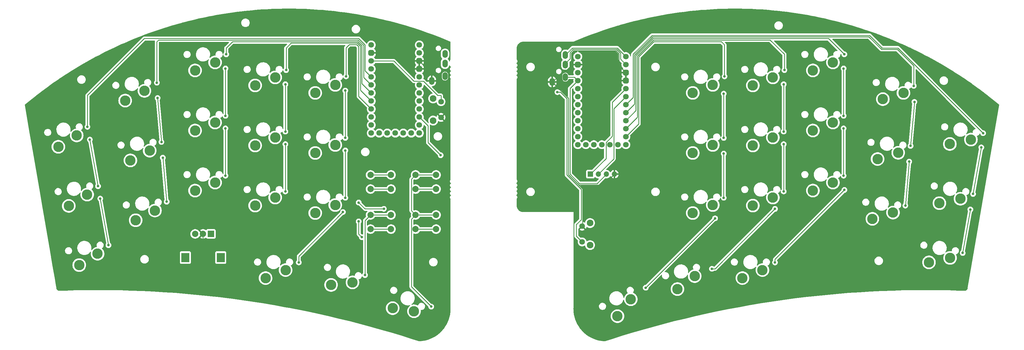
<source format=gbr>
%TF.GenerationSoftware,KiCad,Pcbnew,7.0.7-7.0.7~ubuntu22.04.1*%
%TF.CreationDate,2023-09-08T11:00:04+02:00*%
%TF.ProjectId,abomination,61626f6d-696e-4617-9469-6f6e2e6b6963,rev?*%
%TF.SameCoordinates,Original*%
%TF.FileFunction,Copper,L1,Top*%
%TF.FilePolarity,Positive*%
%FSLAX46Y46*%
G04 Gerber Fmt 4.6, Leading zero omitted, Abs format (unit mm)*
G04 Created by KiCad (PCBNEW 7.0.7-7.0.7~ubuntu22.04.1) date 2023-09-08 11:00:04*
%MOMM*%
%LPD*%
G01*
G04 APERTURE LIST*
G04 Aperture macros list*
%AMRoundRect*
0 Rectangle with rounded corners*
0 $1 Rounding radius*
0 $2 $3 $4 $5 $6 $7 $8 $9 X,Y pos of 4 corners*
0 Add a 4 corners polygon primitive as box body*
4,1,4,$2,$3,$4,$5,$6,$7,$8,$9,$2,$3,0*
0 Add four circle primitives for the rounded corners*
1,1,$1+$1,$2,$3*
1,1,$1+$1,$4,$5*
1,1,$1+$1,$6,$7*
1,1,$1+$1,$8,$9*
0 Add four rect primitives between the rounded corners*
20,1,$1+$1,$2,$3,$4,$5,0*
20,1,$1+$1,$4,$5,$6,$7,0*
20,1,$1+$1,$6,$7,$8,$9,0*
20,1,$1+$1,$8,$9,$2,$3,0*%
G04 Aperture macros list end*
%TA.AperFunction,ComponentPad*%
%ADD10C,3.300000*%
%TD*%
%TA.AperFunction,ComponentPad*%
%ADD11C,1.800000*%
%TD*%
%TA.AperFunction,ComponentPad*%
%ADD12RoundRect,0.450000X-0.450000X-0.450000X0.450000X-0.450000X0.450000X0.450000X-0.450000X0.450000X0*%
%TD*%
%TA.AperFunction,ComponentPad*%
%ADD13C,2.000000*%
%TD*%
%TA.AperFunction,ComponentPad*%
%ADD14O,1.700000X2.500000*%
%TD*%
%TA.AperFunction,ComponentPad*%
%ADD15C,2.100000*%
%TD*%
%TA.AperFunction,ComponentPad*%
%ADD16R,1.700000X1.700000*%
%TD*%
%TA.AperFunction,ComponentPad*%
%ADD17O,1.700000X1.700000*%
%TD*%
%TA.AperFunction,ComponentPad*%
%ADD18R,2.000000X2.000000*%
%TD*%
%TA.AperFunction,ComponentPad*%
%ADD19R,2.500000X3.000000*%
%TD*%
%TA.AperFunction,ViaPad*%
%ADD20C,0.800000*%
%TD*%
%TA.AperFunction,Conductor*%
%ADD21C,0.250000*%
%TD*%
G04 APERTURE END LIST*
D10*
%TO.P,SW3,1,1*%
%TO.N,L_COL3*%
X96005501Y-69267298D03*
%TO.P,SW3,2,2*%
%TO.N,Net-(D3-A)*%
X89655501Y-71807298D03*
%TD*%
%TO.P,SW1,1,1*%
%TO.N,L_COL1*%
X52124687Y-92421109D03*
%TO.P,SW1,2,2*%
%TO.N,Net-(D1-A)*%
X46312224Y-96025187D03*
%TD*%
%TO.P,SW10,1,1*%
%TO.N,L_COL5*%
X134105501Y-95442298D03*
%TO.P,SW10,2,2*%
%TO.N,Net-(D10-A)*%
X127755501Y-97982298D03*
%TD*%
%TO.P,SW29,1,1*%
%TO.N,R_COL4*%
X272855000Y-93066801D03*
%TO.P,SW29,2,2*%
%TO.N,Net-(D29-A)*%
X266505000Y-95606801D03*
%TD*%
%TO.P,SW13,1,1*%
%TO.N,L_COL1*%
X58740682Y-129942287D03*
%TO.P,SW13,2,2*%
%TO.N,Net-(D13-A)*%
X52928219Y-133546365D03*
%TD*%
%TO.P,SW9,1,1*%
%TO.N,L_COL4*%
X115055502Y-93067297D03*
%TO.P,SW9,2,2*%
%TO.N,Net-(D9-A)*%
X108705502Y-95607297D03*
%TD*%
%TO.P,SW39,1,1*%
%TO.N,R_COL4*%
X248082581Y-137044151D03*
%TO.P,SW39,2,2*%
%TO.N,Net-(D39-A)*%
X242606352Y-141141104D03*
%TD*%
%TO.P,SW15,1,1*%
%TO.N,L_COL3*%
X96005502Y-107367298D03*
%TO.P,SW15,2,2*%
%TO.N,Net-(D15-A)*%
X89655502Y-109907298D03*
%TD*%
%TO.P,SW27,1,1*%
%TO.N,R_COL1*%
X335670055Y-93743813D03*
%TO.P,SW27,2,2*%
%TO.N,Net-(D27-A)*%
X328975460Y-95142559D03*
%TD*%
D11*
%TO.P,U1,1,P0*%
%TO.N,L_TX*%
X160765501Y-63732298D03*
%TO.P,U1,2,P1*%
%TO.N,L_RX*%
X160765501Y-66272298D03*
D12*
%TO.P,U1,3,GND*%
%TO.N,L_GND*%
X160765501Y-68812298D03*
%TO.P,U1,4,GND*%
X160765501Y-71352298D03*
D11*
%TO.P,U1,5,P2*%
%TO.N,unconnected-(U1-P2-Pad5)*%
X160765501Y-73892298D03*
%TO.P,U1,6,P3*%
%TO.N,unconnected-(U1-P3-Pad6)*%
X160765501Y-76432298D03*
%TO.P,U1,7,P4*%
%TO.N,L_ROW1*%
X160765501Y-78972298D03*
%TO.P,U1,8,P5*%
%TO.N,L_ROW2*%
X160765501Y-81512298D03*
%TO.P,U1,9,P6*%
%TO.N,L_ROW3*%
X160765501Y-84052298D03*
%TO.P,U1,10,P7*%
%TO.N,L_ROW4*%
X160765501Y-86592298D03*
%TO.P,U1,11,P8*%
%TO.N,unconnected-(U1-P8-Pad11)*%
X160765501Y-89132298D03*
%TO.P,U1,12,P9*%
%TO.N,unconnected-(U1-P9-Pad12)*%
X160765501Y-91672298D03*
%TO.P,U1,13,VA*%
%TO.N,unconnected-(U1-VA-Pad13)*%
X145525501Y-63732298D03*
D12*
%TO.P,U1,14,GND*%
%TO.N,L_GND*%
X145525501Y-66272298D03*
D11*
%TO.P,U1,15,RST*%
%TO.N,L_RESET*%
X145525501Y-68812298D03*
%TO.P,U1,16,VCC*%
%TO.N,L_VCC*%
X145525501Y-71352298D03*
%TO.P,U1,17,P29*%
%TO.N,L_COL1*%
X145525501Y-73892298D03*
%TO.P,U1,18,P28*%
%TO.N,L_COL2*%
X145525501Y-76432298D03*
%TO.P,U1,19,P27*%
%TO.N,L_COL3*%
X145525501Y-78972298D03*
%TO.P,U1,20,P26*%
%TO.N,L_COL4*%
X145525501Y-81512298D03*
%TO.P,U1,21,P22*%
%TO.N,L_COL5*%
X145525501Y-84052298D03*
%TO.P,U1,22,P20*%
%TO.N,unconnected-(U1-P20-Pad22)*%
X145525501Y-86592298D03*
%TO.P,U1,23,P23*%
%TO.N,unconnected-(U1-P23-Pad23)*%
X145525501Y-89132298D03*
%TO.P,U1,24,P21*%
%TO.N,unconnected-(U1-P21-Pad24)*%
X145525501Y-91672298D03*
%TO.P,U1,25,P12*%
%TO.N,L_COL7*%
X158225501Y-91672298D03*
%TO.P,U1,26,P13*%
%TO.N,L_COL6*%
X155685501Y-91672298D03*
%TO.P,U1,27,P14*%
%TO.N,unconnected-(U1-P14-Pad27)*%
X153145501Y-91672298D03*
%TO.P,U1,28,P15*%
%TO.N,L_ROT1A*%
X150605501Y-91672298D03*
%TO.P,U1,29,P16*%
%TO.N,L_ROT1B*%
X148065501Y-91672298D03*
%TD*%
D10*
%TO.P,SW31,1,1*%
%TO.N,R_COL2*%
X312618813Y-97917709D03*
%TO.P,SW31,2,2*%
%TO.N,Net-(D31-A)*%
X306071601Y-99894604D03*
%TD*%
%TO.P,SW24,1,1*%
%TO.N,R_COL4*%
X272855000Y-74016800D03*
%TO.P,SW24,2,2*%
%TO.N,Net-(D24-A)*%
X266505000Y-76556800D03*
%TD*%
D13*
%TO.P,SW19,1,1*%
%TO.N,L_COL7*%
X159579601Y-117634097D03*
X166079601Y-117634097D03*
%TO.P,SW19,2,2*%
%TO.N,Net-(D19-A)*%
X159579601Y-122134097D03*
X166079601Y-122134097D03*
%TD*%
D10*
%TO.P,SW8,1,1*%
%TO.N,L_COL3*%
X96005503Y-88317298D03*
%TO.P,SW8,2,2*%
%TO.N,Net-(D8-A)*%
X89655503Y-90857298D03*
%TD*%
%TO.P,SW40,1,1*%
%TO.N,R_COL3*%
X269555003Y-135116801D03*
%TO.P,SW40,2,2*%
%TO.N,Net-(D40-A)*%
X263205003Y-137656801D03*
%TD*%
D14*
%TO.P,J1,A*%
%TO.N,L_GND*%
X164708001Y-75102297D03*
%TO.P,J1,B*%
%TO.N,L_TX*%
X168908001Y-66602297D03*
%TO.P,J1,C*%
%TO.N,L_RX*%
X168908001Y-69602297D03*
%TO.P,J1,D*%
%TO.N,L_VCC*%
X168908001Y-73602297D03*
%TD*%
D10*
%TO.P,SW28,1,1*%
%TO.N,R_COL5*%
X253805000Y-95441802D03*
%TO.P,SW28,2,2*%
%TO.N,Net-(D28-A)*%
X247455000Y-97981802D03*
%TD*%
D13*
%TO.P,SW11,1,1*%
%TO.N,L_COL6*%
X145293000Y-104934098D03*
X151793000Y-104934098D03*
%TO.P,SW11,2,2*%
%TO.N,Net-(D11-A)*%
X145293000Y-109434098D03*
X151793000Y-109434098D03*
%TD*%
D10*
%TO.P,SW36,1,1*%
%TO.N,R_COL2*%
X310958494Y-116895216D03*
%TO.P,SW36,2,2*%
%TO.N,Net-(D36-A)*%
X304411282Y-118872111D03*
%TD*%
%TO.P,SW32,1,1*%
%TO.N,R_COL1*%
X332362057Y-112504400D03*
%TO.P,SW32,2,2*%
%TO.N,Net-(D32-A)*%
X325667462Y-113903146D03*
%TD*%
%TO.P,SW21,1,1*%
%TO.N,L_COL6*%
X139568277Y-139016851D03*
%TO.P,SW21,2,2*%
%TO.N,Net-(D21-A)*%
X132777248Y-139826802D03*
%TD*%
%TO.P,SW2,1,1*%
%TO.N,L_COL2*%
X73602378Y-78276570D03*
%TO.P,SW2,2,2*%
%TO.N,Net-(D2-A)*%
X67497918Y-81360344D03*
%TD*%
%TO.P,SW38,1,1*%
%TO.N,R_COL5*%
X227814558Y-144371506D03*
%TO.P,SW38,2,2*%
%TO.N,Net-(D38-A)*%
X223585296Y-149746210D03*
%TD*%
%TO.P,SW16,1,1*%
%TO.N,L_COL4*%
X115055502Y-112117298D03*
%TO.P,SW16,2,2*%
%TO.N,Net-(D16-A)*%
X108705502Y-114657298D03*
%TD*%
%TO.P,SW17,1,1*%
%TO.N,L_COL5*%
X134105501Y-114492298D03*
%TO.P,SW17,2,2*%
%TO.N,Net-(D17-A)*%
X127755501Y-117032298D03*
%TD*%
%TO.P,SW35,1,1*%
%TO.N,R_COL3*%
X291905000Y-107366801D03*
%TO.P,SW35,2,2*%
%TO.N,Net-(D35-A)*%
X285555000Y-109906801D03*
%TD*%
%TO.P,SW23,1,1*%
%TO.N,R_COL5*%
X253805000Y-76391800D03*
%TO.P,SW23,2,2*%
%TO.N,Net-(D23-A)*%
X247455000Y-78931800D03*
%TD*%
D11*
%TO.P,R_RST1,1,1*%
%TO.N,R_GND*%
X212395502Y-121202300D03*
%TO.P,R_RST1,2,2*%
%TO.N,R_RESET*%
X212395502Y-126202300D03*
D15*
%TO.P,R_RST1,MP*%
%TO.N,N/C*%
X214895502Y-127202300D03*
X214895502Y-120202300D03*
%TD*%
D16*
%TO.P,J3,1,Pin_1*%
%TO.N,R_SDA*%
X214993003Y-104702300D03*
D17*
%TO.P,J3,2,Pin_2*%
%TO.N,R_SCL*%
X217533003Y-104702300D03*
%TO.P,J3,3,Pin_3*%
%TO.N,R_VCC*%
X220073003Y-104702300D03*
%TO.P,J3,4,Pin_4*%
%TO.N,R_GND*%
X222613003Y-104702300D03*
%TD*%
D14*
%TO.P,J2,A*%
%TO.N,R_GND*%
X202883502Y-75434801D03*
%TO.P,J2,B*%
%TO.N,R_TX*%
X207083502Y-66934801D03*
%TO.P,J2,C*%
%TO.N,R_RX*%
X207083502Y-69934801D03*
%TO.P,J2,D*%
%TO.N,R_VCC*%
X207083502Y-73934801D03*
%TD*%
D10*
%TO.P,SW20,1,1*%
%TO.N,L_COL5*%
X118355502Y-135117297D03*
%TO.P,SW20,2,2*%
%TO.N,Net-(D20-A)*%
X112005502Y-137657297D03*
%TD*%
D11*
%TO.P,L_RST1,1,1*%
%TO.N,L_GND*%
X167645501Y-86702298D03*
%TO.P,L_RST1,2,2*%
%TO.N,L_RESET*%
X167645501Y-81702298D03*
D15*
%TO.P,L_RST1,MP*%
%TO.N,N/C*%
X165145501Y-80702298D03*
X165145501Y-87702298D03*
%TD*%
D10*
%TO.P,SW22,1,1*%
%TO.N,L_COL7*%
X159075058Y-148182004D03*
%TO.P,SW22,2,2*%
%TO.N,Net-(D22-A)*%
X152305796Y-147206708D03*
%TD*%
%TO.P,SW33,1,1*%
%TO.N,R_COL5*%
X253805003Y-114491802D03*
%TO.P,SW33,2,2*%
%TO.N,Net-(D33-A)*%
X247455003Y-117031802D03*
%TD*%
%TO.P,SW7,1,1*%
%TO.N,L_COL2*%
X75262696Y-97254079D03*
%TO.P,SW7,2,2*%
%TO.N,Net-(D7-A)*%
X69158236Y-100337853D03*
%TD*%
%TO.P,SW26,1,1*%
%TO.N,R_COL2*%
X314279130Y-78940199D03*
%TO.P,SW26,2,2*%
%TO.N,Net-(D26-A)*%
X307731918Y-80917094D03*
%TD*%
%TO.P,SW5,1,1*%
%TO.N,L_COL5*%
X134105503Y-76392298D03*
%TO.P,SW5,2,2*%
%TO.N,Net-(D5-A)*%
X127755503Y-78932298D03*
%TD*%
D13*
%TO.P,SW18,1,1*%
%TO.N,L_COL6*%
X145293000Y-117634098D03*
X151793000Y-117634098D03*
%TO.P,SW18,2,2*%
%TO.N,Net-(D18-A)*%
X145293000Y-122134098D03*
X151793000Y-122134098D03*
%TD*%
D10*
%TO.P,SW34,1,1*%
%TO.N,R_COL4*%
X272855002Y-112116801D03*
%TO.P,SW34,2,2*%
%TO.N,Net-(D34-A)*%
X266505002Y-114656801D03*
%TD*%
%TO.P,SW37,1,1*%
%TO.N,R_COL1*%
X329054059Y-131264989D03*
%TO.P,SW37,2,2*%
%TO.N,Net-(D37-A)*%
X322359464Y-132663735D03*
%TD*%
D18*
%TO.P,L_ROT1,A,A*%
%TO.N,L_ROT1A*%
X94690302Y-123651398D03*
D13*
%TO.P,L_ROT1,B,B*%
%TO.N,L_ROT1B*%
X89690302Y-123651398D03*
%TO.P,L_ROT1,C,C*%
%TO.N,L_GND*%
X92190302Y-123651398D03*
D19*
%TO.P,L_ROT1,MP*%
%TO.N,N/C*%
X97790302Y-131151398D03*
X86590302Y-131151398D03*
%TD*%
D10*
%TO.P,SW25,1,1*%
%TO.N,R_COL3*%
X291905002Y-69266800D03*
%TO.P,SW25,2,2*%
%TO.N,Net-(D25-A)*%
X285555002Y-71806800D03*
%TD*%
%TO.P,SW30,1,1*%
%TO.N,R_COL3*%
X291905000Y-88316800D03*
%TO.P,SW30,2,2*%
%TO.N,Net-(D30-A)*%
X285555000Y-90856800D03*
%TD*%
%TO.P,SW4,1,1*%
%TO.N,L_COL4*%
X115055500Y-74017299D03*
%TO.P,SW4,2,2*%
%TO.N,Net-(D4-A)*%
X108705500Y-76557299D03*
%TD*%
D13*
%TO.P,SW12,1,1*%
%TO.N,L_COL7*%
X159579600Y-104934097D03*
X166079600Y-104934097D03*
%TO.P,SW12,2,2*%
%TO.N,Net-(D12-A)*%
X159579600Y-109434097D03*
X166079600Y-109434097D03*
%TD*%
D10*
%TO.P,SW14,1,1*%
%TO.N,L_COL2*%
X76923014Y-116231588D03*
%TO.P,SW14,2,2*%
%TO.N,Net-(D14-A)*%
X70818554Y-119315362D03*
%TD*%
%TO.P,SW6,1,1*%
%TO.N,L_COL1*%
X55432684Y-111181698D03*
%TO.P,SW6,2,2*%
%TO.N,Net-(D6-A)*%
X49620221Y-114785776D03*
%TD*%
D11*
%TO.P,U2,1,P0*%
%TO.N,R_TX*%
X226265501Y-67407302D03*
%TO.P,U2,2,P1*%
%TO.N,R_RX*%
X226265501Y-69947302D03*
D12*
%TO.P,U2,3,GND*%
%TO.N,R_GND*%
X226265501Y-72487302D03*
%TO.P,U2,4,GND*%
X226265501Y-75027302D03*
D11*
%TO.P,U2,5,P2*%
%TO.N,R_SDA*%
X226265501Y-77567302D03*
%TO.P,U2,6,P3*%
%TO.N,R_SCL*%
X226265501Y-80107302D03*
%TO.P,U2,7,P4*%
%TO.N,R_COL1*%
X226265501Y-82647302D03*
%TO.P,U2,8,P5*%
%TO.N,R_COL2*%
X226265501Y-85187302D03*
%TO.P,U2,9,P6*%
%TO.N,R_COL3*%
X226265501Y-87727302D03*
%TO.P,U2,10,P7*%
%TO.N,R_COL4*%
X226265501Y-90267302D03*
%TO.P,U2,11,P8*%
%TO.N,R_COL5*%
X226265501Y-92807302D03*
%TO.P,U2,12,P9*%
%TO.N,unconnected-(U2-P9-Pad12)*%
X226265501Y-95347302D03*
%TO.P,U2,13,VA*%
%TO.N,unconnected-(U2-VA-Pad13)*%
X211025501Y-67407302D03*
D12*
%TO.P,U2,14,GND*%
%TO.N,R_GND*%
X211025501Y-69947302D03*
D11*
%TO.P,U2,15,RST*%
%TO.N,R_RESET*%
X211025501Y-72487302D03*
%TO.P,U2,16,VCC*%
%TO.N,R_VCC*%
X211025501Y-75027302D03*
%TO.P,U2,17,P29*%
%TO.N,R_ROW1*%
X211025501Y-77567302D03*
%TO.P,U2,18,P28*%
%TO.N,R_ROW2*%
X211025501Y-80107302D03*
%TO.P,U2,19,P27*%
%TO.N,R_ROW3*%
X211025501Y-82647302D03*
%TO.P,U2,20,P26*%
%TO.N,R_ROW4*%
X211025501Y-85187302D03*
%TO.P,U2,21,P22*%
%TO.N,unconnected-(U2-P22-Pad21)*%
X211025501Y-87727302D03*
%TO.P,U2,22,P20*%
%TO.N,unconnected-(U2-P20-Pad22)*%
X211025501Y-90267302D03*
%TO.P,U2,23,P23*%
%TO.N,unconnected-(U2-P23-Pad23)*%
X211025501Y-92807302D03*
%TO.P,U2,24,P21*%
%TO.N,unconnected-(U2-P21-Pad24)*%
X211025501Y-95347302D03*
%TO.P,U2,25,P12*%
%TO.N,unconnected-(U2-P12-Pad25)*%
X223725501Y-95347302D03*
%TO.P,U2,26,P13*%
%TO.N,unconnected-(U2-P13-Pad26)*%
X221185501Y-95347302D03*
%TO.P,U2,27,P14*%
%TO.N,unconnected-(U2-P14-Pad27)*%
X218645501Y-95347302D03*
%TO.P,U2,28,P15*%
%TO.N,unconnected-(U2-P15-Pad28)*%
X216105501Y-95347302D03*
%TO.P,U2,29,P16*%
%TO.N,unconnected-(U2-P16-Pad29)*%
X213565501Y-95347302D03*
%TD*%
D20*
%TO.N,L_ROW2*%
X149529088Y-115692702D03*
X141529088Y-113692702D03*
%TO.N,L_ROW3*%
X141529088Y-119692702D03*
X142529088Y-124692702D03*
%TO.N,R_GND*%
X212529089Y-100692705D03*
%TO.N,L_ROW4*%
X167529088Y-98692702D03*
%TO.N,L_GND*%
X149529088Y-70692702D03*
X149529088Y-80692702D03*
X92529088Y-126692702D03*
%TO.N,L_COL1*%
X58896807Y-108514622D03*
X62196121Y-127225968D03*
X56292084Y-93742505D03*
X55529088Y-89692702D03*
X59591399Y-112453851D03*
%TO.N,L_COL2*%
X77777779Y-80553984D03*
X77529088Y-75692702D03*
X80653916Y-113428409D03*
X79433738Y-99481683D03*
X78997959Y-94500710D03*
%TO.N,L_COL3*%
X99289314Y-90193624D03*
X99289314Y-105193622D03*
X99289314Y-86193623D03*
X99529088Y-66692702D03*
X99289313Y-71193623D03*
%TO.N,L_COL4*%
X118289313Y-95193623D03*
X118289314Y-76193625D03*
X118289314Y-91193622D03*
X118529088Y-71692702D03*
X118289314Y-110193624D03*
%TO.N,L_COL5*%
X136539578Y-116710509D03*
X137529088Y-73692702D03*
X122539578Y-132710508D03*
X137289312Y-97193623D03*
X137289313Y-78193623D03*
X137289314Y-112193621D03*
X137289315Y-93193621D03*
%TO.N,L_COL6*%
X143539579Y-136710510D03*
%TO.N,L_COL7*%
X164539579Y-146710510D03*
%TO.N,R_RESET*%
X204529089Y-78692705D03*
%TO.N,R_COL5*%
X232539580Y-140710514D03*
X257529089Y-73692705D03*
X257289314Y-112193626D03*
X257289315Y-79193627D03*
X257289315Y-98193624D03*
X257289314Y-93193625D03*
X254539579Y-118710515D03*
%TO.N,R_COL4*%
X276289315Y-76193626D03*
X276289313Y-110193627D03*
X273539579Y-115710513D03*
X276289315Y-91193626D03*
X253539579Y-134710513D03*
X276529089Y-71692705D03*
X276289315Y-95193626D03*
%TO.N,R_COL3*%
X295539581Y-109710513D03*
X295529089Y-66692705D03*
X295289313Y-71193625D03*
X273539580Y-132710513D03*
X295289315Y-86193627D03*
X295289316Y-105193625D03*
X295289316Y-90193625D03*
%TO.N,R_COL2*%
X314867929Y-114662263D03*
X317529089Y-76692705D03*
X316523890Y-95734566D03*
X316088110Y-100715536D03*
X317744070Y-81787838D03*
%TO.N,R_COL1*%
X333055396Y-129688264D03*
X336354711Y-110976914D03*
X338959434Y-96204799D03*
X335486470Y-115900954D03*
X339529089Y-91692705D03*
%TD*%
D21*
%TO.N,L_ROW2*%
X141529088Y-113692702D02*
X143529088Y-115692702D01*
X143529088Y-115692702D02*
X149529088Y-115692702D01*
%TO.N,L_ROW3*%
X141529088Y-123692702D02*
X142529088Y-124692702D01*
X141529088Y-119692702D02*
X141529088Y-123692702D01*
%TO.N,Net-(D11-A)*%
X145293000Y-109434097D02*
X151792999Y-109434098D01*
%TO.N,Net-(D12-A)*%
X159579601Y-109434098D02*
X166079600Y-109434099D01*
%TO.N,Net-(D19-A)*%
X159579602Y-122134097D02*
X166079601Y-122134097D01*
%TO.N,Net-(D18-A)*%
X145292999Y-122134099D02*
X151793000Y-122134099D01*
%TO.N,R_GND*%
X219172598Y-108142705D02*
X211342693Y-108142705D01*
X207529089Y-71692705D02*
X208979089Y-70242705D01*
X224079089Y-70300890D02*
X226265501Y-72487302D01*
X206804456Y-71692705D02*
X207529089Y-71692705D01*
X209698390Y-65592705D02*
X223178112Y-65592705D01*
X224079089Y-66493682D02*
X224079089Y-70300890D01*
X222613003Y-104702300D02*
X219172598Y-108142705D01*
X212529089Y-109329101D02*
X211210891Y-108010903D01*
X208979089Y-70242705D02*
X208979089Y-66312006D01*
X202883502Y-75434801D02*
X203062360Y-75434801D01*
X212529089Y-121068713D02*
X212529089Y-109329101D01*
X212395502Y-121202300D02*
X212529089Y-121068713D01*
X223178112Y-65592705D02*
X224079089Y-66493682D01*
X208079089Y-104879101D02*
X208079089Y-80630388D01*
X208079089Y-80630388D02*
X202883502Y-75434801D01*
X211342693Y-108142705D02*
X211210891Y-108010903D01*
X211210891Y-108010903D02*
X208079089Y-104879101D01*
X203062360Y-75434801D02*
X206804456Y-71692705D01*
X208979089Y-66312006D02*
X209698390Y-65592705D01*
%TO.N,R_VCC*%
X207083502Y-73934801D02*
X209933000Y-73934801D01*
X211025501Y-75027302D02*
X208529089Y-77523714D01*
X209933000Y-73934801D02*
X211025501Y-75027302D01*
X208529089Y-104692705D02*
X211529089Y-107692705D01*
X211529089Y-107692705D02*
X217082598Y-107692705D01*
X208529089Y-77523714D02*
X208529089Y-104692705D01*
X217082598Y-107692705D02*
X220073003Y-104702300D01*
%TO.N,R_SDA*%
X214993003Y-104702300D02*
X219960501Y-99734802D01*
X219960501Y-99734802D02*
X219960501Y-94692705D01*
X221960501Y-92692705D02*
X221960501Y-81872302D01*
X219960501Y-94692705D02*
X221960501Y-92692705D01*
X221960501Y-81872302D02*
X226265501Y-77567302D01*
%TO.N,R_SCL*%
X222410501Y-99824802D02*
X222410501Y-83962302D01*
X217533003Y-104702300D02*
X222410501Y-99824802D01*
X222410501Y-83962302D02*
X226265501Y-80107302D01*
%TO.N,L_ROW4*%
X163529088Y-89355885D02*
X163529088Y-94692702D01*
X163529088Y-94692702D02*
X167529088Y-98692702D01*
X160765501Y-86592298D02*
X163529088Y-89355885D01*
%TO.N,L_GND*%
X160765501Y-68812298D02*
X164708001Y-72754798D01*
X164708001Y-72754798D02*
X164708001Y-75102297D01*
X92190302Y-126353916D02*
X92529088Y-126692702D01*
X92190302Y-123651398D02*
X92190302Y-126353916D01*
X160765501Y-68812298D02*
X160765501Y-71352298D01*
%TO.N,L_RESET*%
X162043684Y-75207298D02*
X166529088Y-79692702D01*
X145525501Y-68812298D02*
X152648684Y-68812298D01*
X159043684Y-75207298D02*
X162043684Y-75207298D01*
X166529088Y-79692702D02*
X167529088Y-79692702D01*
X167529088Y-79692702D02*
X167645501Y-79809115D01*
X167645501Y-79809115D02*
X167645501Y-81702298D01*
X152648684Y-68812298D02*
X159043684Y-75207298D01*
%TO.N,L_COL1*%
X73529088Y-61692702D02*
X141529088Y-61692702D01*
X141529088Y-61692702D02*
X143529088Y-63692702D01*
X55529088Y-89692702D02*
X55529088Y-79692702D01*
X56292084Y-93742505D02*
X58896807Y-108514622D01*
X59591399Y-112453851D02*
X62196121Y-127225968D01*
X55529088Y-79692702D02*
X73529088Y-61692702D01*
X143529088Y-63692702D02*
X143529088Y-71895885D01*
X143529088Y-71895885D02*
X145525501Y-73892298D01*
%TO.N,L_COL2*%
X145525501Y-76432298D02*
X143079088Y-73985885D01*
X77777779Y-80553984D02*
X78997959Y-94500710D01*
X79433738Y-99481683D02*
X80653916Y-113428409D01*
X77529088Y-62692702D02*
X77529088Y-75692702D01*
X78079088Y-62142702D02*
X77529088Y-62692702D01*
X141342692Y-62142702D02*
X78079088Y-62142702D01*
X143079088Y-73985885D02*
X143079088Y-63879098D01*
X143079088Y-63879098D02*
X141342692Y-62142702D01*
%TO.N,L_COL3*%
X101529088Y-62692702D02*
X99529088Y-64692702D01*
X145525501Y-78972298D02*
X142529088Y-75975885D01*
X99529088Y-64692702D02*
X99529088Y-66692702D01*
X142529088Y-63965494D02*
X141256296Y-62692702D01*
X99289313Y-71193623D02*
X99289314Y-86193623D01*
X99289314Y-90193624D02*
X99289314Y-105193622D01*
X142529088Y-75975885D02*
X142529088Y-63965494D01*
X141256296Y-62692702D02*
X101529088Y-62692702D01*
%TO.N,L_COL4*%
X142079088Y-64151890D02*
X141069900Y-63142702D01*
X120079088Y-63142702D02*
X118529088Y-64692702D01*
X142079088Y-78065885D02*
X142079088Y-64151890D01*
X118529088Y-64692702D02*
X118529088Y-71692702D01*
X141069900Y-63142702D02*
X120079088Y-63142702D01*
X118289313Y-95193623D02*
X118289314Y-110193624D01*
X145525501Y-81512298D02*
X142079088Y-78065885D01*
X118289314Y-76193625D02*
X118289314Y-91193622D01*
%TO.N,L_COL5*%
X140883504Y-63592702D02*
X141529088Y-64238286D01*
X138529088Y-63592702D02*
X140883504Y-63592702D01*
X137529088Y-64592702D02*
X138529088Y-63592702D01*
X141529088Y-80055885D02*
X145525501Y-84052298D01*
X141529088Y-64238286D02*
X141529088Y-80055885D01*
X137529088Y-73692702D02*
X137529088Y-64592702D01*
X137289313Y-78193623D02*
X137289315Y-93193621D01*
X136539578Y-116710509D02*
X122539579Y-130710511D01*
X122539579Y-130710511D02*
X122539578Y-132710508D01*
X137289312Y-97193623D02*
X137289314Y-112193621D01*
%TO.N,L_COL6*%
X145293000Y-117634098D02*
X151793000Y-117634099D01*
X145293000Y-104934098D02*
X151793000Y-104934097D01*
X143539579Y-119387519D02*
X143539579Y-136710510D01*
X145293000Y-117634098D02*
X143539579Y-119387519D01*
%TO.N,L_COL7*%
X159579601Y-117634097D02*
X158254601Y-118959098D01*
X159579600Y-104934097D02*
X158254601Y-106259097D01*
X158254601Y-118959098D02*
X158254602Y-140425533D01*
X158254602Y-140425533D02*
X164539579Y-146710510D01*
X158254601Y-106259097D02*
X158254601Y-116309096D01*
X159579601Y-117634097D02*
X166079602Y-117634097D01*
X158254601Y-116309096D02*
X159579601Y-117634097D01*
X159579600Y-104934097D02*
X166079601Y-104934098D01*
%TO.N,R_TX*%
X223550904Y-64692705D02*
X226265501Y-67407302D01*
X209325598Y-64692705D02*
X223550904Y-64692705D01*
X207083502Y-66934801D02*
X209325598Y-64692705D01*
%TO.N,R_RX*%
X208529089Y-66125610D02*
X208529089Y-68089214D01*
X226265501Y-69947302D02*
X224529089Y-68210890D01*
X208529089Y-68089214D02*
X207083502Y-69534801D01*
X224529089Y-66307286D02*
X223364508Y-65142705D01*
X209511994Y-65142705D02*
X208529089Y-66125610D01*
X223364508Y-65142705D02*
X209511994Y-65142705D01*
X224529089Y-68210890D02*
X224529089Y-66307286D01*
X207083502Y-69534801D02*
X207083502Y-69934801D01*
%TO.N,R_RESET*%
X210529089Y-120692705D02*
X210529089Y-124335887D01*
X207517050Y-80704745D02*
X207517050Y-104953458D01*
X205505010Y-78692705D02*
X207517050Y-80704745D01*
X212079089Y-109515497D02*
X212079089Y-119142705D01*
X212079089Y-119142705D02*
X210529089Y-120692705D01*
X210529089Y-124335887D02*
X212395502Y-126202300D01*
X207517050Y-104953458D02*
X212079089Y-109515497D01*
X204529089Y-78692705D02*
X205505010Y-78692705D01*
%TO.N,R_COL5*%
X254539579Y-118710515D02*
X232539580Y-140710514D01*
X257289315Y-98193624D02*
X257289314Y-112193626D01*
X226265501Y-92807302D02*
X230329089Y-88743714D01*
X235074673Y-62692705D02*
X256529089Y-62692705D01*
X257289315Y-79193627D02*
X257289314Y-93193625D01*
X230329089Y-67438289D02*
X235074673Y-62692705D01*
X257529089Y-63692705D02*
X257529089Y-73692705D01*
X256529089Y-62692705D02*
X257529089Y-63692705D01*
X230329089Y-88743714D02*
X230329089Y-67438289D01*
%TO.N,R_COL4*%
X273539579Y-115710513D02*
X254539580Y-134710514D01*
X229879089Y-67251893D02*
X234988277Y-62142705D01*
X229879089Y-86653714D02*
X229879089Y-67251893D01*
X276289315Y-95193626D02*
X276289313Y-110193627D01*
X271979089Y-62142705D02*
X276529089Y-66692705D01*
X254539580Y-134710514D02*
X253539579Y-134710513D01*
X234988277Y-62142705D02*
X271979089Y-62142705D01*
X276529089Y-66692705D02*
X276529089Y-71692705D01*
X276289315Y-76193626D02*
X276289315Y-91193626D01*
X226265501Y-90267302D02*
X229879089Y-86653714D01*
%TO.N,R_COL3*%
X295539581Y-109710513D02*
X273539580Y-131710513D01*
X295289316Y-90193625D02*
X295289316Y-105193625D01*
X229429089Y-67065497D02*
X234801881Y-61692705D01*
X226265501Y-87727302D02*
X229429089Y-84563714D01*
X273539580Y-131710513D02*
X273539580Y-132710513D01*
X234801881Y-61692705D02*
X290529089Y-61692705D01*
X229429089Y-84563714D02*
X229429089Y-67065497D01*
X295289313Y-71193625D02*
X295289315Y-86193627D01*
X290529089Y-61692705D02*
X295529089Y-66692705D01*
%TO.N,R_COL2*%
X228979089Y-66879101D02*
X228979089Y-82473714D01*
X317529089Y-76692705D02*
X317529089Y-70329101D01*
X317529089Y-70329101D02*
X312342693Y-65142705D01*
X234715485Y-61142705D02*
X228979089Y-66879101D01*
X307342693Y-65142705D02*
X303342693Y-61142705D01*
X312342693Y-65142705D02*
X307342693Y-65142705D01*
X228979089Y-82473714D02*
X226265501Y-85187302D01*
X317744070Y-81787838D02*
X316523890Y-95734566D01*
X303342693Y-61142705D02*
X234715485Y-61142705D01*
X316088110Y-100715536D02*
X314867929Y-114662263D01*
%TO.N,R_COL1*%
X338959434Y-96204799D02*
X336354711Y-110976914D01*
X312529089Y-64692705D02*
X339529089Y-91692705D01*
X228529089Y-80383714D02*
X228529089Y-66692705D01*
X307529089Y-64692705D02*
X312529089Y-64692705D01*
X303529089Y-60692705D02*
X307529089Y-64692705D01*
X335486470Y-115900954D02*
X333055396Y-129688264D01*
X234529089Y-60692705D02*
X303529089Y-60692705D01*
X226265501Y-82647302D02*
X228529089Y-80383714D01*
X228529089Y-66692705D02*
X234529089Y-60692705D01*
%TD*%
%TA.AperFunction,Conductor*%
%TO.N,R_GND*%
G36*
X209542910Y-77496994D02*
G01*
X209598844Y-77538865D01*
X209623153Y-77602936D01*
X209639365Y-77798599D01*
X209639367Y-77798610D01*
X209696343Y-78023602D01*
X209789576Y-78236150D01*
X209916517Y-78430449D01*
X209916520Y-78430453D01*
X209916522Y-78430455D01*
X210073717Y-78601215D01*
X210251319Y-78739448D01*
X210292132Y-78796158D01*
X210295807Y-78865931D01*
X210261176Y-78926614D01*
X210251320Y-78935154D01*
X210073719Y-79073387D01*
X209916517Y-79244154D01*
X209789576Y-79438453D01*
X209696343Y-79651001D01*
X209639367Y-79875993D01*
X209639365Y-79876004D01*
X209620201Y-80107295D01*
X209620201Y-80107308D01*
X209639365Y-80338599D01*
X209639367Y-80338610D01*
X209696343Y-80563602D01*
X209789576Y-80776150D01*
X209916517Y-80970449D01*
X209916520Y-80970453D01*
X209916522Y-80970455D01*
X210073717Y-81141215D01*
X210251319Y-81279448D01*
X210292132Y-81336158D01*
X210295807Y-81405931D01*
X210261176Y-81466614D01*
X210251320Y-81475154D01*
X210073719Y-81613387D01*
X210073717Y-81613388D01*
X210073717Y-81613389D01*
X210049027Y-81640210D01*
X209916517Y-81784154D01*
X209789576Y-81978453D01*
X209696343Y-82191001D01*
X209639367Y-82415993D01*
X209639365Y-82416004D01*
X209620201Y-82647295D01*
X209620201Y-82647308D01*
X209639365Y-82878599D01*
X209639367Y-82878610D01*
X209696343Y-83103602D01*
X209789576Y-83316150D01*
X209916517Y-83510449D01*
X209916520Y-83510453D01*
X209916522Y-83510455D01*
X210073717Y-83681215D01*
X210251319Y-83819448D01*
X210292132Y-83876158D01*
X210295807Y-83945931D01*
X210261176Y-84006614D01*
X210251320Y-84015154D01*
X210073719Y-84153387D01*
X209916517Y-84324154D01*
X209789576Y-84518453D01*
X209696343Y-84731001D01*
X209639367Y-84955993D01*
X209639365Y-84956004D01*
X209620201Y-85187295D01*
X209620201Y-85187308D01*
X209639365Y-85418599D01*
X209639367Y-85418610D01*
X209696343Y-85643602D01*
X209789576Y-85856150D01*
X209916517Y-86050449D01*
X209916520Y-86050453D01*
X209916522Y-86050455D01*
X210073717Y-86221215D01*
X210251319Y-86359448D01*
X210292132Y-86416158D01*
X210295807Y-86485931D01*
X210261176Y-86546614D01*
X210251320Y-86555154D01*
X210073719Y-86693387D01*
X209916517Y-86864154D01*
X209789576Y-87058453D01*
X209696343Y-87271001D01*
X209639367Y-87495993D01*
X209639365Y-87496004D01*
X209620201Y-87727295D01*
X209620201Y-87727308D01*
X209639365Y-87958599D01*
X209639367Y-87958610D01*
X209696343Y-88183602D01*
X209789576Y-88396150D01*
X209916517Y-88590449D01*
X209916520Y-88590453D01*
X209916522Y-88590455D01*
X210073717Y-88761215D01*
X210251319Y-88899448D01*
X210292132Y-88956158D01*
X210295807Y-89025931D01*
X210261176Y-89086614D01*
X210251320Y-89095154D01*
X210073719Y-89233387D01*
X209916517Y-89404154D01*
X209789576Y-89598453D01*
X209696343Y-89811001D01*
X209639367Y-90035993D01*
X209639365Y-90036004D01*
X209620201Y-90267295D01*
X209620201Y-90267308D01*
X209639365Y-90498599D01*
X209639367Y-90498610D01*
X209696343Y-90723602D01*
X209789576Y-90936150D01*
X209916517Y-91130449D01*
X209916520Y-91130453D01*
X209916522Y-91130455D01*
X210073717Y-91301215D01*
X210251319Y-91439448D01*
X210292132Y-91496158D01*
X210295807Y-91565931D01*
X210261176Y-91626614D01*
X210251320Y-91635154D01*
X210073719Y-91773387D01*
X210073717Y-91773388D01*
X210073717Y-91773389D01*
X210057342Y-91791177D01*
X209916517Y-91944154D01*
X209789576Y-92138453D01*
X209696343Y-92351001D01*
X209639367Y-92575993D01*
X209639365Y-92576004D01*
X209620201Y-92807295D01*
X209620201Y-92807308D01*
X209639365Y-93038599D01*
X209639367Y-93038610D01*
X209696343Y-93263602D01*
X209789576Y-93476150D01*
X209916517Y-93670449D01*
X209916520Y-93670453D01*
X209916522Y-93670455D01*
X210073717Y-93841215D01*
X210251319Y-93979448D01*
X210292132Y-94036158D01*
X210295807Y-94105931D01*
X210261176Y-94166614D01*
X210251320Y-94175154D01*
X210073719Y-94313387D01*
X209916517Y-94484154D01*
X209789576Y-94678453D01*
X209696343Y-94891001D01*
X209639367Y-95115993D01*
X209639365Y-95116004D01*
X209620201Y-95347295D01*
X209620201Y-95347308D01*
X209639365Y-95578599D01*
X209639367Y-95578610D01*
X209696343Y-95803602D01*
X209789576Y-96016150D01*
X209916517Y-96210449D01*
X209916520Y-96210453D01*
X209916522Y-96210455D01*
X210073717Y-96381215D01*
X210073720Y-96381217D01*
X210073723Y-96381220D01*
X210256866Y-96523766D01*
X210256872Y-96523770D01*
X210256875Y-96523772D01*
X210423831Y-96614124D01*
X210433012Y-96619093D01*
X210460998Y-96634238D01*
X210574368Y-96673158D01*
X210680516Y-96709599D01*
X210680518Y-96709599D01*
X210680520Y-96709600D01*
X210909452Y-96747802D01*
X210909453Y-96747802D01*
X211141549Y-96747802D01*
X211141550Y-96747802D01*
X211370482Y-96709600D01*
X211590004Y-96634238D01*
X211794127Y-96523772D01*
X211814908Y-96507598D01*
X211868914Y-96465563D01*
X211977285Y-96381215D01*
X212134480Y-96210455D01*
X212191692Y-96122884D01*
X212244838Y-96077528D01*
X212314069Y-96068104D01*
X212377405Y-96097606D01*
X212399310Y-96122885D01*
X212456517Y-96210449D01*
X212456520Y-96210453D01*
X212456522Y-96210455D01*
X212613717Y-96381215D01*
X212613720Y-96381217D01*
X212613723Y-96381220D01*
X212796866Y-96523766D01*
X212796872Y-96523770D01*
X212796875Y-96523772D01*
X212963831Y-96614124D01*
X212973012Y-96619093D01*
X213000998Y-96634238D01*
X213114368Y-96673158D01*
X213220516Y-96709599D01*
X213220518Y-96709599D01*
X213220520Y-96709600D01*
X213449452Y-96747802D01*
X213449453Y-96747802D01*
X213681549Y-96747802D01*
X213681550Y-96747802D01*
X213910482Y-96709600D01*
X214130004Y-96634238D01*
X214334127Y-96523772D01*
X214354908Y-96507598D01*
X214408914Y-96465563D01*
X214517285Y-96381215D01*
X214674480Y-96210455D01*
X214731692Y-96122884D01*
X214784838Y-96077528D01*
X214854069Y-96068104D01*
X214917405Y-96097606D01*
X214939310Y-96122885D01*
X214996517Y-96210449D01*
X214996520Y-96210453D01*
X214996522Y-96210455D01*
X215153717Y-96381215D01*
X215153720Y-96381217D01*
X215153723Y-96381220D01*
X215336866Y-96523766D01*
X215336872Y-96523770D01*
X215336875Y-96523772D01*
X215503831Y-96614124D01*
X215513012Y-96619093D01*
X215540998Y-96634238D01*
X215654368Y-96673158D01*
X215760516Y-96709599D01*
X215760518Y-96709599D01*
X215760520Y-96709600D01*
X215989452Y-96747802D01*
X215989453Y-96747802D01*
X216221549Y-96747802D01*
X216221550Y-96747802D01*
X216450482Y-96709600D01*
X216670004Y-96634238D01*
X216874127Y-96523772D01*
X216894908Y-96507598D01*
X216948914Y-96465563D01*
X217057285Y-96381215D01*
X217214480Y-96210455D01*
X217271692Y-96122884D01*
X217324838Y-96077528D01*
X217394069Y-96068104D01*
X217457405Y-96097606D01*
X217479310Y-96122885D01*
X217536517Y-96210449D01*
X217536520Y-96210453D01*
X217536522Y-96210455D01*
X217693717Y-96381215D01*
X217693720Y-96381217D01*
X217693723Y-96381220D01*
X217876866Y-96523766D01*
X217876872Y-96523770D01*
X217876875Y-96523772D01*
X218043831Y-96614124D01*
X218053012Y-96619093D01*
X218080998Y-96634238D01*
X218194368Y-96673158D01*
X218300516Y-96709599D01*
X218300518Y-96709599D01*
X218300520Y-96709600D01*
X218529452Y-96747802D01*
X218529453Y-96747802D01*
X218761549Y-96747802D01*
X218761550Y-96747802D01*
X218990482Y-96709600D01*
X219008225Y-96703509D01*
X219170738Y-96647718D01*
X219240537Y-96644568D01*
X219300958Y-96679654D01*
X219332818Y-96741837D01*
X219335001Y-96764999D01*
X219335001Y-99424348D01*
X219315316Y-99491387D01*
X219298682Y-99512029D01*
X215495229Y-103315481D01*
X215433906Y-103348966D01*
X215407548Y-103351800D01*
X214095132Y-103351800D01*
X214095126Y-103351801D01*
X214035519Y-103358208D01*
X213900674Y-103408502D01*
X213900667Y-103408506D01*
X213785458Y-103494752D01*
X213785455Y-103494755D01*
X213699209Y-103609964D01*
X213699205Y-103609971D01*
X213648911Y-103744817D01*
X213642504Y-103804416D01*
X213642503Y-103804435D01*
X213642503Y-105600170D01*
X213642504Y-105600176D01*
X213648911Y-105659783D01*
X213699205Y-105794628D01*
X213699209Y-105794635D01*
X213785455Y-105909844D01*
X213785458Y-105909847D01*
X213900667Y-105996093D01*
X213900674Y-105996097D01*
X214035520Y-106046391D01*
X214035519Y-106046391D01*
X214042447Y-106047135D01*
X214095130Y-106052800D01*
X215890875Y-106052799D01*
X215950486Y-106046391D01*
X216085334Y-105996096D01*
X216200549Y-105909846D01*
X216286799Y-105794631D01*
X216335813Y-105663216D01*
X216377684Y-105607284D01*
X216443148Y-105582866D01*
X216511421Y-105597717D01*
X216539676Y-105618869D01*
X216661602Y-105740795D01*
X216758387Y-105808565D01*
X216855168Y-105876332D01*
X216855170Y-105876333D01*
X216855173Y-105876335D01*
X217069340Y-105976203D01*
X217069346Y-105976204D01*
X217069347Y-105976205D01*
X217124288Y-105990926D01*
X217297595Y-106037363D01*
X217474037Y-106052800D01*
X217533002Y-106057959D01*
X217533390Y-106057959D01*
X217533554Y-106058007D01*
X217538397Y-106058431D01*
X217538311Y-106059404D01*
X217600429Y-106077644D01*
X217646184Y-106130448D01*
X217656128Y-106199606D01*
X217627103Y-106263162D01*
X217621071Y-106269640D01*
X216859826Y-107030886D01*
X216798503Y-107064371D01*
X216772145Y-107067205D01*
X211839541Y-107067205D01*
X211772502Y-107047520D01*
X211751860Y-107030886D01*
X209190908Y-104469933D01*
X209157423Y-104408610D01*
X209154589Y-104382252D01*
X209154589Y-77834165D01*
X209174274Y-77767126D01*
X209190908Y-77746484D01*
X209300778Y-77636614D01*
X209411898Y-77525493D01*
X209473219Y-77492010D01*
X209542910Y-77496994D01*
G37*
%TD.AperFunction*%
%TA.AperFunction,Conductor*%
G36*
X223121095Y-65787890D02*
G01*
X223141737Y-65804523D01*
X223867271Y-66530058D01*
X223900755Y-66591379D01*
X223903589Y-66617737D01*
X223903589Y-68128145D01*
X223901864Y-68143762D01*
X223902150Y-68143789D01*
X223901415Y-68151555D01*
X223903589Y-68220704D01*
X223903589Y-68250233D01*
X223903590Y-68250250D01*
X223904457Y-68257121D01*
X223904915Y-68262940D01*
X223906379Y-68309514D01*
X223906380Y-68309517D01*
X223911969Y-68328757D01*
X223915913Y-68347801D01*
X223917724Y-68362131D01*
X223918425Y-68367681D01*
X223935579Y-68411009D01*
X223937471Y-68416537D01*
X223950039Y-68459796D01*
X223950471Y-68461280D01*
X223960437Y-68478133D01*
X223960669Y-68478524D01*
X223969225Y-68495990D01*
X223972272Y-68503684D01*
X223976603Y-68514622D01*
X224003987Y-68552313D01*
X224007195Y-68557197D01*
X224030916Y-68597306D01*
X224030922Y-68597314D01*
X224045079Y-68611470D01*
X224057716Y-68626265D01*
X224069495Y-68642477D01*
X224093348Y-68662210D01*
X224105398Y-68672178D01*
X224109709Y-68676100D01*
X224504745Y-69071136D01*
X224884151Y-69450542D01*
X224917636Y-69511865D01*
X224916676Y-69568663D01*
X224879367Y-69715992D01*
X224879365Y-69716004D01*
X224860201Y-69947295D01*
X224860201Y-69947308D01*
X224879365Y-70178599D01*
X224879367Y-70178610D01*
X224936343Y-70403602D01*
X225029576Y-70616150D01*
X225156517Y-70810449D01*
X225156520Y-70810453D01*
X225156522Y-70810455D01*
X225313717Y-70981215D01*
X225346999Y-71007119D01*
X225350951Y-71010195D01*
X225391764Y-71066906D01*
X225395439Y-71136679D01*
X225360807Y-71197362D01*
X225332202Y-71217957D01*
X225290026Y-71239988D01*
X225140285Y-71362086D01*
X225018187Y-71511827D01*
X224928729Y-71683086D01*
X224875580Y-71868840D01*
X224875579Y-71868843D01*
X224865501Y-71982203D01*
X224865501Y-72237302D01*
X225652154Y-72237302D01*
X225719193Y-72256987D01*
X225764948Y-72309791D01*
X225774892Y-72378949D01*
X225771132Y-72396235D01*
X225770170Y-72399512D01*
X225765501Y-72415413D01*
X225765501Y-72559191D01*
X225766215Y-72561622D01*
X225771132Y-72578369D01*
X225771131Y-72648238D01*
X225733356Y-72707016D01*
X225669800Y-72736040D01*
X225652154Y-72737302D01*
X224865502Y-72737302D01*
X224865502Y-72992399D01*
X224875579Y-73105762D01*
X224928729Y-73291517D01*
X225018187Y-73462776D01*
X225140285Y-73612517D01*
X225199989Y-73661200D01*
X225239506Y-73718821D01*
X225241598Y-73788660D01*
X225205600Y-73848542D01*
X225199989Y-73853404D01*
X225140285Y-73902086D01*
X225018187Y-74051827D01*
X224928729Y-74223086D01*
X224875580Y-74408840D01*
X224875579Y-74408843D01*
X224865501Y-74522203D01*
X224865501Y-74777302D01*
X225652154Y-74777302D01*
X225719193Y-74796987D01*
X225764948Y-74849791D01*
X225774892Y-74918949D01*
X225771132Y-74936235D01*
X225765501Y-74955413D01*
X225765501Y-75099190D01*
X225771132Y-75118369D01*
X225771131Y-75188238D01*
X225733356Y-75247016D01*
X225669800Y-75276040D01*
X225652154Y-75277302D01*
X224865502Y-75277302D01*
X224865502Y-75532399D01*
X224875579Y-75645762D01*
X224928729Y-75831517D01*
X225018187Y-76002776D01*
X225140285Y-76152517D01*
X225290024Y-76274613D01*
X225332201Y-76296645D01*
X225382508Y-76345132D01*
X225398615Y-76413120D01*
X225375408Y-76479023D01*
X225350953Y-76504406D01*
X225313720Y-76533386D01*
X225156517Y-76704154D01*
X225029576Y-76898453D01*
X224936343Y-77111001D01*
X224879367Y-77335993D01*
X224879365Y-77336004D01*
X224860201Y-77567295D01*
X224860201Y-77567308D01*
X224879366Y-77798603D01*
X224916676Y-77945938D01*
X224914051Y-78015758D01*
X224884151Y-78064059D01*
X221576709Y-81371501D01*
X221564452Y-81381322D01*
X221564635Y-81381543D01*
X221558624Y-81386515D01*
X221511273Y-81436938D01*
X221490389Y-81457821D01*
X221490378Y-81457834D01*
X221486122Y-81463319D01*
X221482338Y-81467749D01*
X221450438Y-81501720D01*
X221450437Y-81501722D01*
X221440785Y-81519278D01*
X221430111Y-81535528D01*
X221417830Y-81551363D01*
X221417825Y-81551370D01*
X221399316Y-81594140D01*
X221396746Y-81599386D01*
X221374304Y-81640208D01*
X221369323Y-81659609D01*
X221363022Y-81678012D01*
X221355063Y-81696404D01*
X221355062Y-81696407D01*
X221347772Y-81742429D01*
X221346588Y-81748148D01*
X221335002Y-81793274D01*
X221335001Y-81793284D01*
X221335001Y-81813318D01*
X221333474Y-81832717D01*
X221330341Y-81852496D01*
X221330341Y-81852497D01*
X221334726Y-81898885D01*
X221335001Y-81904723D01*
X221335001Y-92382251D01*
X221315316Y-92449290D01*
X221298682Y-92469932D01*
X219594831Y-94173782D01*
X219533508Y-94207267D01*
X219463816Y-94202283D01*
X219430989Y-94183955D01*
X219414134Y-94170837D01*
X219414129Y-94170833D01*
X219210005Y-94060366D01*
X219209996Y-94060363D01*
X218990485Y-93985004D01*
X218789302Y-93951433D01*
X218761550Y-93946802D01*
X218529452Y-93946802D01*
X218501700Y-93951433D01*
X218300516Y-93985004D01*
X218081005Y-94060363D01*
X218080996Y-94060366D01*
X217876872Y-94170833D01*
X217876866Y-94170837D01*
X217693723Y-94313383D01*
X217693720Y-94313386D01*
X217536517Y-94484154D01*
X217479310Y-94571718D01*
X217426163Y-94617075D01*
X217356932Y-94626499D01*
X217293596Y-94596997D01*
X217271692Y-94571718D01*
X217214484Y-94484154D01*
X217214481Y-94484151D01*
X217214480Y-94484149D01*
X217057285Y-94313389D01*
X217057280Y-94313385D01*
X217057278Y-94313383D01*
X216874135Y-94170837D01*
X216874129Y-94170833D01*
X216670005Y-94060366D01*
X216669996Y-94060363D01*
X216450485Y-93985004D01*
X216249302Y-93951433D01*
X216221550Y-93946802D01*
X215989452Y-93946802D01*
X215961700Y-93951433D01*
X215760516Y-93985004D01*
X215541005Y-94060363D01*
X215540996Y-94060366D01*
X215336872Y-94170833D01*
X215336866Y-94170837D01*
X215153723Y-94313383D01*
X215153720Y-94313386D01*
X214996517Y-94484154D01*
X214939310Y-94571718D01*
X214886163Y-94617075D01*
X214816932Y-94626499D01*
X214753596Y-94596997D01*
X214731692Y-94571718D01*
X214674484Y-94484154D01*
X214674481Y-94484151D01*
X214674480Y-94484149D01*
X214517285Y-94313389D01*
X214517280Y-94313385D01*
X214517278Y-94313383D01*
X214334135Y-94170837D01*
X214334129Y-94170833D01*
X214130005Y-94060366D01*
X214129996Y-94060363D01*
X213910485Y-93985004D01*
X213709302Y-93951433D01*
X213681550Y-93946802D01*
X213449452Y-93946802D01*
X213421700Y-93951433D01*
X213220516Y-93985004D01*
X213001005Y-94060363D01*
X213000996Y-94060366D01*
X212796872Y-94170833D01*
X212796866Y-94170837D01*
X212613723Y-94313383D01*
X212613720Y-94313386D01*
X212456517Y-94484154D01*
X212399310Y-94571718D01*
X212346163Y-94617075D01*
X212276932Y-94626499D01*
X212213596Y-94596997D01*
X212191692Y-94571718D01*
X212134484Y-94484154D01*
X212134481Y-94484151D01*
X212134480Y-94484149D01*
X211977285Y-94313389D01*
X211977280Y-94313385D01*
X211977278Y-94313383D01*
X211799682Y-94175154D01*
X211758869Y-94118444D01*
X211755194Y-94048671D01*
X211789826Y-93987988D01*
X211799666Y-93979460D01*
X211977285Y-93841215D01*
X212134480Y-93670455D01*
X212261425Y-93476151D01*
X212354658Y-93263602D01*
X212411635Y-93038607D01*
X212414389Y-93005369D01*
X212430801Y-92807308D01*
X212430801Y-92807295D01*
X212411636Y-92576004D01*
X212411634Y-92575993D01*
X212354658Y-92351001D01*
X212261425Y-92138453D01*
X212134484Y-91944154D01*
X212134481Y-91944151D01*
X212134480Y-91944149D01*
X211977285Y-91773389D01*
X211977280Y-91773385D01*
X211977278Y-91773383D01*
X211799682Y-91635154D01*
X211758869Y-91578444D01*
X211755194Y-91508671D01*
X211789826Y-91447988D01*
X211799666Y-91439460D01*
X211977285Y-91301215D01*
X212134480Y-91130455D01*
X212261425Y-90936151D01*
X212354658Y-90723602D01*
X212411635Y-90498607D01*
X212411939Y-90494938D01*
X212430801Y-90267308D01*
X212430801Y-90267295D01*
X212411636Y-90036004D01*
X212411634Y-90035993D01*
X212354658Y-89811001D01*
X212261425Y-89598453D01*
X212134484Y-89404154D01*
X212134481Y-89404151D01*
X212134480Y-89404149D01*
X211977285Y-89233389D01*
X211799681Y-89095155D01*
X211758869Y-89038445D01*
X211755194Y-88968672D01*
X211789825Y-88907989D01*
X211799682Y-88899448D01*
X211977285Y-88761215D01*
X212134480Y-88590455D01*
X212145774Y-88573169D01*
X212222407Y-88455872D01*
X212261425Y-88396151D01*
X212354658Y-88183602D01*
X212411635Y-87958607D01*
X212413272Y-87938856D01*
X212430801Y-87727308D01*
X212430801Y-87727295D01*
X212411636Y-87496004D01*
X212411634Y-87495993D01*
X212354658Y-87271001D01*
X212261425Y-87058453D01*
X212134484Y-86864154D01*
X212134481Y-86864151D01*
X212134480Y-86864149D01*
X211977285Y-86693389D01*
X211799681Y-86555155D01*
X211758869Y-86498445D01*
X211755194Y-86428672D01*
X211789825Y-86367989D01*
X211799682Y-86359448D01*
X211977285Y-86221215D01*
X212134480Y-86050455D01*
X212261425Y-85856151D01*
X212354658Y-85643602D01*
X212411635Y-85418607D01*
X212412596Y-85407008D01*
X212430801Y-85187308D01*
X212430801Y-85187295D01*
X212411636Y-84956004D01*
X212411634Y-84955993D01*
X212354658Y-84731001D01*
X212261425Y-84518453D01*
X212134484Y-84324154D01*
X212134481Y-84324151D01*
X212134480Y-84324149D01*
X211977285Y-84153389D01*
X211799681Y-84015155D01*
X211758869Y-83958445D01*
X211755194Y-83888672D01*
X211789825Y-83827989D01*
X211799682Y-83819448D01*
X211977285Y-83681215D01*
X212134480Y-83510455D01*
X212261425Y-83316151D01*
X212354658Y-83103602D01*
X212411635Y-82878607D01*
X212411636Y-82878599D01*
X212430801Y-82647308D01*
X212430801Y-82647295D01*
X212411636Y-82416004D01*
X212411634Y-82415993D01*
X212354658Y-82191001D01*
X212261425Y-81978453D01*
X212134484Y-81784154D01*
X212134481Y-81784151D01*
X212134480Y-81784149D01*
X211977285Y-81613389D01*
X211799681Y-81475155D01*
X211758869Y-81418445D01*
X211755194Y-81348672D01*
X211789825Y-81287989D01*
X211799682Y-81279448D01*
X211977285Y-81141215D01*
X212134480Y-80970455D01*
X212139438Y-80962867D01*
X212216011Y-80845662D01*
X212261425Y-80776151D01*
X212354658Y-80563602D01*
X212411635Y-80338607D01*
X212411636Y-80338599D01*
X212430801Y-80107308D01*
X212430801Y-80107295D01*
X212411636Y-79876004D01*
X212411634Y-79875993D01*
X212354658Y-79651001D01*
X212261425Y-79438453D01*
X212134484Y-79244154D01*
X212134481Y-79244151D01*
X212134480Y-79244149D01*
X211977285Y-79073389D01*
X211799681Y-78935155D01*
X211758869Y-78878445D01*
X211755194Y-78808672D01*
X211789825Y-78747989D01*
X211799682Y-78739448D01*
X211977285Y-78601215D01*
X212134480Y-78430455D01*
X212139438Y-78422867D01*
X212181396Y-78358645D01*
X212261425Y-78236151D01*
X212354658Y-78023602D01*
X212411635Y-77798607D01*
X212411636Y-77798599D01*
X212430801Y-77567308D01*
X212430801Y-77567295D01*
X212411636Y-77336004D01*
X212411634Y-77335993D01*
X212354658Y-77111001D01*
X212261425Y-76898453D01*
X212134484Y-76704154D01*
X212134481Y-76704151D01*
X212134480Y-76704149D01*
X211977285Y-76533389D01*
X211799681Y-76395155D01*
X211758869Y-76338445D01*
X211755194Y-76268672D01*
X211789825Y-76207989D01*
X211799682Y-76199448D01*
X211977285Y-76061215D01*
X212134480Y-75890455D01*
X212261425Y-75696151D01*
X212354658Y-75483602D01*
X212411635Y-75258607D01*
X212411744Y-75257290D01*
X212430801Y-75027308D01*
X212430801Y-75027295D01*
X212411636Y-74796004D01*
X212411634Y-74795993D01*
X212354658Y-74571001D01*
X212261425Y-74358453D01*
X212134484Y-74164154D01*
X212134481Y-74164151D01*
X212134480Y-74164149D01*
X211977285Y-73993389D01*
X211977280Y-73993385D01*
X211977278Y-73993383D01*
X211799682Y-73855154D01*
X211758869Y-73798444D01*
X211755194Y-73728671D01*
X211789826Y-73667988D01*
X211799666Y-73659460D01*
X211977285Y-73521215D01*
X212134480Y-73350455D01*
X212261425Y-73156151D01*
X212354658Y-72943602D01*
X212411635Y-72718607D01*
X212411636Y-72718599D01*
X212430801Y-72487308D01*
X212430801Y-72487295D01*
X212411636Y-72256004D01*
X212411634Y-72255993D01*
X212354658Y-72031001D01*
X212261425Y-71818453D01*
X212134484Y-71624154D01*
X212134481Y-71624151D01*
X212134480Y-71624149D01*
X211977285Y-71453389D01*
X211940049Y-71424407D01*
X211899236Y-71367697D01*
X211895562Y-71297924D01*
X211930194Y-71237241D01*
X211958801Y-71216645D01*
X212000975Y-71194615D01*
X212150716Y-71072517D01*
X212272814Y-70922776D01*
X212362272Y-70751517D01*
X212415421Y-70565763D01*
X212415422Y-70565760D01*
X212425501Y-70452401D01*
X212425501Y-70197302D01*
X211638848Y-70197302D01*
X211571809Y-70177617D01*
X211526054Y-70124813D01*
X211516110Y-70055655D01*
X211519870Y-70038369D01*
X211521644Y-70032324D01*
X211525501Y-70019191D01*
X211525501Y-69875413D01*
X211519869Y-69856235D01*
X211519871Y-69786366D01*
X211557646Y-69727588D01*
X211621202Y-69698564D01*
X211638848Y-69697302D01*
X212425500Y-69697302D01*
X212425500Y-69442205D01*
X212415422Y-69328841D01*
X212362272Y-69143086D01*
X212272814Y-68971827D01*
X212150716Y-68822086D01*
X212000974Y-68699988D01*
X212000972Y-68699986D01*
X211958800Y-68677957D01*
X211908493Y-68629470D01*
X211892386Y-68561482D01*
X211915593Y-68495579D01*
X211940051Y-68470195D01*
X211951505Y-68461280D01*
X211977285Y-68441215D01*
X212134480Y-68270455D01*
X212261425Y-68076151D01*
X212354658Y-67863602D01*
X212411635Y-67638607D01*
X212411636Y-67638599D01*
X212430801Y-67407308D01*
X212430801Y-67407295D01*
X212411636Y-67176004D01*
X212411634Y-67175993D01*
X212354658Y-66951001D01*
X212261425Y-66738453D01*
X212134484Y-66544154D01*
X212134481Y-66544151D01*
X212134480Y-66544149D01*
X211977285Y-66373389D01*
X211977280Y-66373385D01*
X211977278Y-66373383D01*
X211794135Y-66230837D01*
X211794129Y-66230833D01*
X211590005Y-66120366D01*
X211589996Y-66120363D01*
X211370485Y-66045004D01*
X211187765Y-66014514D01*
X211124880Y-65984063D01*
X211088441Y-65924449D01*
X211090016Y-65854597D01*
X211129106Y-65796685D01*
X211193300Y-65769100D01*
X211208175Y-65768205D01*
X223054056Y-65768205D01*
X223121095Y-65787890D01*
G37*
%TD.AperFunction*%
%TA.AperFunction,Conductor*%
G36*
X226443013Y-72986809D02*
G01*
X226495816Y-73032564D01*
X226515501Y-73099603D01*
X226515501Y-74415000D01*
X226495816Y-74482039D01*
X226443012Y-74527794D01*
X226373856Y-74537738D01*
X226301267Y-74527302D01*
X226301264Y-74527302D01*
X226229738Y-74527302D01*
X226229734Y-74527302D01*
X226157146Y-74537738D01*
X226087988Y-74527794D01*
X226035185Y-74482038D01*
X226015501Y-74415000D01*
X226015501Y-73099603D01*
X226035186Y-73032564D01*
X226087990Y-72986809D01*
X226157148Y-72976865D01*
X226229738Y-72987302D01*
X226229739Y-72987302D01*
X226301263Y-72987302D01*
X226301264Y-72987302D01*
X226373854Y-72976865D01*
X226443013Y-72986809D01*
G37*
%TD.AperFunction*%
%TA.AperFunction,Conductor*%
G36*
X261438009Y-52202534D02*
G01*
X262475318Y-52209814D01*
X263697684Y-52231602D01*
X264736138Y-52257075D01*
X265957090Y-52299896D01*
X266995675Y-52343576D01*
X268214838Y-52407385D01*
X269253508Y-52469302D01*
X270470378Y-52554041D01*
X271508738Y-52634204D01*
X272723300Y-52739844D01*
X273760636Y-52838223D01*
X274972739Y-52964729D01*
X276008628Y-53081302D01*
X277218068Y-53228642D01*
X278252100Y-53363378D01*
X279458511Y-53531495D01*
X280490063Y-53684317D01*
X281693512Y-53873218D01*
X282722092Y-54044053D01*
X283922281Y-54253695D01*
X284947506Y-54442473D01*
X286144278Y-54672839D01*
X287165590Y-54879446D01*
X288358486Y-55130459D01*
X289375574Y-55354813D01*
X290564661Y-55626504D01*
X291576930Y-55868455D01*
X292761941Y-56160792D01*
X293768791Y-56420162D01*
X294949629Y-56733153D01*
X295950576Y-57009775D01*
X297127047Y-57343409D01*
X298121876Y-57637182D01*
X299293619Y-57991403D01*
X300281625Y-58302067D01*
X301448658Y-58676931D01*
X302429353Y-59004270D01*
X303591443Y-59399766D01*
X304564390Y-59743563D01*
X305721493Y-60159747D01*
X306121222Y-60308917D01*
X306685940Y-60519656D01*
X307837964Y-60956578D01*
X308793211Y-61332232D01*
X309940411Y-61790089D01*
X310251023Y-61918563D01*
X310885942Y-62181173D01*
X312027965Y-62659941D01*
X312804893Y-62997335D01*
X312963215Y-63066089D01*
X313159924Y-63152570D01*
X314100163Y-63565938D01*
X315024101Y-63986547D01*
X316156421Y-64507828D01*
X316309862Y-64580950D01*
X317068381Y-64942420D01*
X317758200Y-65274512D01*
X318195930Y-65485244D01*
X319094865Y-65933103D01*
X320218219Y-66497958D01*
X321103124Y-66958337D01*
X322222681Y-67545670D01*
X323091981Y-68017448D01*
X324208675Y-68628047D01*
X325060804Y-69110008D01*
X326175504Y-69744711D01*
X327008913Y-70235537D01*
X328122717Y-70895403D01*
X328822860Y-71324427D01*
X328934475Y-71392821D01*
X330049697Y-72079763D01*
X330672962Y-72476853D01*
X330836354Y-72580952D01*
X330922510Y-72636091D01*
X331955764Y-73297373D01*
X332712474Y-73798320D01*
X333840410Y-74547908D01*
X334240331Y-74822847D01*
X334559861Y-75042519D01*
X335703078Y-75830997D01*
X336355627Y-76296645D01*
X336373007Y-76309047D01*
X336593440Y-76466754D01*
X337543194Y-77146249D01*
X338141502Y-77589201D01*
X338249518Y-77669330D01*
X339360262Y-78493308D01*
X339768369Y-78806655D01*
X339837467Y-78859709D01*
X341153613Y-79871684D01*
X341364090Y-80039227D01*
X342914116Y-81274111D01*
X344589462Y-82656697D01*
X344628639Y-82714549D01*
X344632733Y-82773403D01*
X334651781Y-140662921D01*
X334645000Y-140676734D01*
X334645000Y-140691645D01*
X334644817Y-140693775D01*
X334644924Y-140699062D01*
X334644700Y-140705714D01*
X334641019Y-140747796D01*
X334628583Y-140874055D01*
X334624955Y-140893992D01*
X334607093Y-140960659D01*
X334578822Y-141053856D01*
X334572542Y-141070268D01*
X334541101Y-141137691D01*
X334539589Y-141140714D01*
X334494741Y-141224619D01*
X334490846Y-141230961D01*
X334444506Y-141297141D01*
X334441644Y-141300913D01*
X334382396Y-141373107D01*
X334378308Y-141377618D01*
X334320818Y-141435108D01*
X334316307Y-141439196D01*
X334244113Y-141498444D01*
X334240341Y-141501306D01*
X334174161Y-141547646D01*
X334167819Y-141551541D01*
X334083914Y-141596389D01*
X334080891Y-141597901D01*
X334013468Y-141629342D01*
X333997056Y-141635622D01*
X333903859Y-141663893D01*
X333837192Y-141681755D01*
X333817255Y-141685383D01*
X333691061Y-141697813D01*
X333649405Y-141701458D01*
X333641664Y-141701650D01*
X331893392Y-141635899D01*
X328387926Y-141541701D01*
X324881651Y-141485119D01*
X321374970Y-141466160D01*
X317868288Y-141484826D01*
X314362008Y-141541115D01*
X310856534Y-141635019D01*
X307352269Y-141766530D01*
X303849617Y-141935630D01*
X300348981Y-142142301D01*
X296850764Y-142386520D01*
X293355368Y-142668257D01*
X289863196Y-142987481D01*
X286374651Y-143344154D01*
X282890133Y-143738237D01*
X279410044Y-144169682D01*
X275934784Y-144638441D01*
X272464753Y-145144460D01*
X269000351Y-145687681D01*
X265541978Y-146268040D01*
X262090030Y-146885471D01*
X258644905Y-147539904D01*
X255207000Y-148231262D01*
X251776710Y-148959466D01*
X248354431Y-149724432D01*
X244940557Y-150526073D01*
X241535480Y-151364295D01*
X238139592Y-152239003D01*
X234753285Y-153150096D01*
X231376948Y-154097468D01*
X228010970Y-155081012D01*
X224655738Y-156100612D01*
X221311638Y-157156154D01*
X219667794Y-157694475D01*
X219621959Y-157700421D01*
X219159977Y-157673388D01*
X219031476Y-157665735D01*
X219027860Y-157665413D01*
X218646704Y-157620215D01*
X218409608Y-157591272D01*
X218406166Y-157590754D01*
X218052820Y-157527329D01*
X217793375Y-157479221D01*
X217790109Y-157478525D01*
X217451433Y-157396653D01*
X217185114Y-157330007D01*
X217182034Y-157329151D01*
X216854351Y-157228947D01*
X216746078Y-157194612D01*
X216587045Y-157144181D01*
X216584173Y-157143192D01*
X216266335Y-157024880D01*
X216001414Y-156922446D01*
X215998723Y-156921332D01*
X215690642Y-156785254D01*
X215429055Y-156665024D01*
X215129858Y-156510964D01*
X214874719Y-156373991D01*
X214697050Y-156268675D01*
X214586310Y-156203031D01*
X214420958Y-156100612D01*
X214339098Y-156049907D01*
X214062105Y-155862567D01*
X213824154Y-155693968D01*
X213559296Y-155490841D01*
X213331799Y-155307510D01*
X213079807Y-155089234D01*
X212863798Y-154891928D01*
X212625443Y-154659223D01*
X212469178Y-154497666D01*
X212421917Y-154448803D01*
X212197891Y-154202373D01*
X212007772Y-153979780D01*
X211798765Y-153720383D01*
X211622873Y-153486592D01*
X211429537Y-153215006D01*
X211268666Y-152971135D01*
X211091619Y-152688159D01*
X210946387Y-152435247D01*
X210786233Y-152141733D01*
X210657285Y-151881070D01*
X210608432Y-151777277D01*
X210514509Y-151577726D01*
X210402399Y-151310719D01*
X210277471Y-150998242D01*
X210182641Y-150726406D01*
X210076463Y-150406810D01*
X210075610Y-150404025D01*
X209998804Y-150130531D01*
X209997652Y-150126220D01*
X209911228Y-149802877D01*
X209910538Y-149800012D01*
X209898963Y-149746210D01*
X221429771Y-149746210D01*
X221449847Y-150039721D01*
X221449848Y-150039723D01*
X221509700Y-150327753D01*
X221509705Y-150327769D01*
X221608223Y-150604972D01*
X221743574Y-150866187D01*
X221743578Y-150866193D01*
X221913228Y-151106533D01*
X222114039Y-151321548D01*
X222241679Y-151425391D01*
X222342247Y-151507209D01*
X222342249Y-151507210D01*
X222342250Y-151507211D01*
X222593615Y-151660070D01*
X222593620Y-151660072D01*
X222863450Y-151777275D01*
X222863455Y-151777277D01*
X223146741Y-151856650D01*
X223402977Y-151891869D01*
X223438197Y-151896710D01*
X223438198Y-151896710D01*
X223732395Y-151896710D01*
X223763816Y-151892390D01*
X224023851Y-151856650D01*
X224307137Y-151777277D01*
X224576978Y-151660069D01*
X224828345Y-151507209D01*
X225056556Y-151321545D01*
X225257361Y-151106536D01*
X225427018Y-150866186D01*
X225562368Y-150604974D01*
X225660888Y-150327764D01*
X225660888Y-150327759D01*
X225660891Y-150327753D01*
X225702769Y-150126220D01*
X225720744Y-150039721D01*
X225740821Y-149746210D01*
X225722117Y-149472774D01*
X225720744Y-149452698D01*
X225720743Y-149452696D01*
X225660891Y-149164666D01*
X225660886Y-149164650D01*
X225562368Y-148887447D01*
X225562368Y-148887446D01*
X225427018Y-148626234D01*
X225427017Y-148626232D01*
X225427013Y-148626226D01*
X225257363Y-148385886D01*
X225056552Y-148170871D01*
X224828341Y-147985208D01*
X224576976Y-147832349D01*
X224576971Y-147832347D01*
X224307141Y-147715144D01*
X224023856Y-147635771D01*
X224023852Y-147635770D01*
X224023851Y-147635770D01*
X223878122Y-147615739D01*
X223732395Y-147595710D01*
X223732394Y-147595710D01*
X223438198Y-147595710D01*
X223438197Y-147595710D01*
X223146741Y-147635770D01*
X223146735Y-147635771D01*
X222863450Y-147715144D01*
X222593620Y-147832347D01*
X222593615Y-147832349D01*
X222342250Y-147985208D01*
X222114039Y-148170871D01*
X221913228Y-148385886D01*
X221743578Y-148626226D01*
X221743574Y-148626232D01*
X221608223Y-148887447D01*
X221509705Y-149164650D01*
X221509700Y-149164666D01*
X221449848Y-149452696D01*
X221449847Y-149452698D01*
X221429771Y-149746210D01*
X209898963Y-149746210D01*
X209851544Y-149525800D01*
X209782928Y-149190061D01*
X209782380Y-149186974D01*
X209741330Y-148915435D01*
X209692017Y-148570536D01*
X209691640Y-148567274D01*
X209668403Y-148304392D01*
X209638842Y-147946619D01*
X209638654Y-147943151D01*
X209635740Y-147832347D01*
X209632379Y-147704607D01*
X209623600Y-147320563D01*
X209623622Y-147317012D01*
X209627627Y-147204483D01*
X209646075Y-146702341D01*
X209646074Y-146702340D01*
X209646168Y-146699803D01*
X209647808Y-146675032D01*
X209647626Y-146674651D01*
X209646001Y-146654641D01*
X209646001Y-146563003D01*
X217716252Y-146563003D01*
X217726479Y-146777702D01*
X217777155Y-146986592D01*
X217777157Y-146986596D01*
X217787426Y-147009083D01*
X217866446Y-147182111D01*
X217965063Y-147320599D01*
X217991127Y-147357201D01*
X217991132Y-147357207D01*
X218146686Y-147505526D01*
X218146688Y-147505527D01*
X218146689Y-147505528D01*
X218327512Y-147621736D01*
X218527060Y-147701623D01*
X218632590Y-147721961D01*
X218738119Y-147742301D01*
X218738120Y-147742301D01*
X218899204Y-147742301D01*
X218899210Y-147742301D01*
X219059563Y-147726989D01*
X219265801Y-147666432D01*
X219456851Y-147567939D01*
X219625809Y-147435069D01*
X219766568Y-147272625D01*
X219874040Y-147086478D01*
X219944342Y-146883355D01*
X219974931Y-146670598D01*
X219964704Y-146455897D01*
X219914029Y-146247011D01*
X219824738Y-146051491D01*
X219700058Y-145876402D01*
X219700056Y-145876400D01*
X219700051Y-145876394D01*
X219544497Y-145728075D01*
X219363672Y-145611866D01*
X219164122Y-145531978D01*
X218953065Y-145491301D01*
X218953064Y-145491301D01*
X218791974Y-145491301D01*
X218631620Y-145506613D01*
X218631621Y-145506613D01*
X218631617Y-145506614D01*
X218425385Y-145567169D01*
X218234328Y-145665665D01*
X218065377Y-145798530D01*
X218065374Y-145798534D01*
X217924613Y-145960979D01*
X217817145Y-146147120D01*
X217746843Y-146350243D01*
X217746842Y-146350245D01*
X217716253Y-146563001D01*
X217716252Y-146563003D01*
X209646001Y-146563003D01*
X209646001Y-144151968D01*
X220996834Y-144151968D01*
X221026911Y-144450943D01*
X221026912Y-144450950D01*
X221096569Y-144743242D01*
X221096572Y-144743254D01*
X221204567Y-145023654D01*
X221204574Y-145023669D01*
X221348980Y-145287176D01*
X221348984Y-145287182D01*
X221440297Y-145411113D01*
X221527224Y-145529091D01*
X221736122Y-145745090D01*
X221971947Y-145931319D01*
X222230488Y-146084453D01*
X222507134Y-146201761D01*
X222507137Y-146201761D01*
X222507140Y-146201763D01*
X222652040Y-146241455D01*
X222796947Y-146281149D01*
X223094756Y-146321201D01*
X223094761Y-146321201D01*
X223320042Y-146321201D01*
X223483514Y-146310256D01*
X223544820Y-146306153D01*
X223839288Y-146246300D01*
X224123152Y-146147732D01*
X224391344Y-146012208D01*
X224639081Y-145842147D01*
X224861940Y-145640583D01*
X225055944Y-145411113D01*
X225217632Y-145157833D01*
X225344119Y-144885261D01*
X225433147Y-144598263D01*
X225433147Y-144598257D01*
X225434119Y-144595127D01*
X225472782Y-144536929D01*
X225536772Y-144508873D01*
X225605771Y-144519866D01*
X225657874Y-144566418D01*
X225676263Y-144623402D01*
X225679110Y-144665017D01*
X225679110Y-144665019D01*
X225738962Y-144953049D01*
X225738967Y-144953065D01*
X225837485Y-145230268D01*
X225972836Y-145491483D01*
X225972840Y-145491489D01*
X226142490Y-145731829D01*
X226242895Y-145839336D01*
X226328801Y-145931319D01*
X226343301Y-145946844D01*
X226423648Y-146012211D01*
X226571509Y-146132505D01*
X226571511Y-146132506D01*
X226571512Y-146132507D01*
X226822877Y-146285366D01*
X226822882Y-146285368D01*
X227092712Y-146402571D01*
X227092717Y-146402573D01*
X227376003Y-146481946D01*
X227632239Y-146517165D01*
X227667459Y-146522006D01*
X227667460Y-146522006D01*
X227961657Y-146522006D01*
X227993078Y-146517686D01*
X228253113Y-146481946D01*
X228536399Y-146402573D01*
X228806240Y-146285365D01*
X229057607Y-146132505D01*
X229285818Y-145946841D01*
X229486623Y-145731832D01*
X229656280Y-145491482D01*
X229791630Y-145230270D01*
X229890150Y-144953060D01*
X229890150Y-144953055D01*
X229890153Y-144953049D01*
X229933749Y-144743250D01*
X229950006Y-144665017D01*
X229970083Y-144371506D01*
X229950006Y-144077995D01*
X229932647Y-143994461D01*
X229890153Y-143789962D01*
X229890148Y-143789946D01*
X229791630Y-143512743D01*
X229791630Y-143512742D01*
X229656280Y-143251530D01*
X229656279Y-143251528D01*
X229656275Y-143251522D01*
X229486625Y-143011182D01*
X229351425Y-142866419D01*
X229285818Y-142796171D01*
X229285816Y-142796170D01*
X229285814Y-142796167D01*
X229115625Y-142657709D01*
X229057607Y-142610507D01*
X229057605Y-142610506D01*
X229057603Y-142610504D01*
X228806238Y-142457645D01*
X228618537Y-142376116D01*
X228564890Y-142331353D01*
X228543961Y-142264692D01*
X228562393Y-142197297D01*
X228564677Y-142193853D01*
X228565386Y-142192625D01*
X228672858Y-142006478D01*
X228743160Y-141803355D01*
X228773749Y-141590598D01*
X228763522Y-141375897D01*
X228712847Y-141167011D01*
X228623556Y-140971491D01*
X228498876Y-140796402D01*
X228498874Y-140796400D01*
X228498869Y-140796394D01*
X228408800Y-140710514D01*
X231634120Y-140710514D01*
X231653906Y-140898770D01*
X231653907Y-140898773D01*
X231712398Y-141078791D01*
X231712401Y-141078798D01*
X231807047Y-141242730D01*
X231898921Y-141344766D01*
X231933709Y-141383402D01*
X232086845Y-141494662D01*
X232086850Y-141494665D01*
X232259772Y-141571656D01*
X232259777Y-141571658D01*
X232444934Y-141611014D01*
X232444935Y-141611014D01*
X232634224Y-141611014D01*
X232634226Y-141611014D01*
X232819383Y-141571658D01*
X232992310Y-141494665D01*
X233145451Y-141383402D01*
X233272113Y-141242730D01*
X233330787Y-141141104D01*
X240450827Y-141141104D01*
X240470903Y-141434615D01*
X240470904Y-141434617D01*
X240530756Y-141722647D01*
X240530761Y-141722663D01*
X240629279Y-141999866D01*
X240764630Y-142261081D01*
X240764634Y-142261087D01*
X240934284Y-142501427D01*
X241135095Y-142716442D01*
X241233095Y-142796171D01*
X241363303Y-142902103D01*
X241363305Y-142902104D01*
X241363306Y-142902105D01*
X241614671Y-143054964D01*
X241614676Y-143054966D01*
X241787287Y-143129941D01*
X241884511Y-143172171D01*
X242167797Y-143251544D01*
X242424033Y-143286763D01*
X242459253Y-143291604D01*
X242459254Y-143291604D01*
X242753451Y-143291604D01*
X242784872Y-143287284D01*
X243044907Y-143251544D01*
X243328193Y-143172171D01*
X243598034Y-143054963D01*
X243849401Y-142902103D01*
X244077612Y-142716439D01*
X244278417Y-142501430D01*
X244448074Y-142261080D01*
X244583424Y-141999868D01*
X244681944Y-141722658D01*
X244681944Y-141722653D01*
X244681947Y-141722647D01*
X244714863Y-141564239D01*
X244741800Y-141434615D01*
X244761877Y-141141104D01*
X244741800Y-140847593D01*
X244714981Y-140718533D01*
X244681947Y-140559560D01*
X244681942Y-140559544D01*
X244634698Y-140426613D01*
X244583424Y-140282340D01*
X244448074Y-140021128D01*
X244448073Y-140021126D01*
X244448069Y-140021120D01*
X244278419Y-139780780D01*
X244191643Y-139687866D01*
X244077612Y-139565769D01*
X244077610Y-139565768D01*
X244077608Y-139565765D01*
X243849397Y-139380102D01*
X243598032Y-139227243D01*
X243598027Y-139227241D01*
X243328197Y-139110038D01*
X243044912Y-139030665D01*
X243044908Y-139030664D01*
X243044907Y-139030664D01*
X242899178Y-139010633D01*
X242753451Y-138990604D01*
X242753450Y-138990604D01*
X242459254Y-138990604D01*
X242459253Y-138990604D01*
X242167797Y-139030664D01*
X242167791Y-139030665D01*
X241884506Y-139110038D01*
X241614676Y-139227241D01*
X241614671Y-139227243D01*
X241363306Y-139380102D01*
X241135095Y-139565765D01*
X240934284Y-139780780D01*
X240764634Y-140021120D01*
X240764630Y-140021126D01*
X240629279Y-140282341D01*
X240530761Y-140559544D01*
X240530756Y-140559560D01*
X240470904Y-140847590D01*
X240470903Y-140847592D01*
X240450827Y-141141104D01*
X233330787Y-141141104D01*
X233366759Y-141078798D01*
X233425254Y-140898770D01*
X233442901Y-140730859D01*
X233469485Y-140666246D01*
X233478532Y-140656150D01*
X237514486Y-136620196D01*
X237575807Y-136586713D01*
X237645499Y-136591697D01*
X237701432Y-136633569D01*
X237725849Y-136699033D01*
X237724903Y-136725525D01*
X237708761Y-136837799D01*
X237708760Y-136837803D01*
X237718987Y-137052502D01*
X237769663Y-137261392D01*
X237769665Y-137261396D01*
X237816198Y-137363290D01*
X237858954Y-137456911D01*
X237979155Y-137625710D01*
X237983635Y-137632001D01*
X237983640Y-137632007D01*
X238139194Y-137780326D01*
X238139196Y-137780327D01*
X238139197Y-137780328D01*
X238320020Y-137896536D01*
X238519568Y-137976423D01*
X238625098Y-137996762D01*
X238730627Y-138017101D01*
X238730628Y-138017101D01*
X238891712Y-138017101D01*
X238891718Y-138017101D01*
X239052071Y-138001789D01*
X239258309Y-137941232D01*
X239449359Y-137842739D01*
X239618317Y-137709869D01*
X239759076Y-137547425D01*
X239779408Y-137512210D01*
X239826110Y-137431318D01*
X239866548Y-137361278D01*
X239936850Y-137158155D01*
X239967439Y-136945398D01*
X239957212Y-136730697D01*
X239906537Y-136521811D01*
X239817246Y-136326291D01*
X239692566Y-136151202D01*
X239692564Y-136151200D01*
X239692559Y-136151194D01*
X239537005Y-136002875D01*
X239356180Y-135886666D01*
X239156630Y-135806778D01*
X238945573Y-135766101D01*
X238945572Y-135766101D01*
X238784482Y-135766101D01*
X238668050Y-135777218D01*
X238599444Y-135763995D01*
X238548877Y-135715780D01*
X238533396Y-135651967D01*
X241496836Y-135651967D01*
X241526913Y-135950942D01*
X241526914Y-135950949D01*
X241596571Y-136243241D01*
X241596574Y-136243253D01*
X241704569Y-136523653D01*
X241704576Y-136523668D01*
X241848982Y-136787175D01*
X241848986Y-136787181D01*
X241940299Y-136911112D01*
X242027226Y-137029090D01*
X242152048Y-137158155D01*
X242236123Y-137245088D01*
X242236130Y-137245094D01*
X242256769Y-137261392D01*
X242471949Y-137431318D01*
X242730490Y-137584452D01*
X243007136Y-137701760D01*
X243007139Y-137701760D01*
X243007142Y-137701762D01*
X243152042Y-137741453D01*
X243296949Y-137781148D01*
X243594758Y-137821200D01*
X243594763Y-137821200D01*
X243820044Y-137821200D01*
X243983516Y-137810256D01*
X244044822Y-137806152D01*
X244339290Y-137746299D01*
X244623154Y-137647731D01*
X244891346Y-137512207D01*
X245139083Y-137342146D01*
X245361942Y-137140582D01*
X245555946Y-136911112D01*
X245717634Y-136657832D01*
X245717643Y-136657810D01*
X245719256Y-136654870D01*
X245768732Y-136605536D01*
X245837026Y-136590782D01*
X245902456Y-136615293D01*
X245944247Y-136671286D01*
X245949411Y-136739673D01*
X245947133Y-136750638D01*
X245947132Y-136750639D01*
X245927056Y-137044151D01*
X245947132Y-137337662D01*
X245947133Y-137337664D01*
X246006985Y-137625694D01*
X246006990Y-137625710D01*
X246105508Y-137902913D01*
X246240859Y-138164128D01*
X246240863Y-138164134D01*
X246410513Y-138404474D01*
X246611324Y-138619489D01*
X246738964Y-138723332D01*
X246839532Y-138805150D01*
X246839534Y-138805151D01*
X246839535Y-138805152D01*
X247090900Y-138958011D01*
X247090905Y-138958013D01*
X247258168Y-139030665D01*
X247360740Y-139075218D01*
X247644026Y-139154591D01*
X247900262Y-139189810D01*
X247935482Y-139194651D01*
X247935483Y-139194651D01*
X248229680Y-139194651D01*
X248261101Y-139190331D01*
X248521136Y-139154591D01*
X248804422Y-139075218D01*
X249074263Y-138958010D01*
X249325630Y-138805150D01*
X249553841Y-138619486D01*
X249754646Y-138404477D01*
X249924303Y-138164127D01*
X250059653Y-137902915D01*
X250147122Y-137656800D01*
X261049478Y-137656800D01*
X261069554Y-137950312D01*
X261069555Y-137950314D01*
X261129407Y-138238344D01*
X261129412Y-138238360D01*
X261227930Y-138515563D01*
X261363281Y-138776778D01*
X261363285Y-138776784D01*
X261532935Y-139017124D01*
X261587191Y-139075218D01*
X261729171Y-139227241D01*
X261733746Y-139232139D01*
X261861387Y-139335982D01*
X261961954Y-139417800D01*
X261961956Y-139417801D01*
X261961957Y-139417802D01*
X262213322Y-139570661D01*
X262213327Y-139570663D01*
X262483157Y-139687866D01*
X262483162Y-139687868D01*
X262766448Y-139767241D01*
X263022684Y-139802460D01*
X263057904Y-139807301D01*
X263057905Y-139807301D01*
X263352102Y-139807301D01*
X263383523Y-139802981D01*
X263643558Y-139767241D01*
X263926844Y-139687868D01*
X264196685Y-139570660D01*
X264448052Y-139417800D01*
X264676263Y-139232136D01*
X264877068Y-139017127D01*
X265046725Y-138776777D01*
X265182075Y-138515565D01*
X265280595Y-138238355D01*
X265280595Y-138238350D01*
X265280598Y-138238344D01*
X265335025Y-137976423D01*
X265340451Y-137950312D01*
X265360528Y-137656801D01*
X265340451Y-137363290D01*
X265315889Y-137245089D01*
X265280598Y-137075257D01*
X265280593Y-137075241D01*
X265210423Y-136877802D01*
X265182075Y-136798037D01*
X265046725Y-136536825D01*
X265046724Y-136536823D01*
X265046720Y-136536817D01*
X264877070Y-136296477D01*
X264741390Y-136151200D01*
X264676263Y-136081466D01*
X264676261Y-136081465D01*
X264676259Y-136081462D01*
X264482927Y-135924175D01*
X264448052Y-135895802D01*
X264448050Y-135895801D01*
X264448048Y-135895799D01*
X264196683Y-135742940D01*
X264196678Y-135742938D01*
X263926848Y-135625735D01*
X263643563Y-135546362D01*
X263643559Y-135546361D01*
X263643558Y-135546361D01*
X263497829Y-135526330D01*
X263352102Y-135506301D01*
X263352101Y-135506301D01*
X263057905Y-135506301D01*
X263057904Y-135506301D01*
X262766448Y-135546361D01*
X262766442Y-135546362D01*
X262483157Y-135625735D01*
X262213327Y-135742938D01*
X262213322Y-135742940D01*
X261961957Y-135895799D01*
X261733746Y-136081462D01*
X261532935Y-136296477D01*
X261363285Y-136536817D01*
X261363281Y-136536823D01*
X261227930Y-136798038D01*
X261129412Y-137075241D01*
X261129407Y-137075257D01*
X261069555Y-137363287D01*
X261069554Y-137363289D01*
X261049478Y-137656800D01*
X250147122Y-137656800D01*
X250158173Y-137625705D01*
X250158173Y-137625700D01*
X250158176Y-137625694D01*
X250212703Y-137363290D01*
X250218029Y-137337662D01*
X250238106Y-137044151D01*
X250218029Y-136750640D01*
X250198128Y-136654870D01*
X250158176Y-136462607D01*
X250158171Y-136462591D01*
X250099134Y-136296477D01*
X250059653Y-136185387D01*
X249924303Y-135924175D01*
X249924302Y-135924173D01*
X249924298Y-135924167D01*
X249754648Y-135683827D01*
X249721075Y-135647879D01*
X249553841Y-135468816D01*
X249371416Y-135320402D01*
X249331837Y-135262826D01*
X249329668Y-135192990D01*
X249365600Y-135133068D01*
X249372998Y-135126762D01*
X249432123Y-135080267D01*
X249572882Y-134917823D01*
X249574281Y-134915401D01*
X249680352Y-134731679D01*
X249680354Y-134731676D01*
X249687679Y-134710513D01*
X252634119Y-134710513D01*
X252653905Y-134898769D01*
X252653906Y-134898772D01*
X252712397Y-135078790D01*
X252712400Y-135078797D01*
X252807046Y-135242729D01*
X252905112Y-135351642D01*
X252933708Y-135383401D01*
X253086844Y-135494661D01*
X253086849Y-135494664D01*
X253259771Y-135571655D01*
X253259776Y-135571657D01*
X253444933Y-135611013D01*
X253444934Y-135611013D01*
X253634223Y-135611013D01*
X253634225Y-135611013D01*
X253819382Y-135571657D01*
X253992309Y-135494664D01*
X254145450Y-135383401D01*
X254151173Y-135377044D01*
X254210660Y-135340393D01*
X254243327Y-135336013D01*
X254456828Y-135336013D01*
X254472445Y-135337737D01*
X254472473Y-135337452D01*
X254480239Y-135338185D01*
X254480247Y-135338187D01*
X254549395Y-135336013D01*
X254578929Y-135336014D01*
X254585809Y-135335144D01*
X254591618Y-135334686D01*
X254638207Y-135333223D01*
X254638210Y-135333222D01*
X254638211Y-135333222D01*
X254657432Y-135327637D01*
X254676493Y-135323688D01*
X254696371Y-135321178D01*
X254739698Y-135304022D01*
X254745210Y-135302135D01*
X254789970Y-135289132D01*
X254807214Y-135278932D01*
X254824690Y-135270371D01*
X254843311Y-135263000D01*
X254881021Y-135235601D01*
X254885870Y-135232415D01*
X254926000Y-135208684D01*
X254940169Y-135194514D01*
X254954958Y-135181883D01*
X254971167Y-135170108D01*
X255000881Y-135134188D01*
X255004794Y-135129888D01*
X257611679Y-132523003D01*
X259535663Y-132523003D01*
X259545890Y-132737702D01*
X259596566Y-132946592D01*
X259596568Y-132946596D01*
X259623862Y-133006362D01*
X259685857Y-133142111D01*
X259810537Y-133317200D01*
X259810538Y-133317201D01*
X259810543Y-133317207D01*
X259966097Y-133465526D01*
X259966099Y-133465527D01*
X259966100Y-133465528D01*
X260146923Y-133581736D01*
X260346471Y-133661623D01*
X260396546Y-133671274D01*
X260557530Y-133702301D01*
X260557531Y-133702301D01*
X260718615Y-133702301D01*
X260718621Y-133702301D01*
X260878974Y-133686989D01*
X261085212Y-133626432D01*
X261276262Y-133527939D01*
X261445220Y-133395069D01*
X261585979Y-133232625D01*
X261597675Y-133212368D01*
X261670786Y-133085735D01*
X261693451Y-133046478D01*
X261763753Y-132843355D01*
X261791270Y-132651968D01*
X263496836Y-132651968D01*
X263526913Y-132950943D01*
X263526914Y-132950950D01*
X263596571Y-133243242D01*
X263596574Y-133243254D01*
X263704569Y-133523654D01*
X263704576Y-133523669D01*
X263848982Y-133787176D01*
X263848986Y-133787182D01*
X263865808Y-133810013D01*
X264027226Y-134029091D01*
X264236124Y-134245090D01*
X264471949Y-134431319D01*
X264730490Y-134584453D01*
X265007136Y-134701761D01*
X265007139Y-134701761D01*
X265007142Y-134701763D01*
X265116343Y-134731676D01*
X265296949Y-134781149D01*
X265594758Y-134821201D01*
X265594763Y-134821201D01*
X265820044Y-134821201D01*
X265983516Y-134810256D01*
X266044822Y-134806153D01*
X266339290Y-134746300D01*
X266623154Y-134647732D01*
X266891346Y-134512208D01*
X267139083Y-134342147D01*
X267361942Y-134140583D01*
X267367093Y-134134490D01*
X267425404Y-134096001D01*
X267495268Y-134095147D01*
X267554504Y-134132200D01*
X267584303Y-134195396D01*
X267578630Y-134256067D01*
X267479412Y-134535240D01*
X267479407Y-134535257D01*
X267419555Y-134823287D01*
X267419554Y-134823289D01*
X267399478Y-135116800D01*
X267419554Y-135410312D01*
X267419555Y-135410314D01*
X267479407Y-135698344D01*
X267479412Y-135698360D01*
X267577930Y-135975563D01*
X267713281Y-136236778D01*
X267713285Y-136236784D01*
X267882935Y-136477124D01*
X267882938Y-136477127D01*
X268064270Y-136671286D01*
X268083746Y-136692139D01*
X268155654Y-136750640D01*
X268311954Y-136877800D01*
X268311956Y-136877801D01*
X268311957Y-136877802D01*
X268563322Y-137030661D01*
X268563327Y-137030663D01*
X268816390Y-137140583D01*
X268833162Y-137147868D01*
X269116448Y-137227241D01*
X269364907Y-137261391D01*
X269407904Y-137267301D01*
X269407905Y-137267301D01*
X269702102Y-137267301D01*
X269745099Y-137261391D01*
X269993558Y-137227241D01*
X270276844Y-137147868D01*
X270546685Y-137030660D01*
X270798052Y-136877800D01*
X271026263Y-136692136D01*
X271227068Y-136477127D01*
X271396725Y-136236777D01*
X271532075Y-135975565D01*
X271630595Y-135698355D01*
X271630595Y-135698350D01*
X271630598Y-135698344D01*
X271670504Y-135506301D01*
X271690451Y-135410312D01*
X271710528Y-135116801D01*
X271690451Y-134823290D01*
X271667016Y-134710513D01*
X271630598Y-134535257D01*
X271630593Y-134535241D01*
X271570596Y-134366425D01*
X271532075Y-134258037D01*
X271396725Y-133996825D01*
X271396724Y-133996823D01*
X271396720Y-133996817D01*
X271246787Y-133784410D01*
X271224208Y-133718289D01*
X271240961Y-133650458D01*
X271291268Y-133602688D01*
X271436262Y-133527939D01*
X271605220Y-133395069D01*
X271745979Y-133232625D01*
X271757675Y-133212368D01*
X271830786Y-133085735D01*
X271853451Y-133046478D01*
X271923753Y-132843355D01*
X271942852Y-132710513D01*
X272634120Y-132710513D01*
X272653906Y-132898769D01*
X272653907Y-132898772D01*
X272712398Y-133078790D01*
X272712401Y-133078797D01*
X272807047Y-133242729D01*
X272923851Y-133372453D01*
X272933709Y-133383401D01*
X273086845Y-133494661D01*
X273086850Y-133494664D01*
X273259772Y-133571655D01*
X273259777Y-133571657D01*
X273444934Y-133611013D01*
X273444935Y-133611013D01*
X273634224Y-133611013D01*
X273634226Y-133611013D01*
X273819383Y-133571657D01*
X273992310Y-133494664D01*
X274145451Y-133383401D01*
X274272113Y-133242729D01*
X274366759Y-133078797D01*
X274425254Y-132898769D01*
X274445040Y-132710513D01*
X274425254Y-132522257D01*
X274366759Y-132342229D01*
X274272113Y-132178297D01*
X274271217Y-132177302D01*
X305077342Y-132177302D01*
X305097937Y-132412705D01*
X305097939Y-132412715D01*
X305159095Y-132640957D01*
X305159097Y-132640961D01*
X305159098Y-132640965D01*
X305169716Y-132663735D01*
X305258965Y-132855130D01*
X305258966Y-132855132D01*
X305394506Y-133048704D01*
X305561598Y-133215796D01*
X305755170Y-133351336D01*
X305755172Y-133351337D01*
X305969338Y-133451205D01*
X305969344Y-133451206D01*
X305969345Y-133451207D01*
X306022785Y-133465526D01*
X306197593Y-133512365D01*
X306374035Y-133527802D01*
X306491967Y-133527802D01*
X306668409Y-133512365D01*
X306896664Y-133451205D01*
X307110830Y-133351337D01*
X307304402Y-133215797D01*
X307471496Y-133048703D01*
X307607036Y-132855132D01*
X307696287Y-132663734D01*
X320203939Y-132663734D01*
X320224015Y-132957246D01*
X320224016Y-132957248D01*
X320283868Y-133245278D01*
X320283873Y-133245294D01*
X320382072Y-133521600D01*
X320382392Y-133522499D01*
X320382994Y-133523661D01*
X320517742Y-133783712D01*
X320517746Y-133783718D01*
X320687396Y-134024058D01*
X320687399Y-134024061D01*
X320859372Y-134208199D01*
X320888207Y-134239073D01*
X321014900Y-134342145D01*
X321116415Y-134424734D01*
X321116417Y-134424735D01*
X321116418Y-134424736D01*
X321367783Y-134577595D01*
X321367788Y-134577597D01*
X321637618Y-134694800D01*
X321637623Y-134694802D01*
X321920909Y-134774175D01*
X322177145Y-134809394D01*
X322212365Y-134814235D01*
X322212366Y-134814235D01*
X322506563Y-134814235D01*
X322537984Y-134809915D01*
X322798019Y-134774175D01*
X323081305Y-134694802D01*
X323351146Y-134577594D01*
X323602513Y-134424734D01*
X323830724Y-134239070D01*
X324031529Y-134024061D01*
X324201186Y-133783711D01*
X324336536Y-133522499D01*
X324435056Y-133245289D01*
X324435056Y-133245284D01*
X324435059Y-133245278D01*
X324480627Y-133025988D01*
X324494912Y-132957246D01*
X324514989Y-132663735D01*
X324494912Y-132370224D01*
X324460995Y-132207005D01*
X324435059Y-132082191D01*
X324435054Y-132082175D01*
X324351312Y-131846548D01*
X324336536Y-131804971D01*
X324201186Y-131543759D01*
X324201185Y-131543757D01*
X324201181Y-131543751D01*
X324031531Y-131303411D01*
X323830720Y-131088396D01*
X323660532Y-130949938D01*
X323602513Y-130902736D01*
X323602511Y-130902735D01*
X323602509Y-130902733D01*
X323351144Y-130749874D01*
X323351139Y-130749872D01*
X323081309Y-130632669D01*
X322798024Y-130553296D01*
X322798020Y-130553295D01*
X322798019Y-130553295D01*
X322652290Y-130533265D01*
X322506563Y-130513235D01*
X322506562Y-130513235D01*
X322212366Y-130513235D01*
X322212365Y-130513235D01*
X321920909Y-130553295D01*
X321920903Y-130553296D01*
X321637618Y-130632669D01*
X321367788Y-130749872D01*
X321367783Y-130749874D01*
X321116418Y-130902733D01*
X320888207Y-131088396D01*
X320687396Y-131303411D01*
X320517746Y-131543751D01*
X320517742Y-131543757D01*
X320382391Y-131804972D01*
X320283873Y-132082175D01*
X320283868Y-132082191D01*
X320224016Y-132370221D01*
X320224015Y-132370223D01*
X320203939Y-132663734D01*
X307696287Y-132663734D01*
X307706904Y-132640965D01*
X307768064Y-132412710D01*
X307788660Y-132177302D01*
X307768064Y-131941894D01*
X307718932Y-131758530D01*
X307706906Y-131713646D01*
X307706905Y-131713645D01*
X307706904Y-131713639D01*
X307607036Y-131499473D01*
X307607035Y-131499471D01*
X307471495Y-131305899D01*
X307304403Y-131138807D01*
X307110831Y-131003267D01*
X307110829Y-131003266D01*
X307003747Y-130953332D01*
X306896664Y-130903399D01*
X306896660Y-130903398D01*
X306896656Y-130903396D01*
X306668414Y-130842240D01*
X306668404Y-130842238D01*
X306491967Y-130826802D01*
X306374035Y-130826802D01*
X306197597Y-130842238D01*
X306197587Y-130842240D01*
X305969345Y-130903396D01*
X305969336Y-130903400D01*
X305755172Y-131003266D01*
X305755170Y-131003267D01*
X305561598Y-131138807D01*
X305394507Y-131305899D01*
X305394502Y-131305906D01*
X305258968Y-131499467D01*
X305258966Y-131499471D01*
X305159099Y-131713637D01*
X305159095Y-131713646D01*
X305097939Y-131941888D01*
X305097937Y-131941898D01*
X305077342Y-132177301D01*
X305077342Y-132177302D01*
X274271217Y-132177302D01*
X274271216Y-132177301D01*
X274201260Y-132099606D01*
X274171030Y-132036614D01*
X274179656Y-131967279D01*
X274205726Y-131928956D01*
X278968635Y-127166047D01*
X319610845Y-127166047D01*
X319621072Y-127380746D01*
X319671748Y-127589636D01*
X319671750Y-127589640D01*
X319734861Y-127727835D01*
X319761039Y-127785155D01*
X319867372Y-127934479D01*
X319885720Y-127960245D01*
X319885725Y-127960251D01*
X320041279Y-128108570D01*
X320041281Y-128108571D01*
X320041282Y-128108572D01*
X320222105Y-128224780D01*
X320421653Y-128304667D01*
X320527183Y-128325006D01*
X320632712Y-128345345D01*
X320632713Y-128345345D01*
X320793797Y-128345345D01*
X320793803Y-128345345D01*
X320954156Y-128330033D01*
X321160394Y-128269476D01*
X321339491Y-128177145D01*
X323494841Y-128177145D01*
X323524918Y-128476120D01*
X323524919Y-128476127D01*
X323594576Y-128768419D01*
X323594579Y-128768431D01*
X323702574Y-129048831D01*
X323702581Y-129048846D01*
X323846987Y-129312353D01*
X323846991Y-129312359D01*
X323931321Y-129426812D01*
X324025231Y-129554268D01*
X324108079Y-129639932D01*
X324234128Y-129770266D01*
X324234135Y-129770272D01*
X324324613Y-129841722D01*
X324469954Y-129956496D01*
X324728495Y-130109630D01*
X325005141Y-130226938D01*
X325005144Y-130226938D01*
X325005147Y-130226940D01*
X325092751Y-130250937D01*
X325294954Y-130306326D01*
X325592763Y-130346378D01*
X325592768Y-130346378D01*
X325818049Y-130346378D01*
X325981521Y-130335434D01*
X326042827Y-130331330D01*
X326337295Y-130271477D01*
X326621159Y-130172909D01*
X326889351Y-130037385D01*
X327092745Y-129897763D01*
X327159153Y-129876052D01*
X327226760Y-129893691D01*
X327274097Y-129945081D01*
X327286137Y-130013905D01*
X327264225Y-130071502D01*
X327212340Y-130145007D01*
X327212337Y-130145011D01*
X327076986Y-130406226D01*
X326978468Y-130683429D01*
X326978463Y-130683445D01*
X326918611Y-130971475D01*
X326918610Y-130971477D01*
X326898534Y-131264989D01*
X326918610Y-131558500D01*
X326918611Y-131558502D01*
X326978463Y-131846532D01*
X326978468Y-131846548D01*
X327076986Y-132123751D01*
X327212337Y-132384966D01*
X327212341Y-132384972D01*
X327381991Y-132625312D01*
X327396610Y-132640965D01*
X327546968Y-132801959D01*
X327582802Y-132840327D01*
X327600999Y-132855131D01*
X327811010Y-133025988D01*
X327811012Y-133025989D01*
X327811013Y-133025990D01*
X328062378Y-133178849D01*
X328062383Y-133178851D01*
X328332213Y-133296054D01*
X328332218Y-133296056D01*
X328615504Y-133375429D01*
X328871740Y-133410648D01*
X328906960Y-133415489D01*
X328906961Y-133415489D01*
X329201158Y-133415489D01*
X329232579Y-133411169D01*
X329492614Y-133375429D01*
X329775900Y-133296056D01*
X330045741Y-133178848D01*
X330297108Y-133025988D01*
X330525319Y-132840324D01*
X330726124Y-132625315D01*
X330895781Y-132384965D01*
X331031131Y-132123753D01*
X331129651Y-131846543D01*
X331129651Y-131846538D01*
X331129654Y-131846532D01*
X331174338Y-131631495D01*
X331189507Y-131558500D01*
X331209584Y-131264989D01*
X331189507Y-130971478D01*
X331143458Y-130749876D01*
X331129654Y-130683445D01*
X331129649Y-130683429D01*
X331066545Y-130505872D01*
X331031131Y-130406225D01*
X330950665Y-130250934D01*
X330937301Y-130182357D01*
X330963135Y-130117439D01*
X331019965Y-130076792D01*
X331025814Y-130074915D01*
X331166040Y-130033742D01*
X331357090Y-129935249D01*
X331526048Y-129802379D01*
X331624930Y-129688264D01*
X332149936Y-129688264D01*
X332169722Y-129876520D01*
X332169723Y-129876523D01*
X332228214Y-130056541D01*
X332228217Y-130056548D01*
X332322863Y-130220480D01*
X332436222Y-130346378D01*
X332449525Y-130361152D01*
X332602661Y-130472412D01*
X332602666Y-130472415D01*
X332775588Y-130549406D01*
X332775593Y-130549408D01*
X332960750Y-130588764D01*
X332960751Y-130588764D01*
X333150040Y-130588764D01*
X333150042Y-130588764D01*
X333335199Y-130549408D01*
X333508126Y-130472415D01*
X333661267Y-130361152D01*
X333787929Y-130220480D01*
X333882575Y-130056548D01*
X333941070Y-129876520D01*
X333960856Y-129688264D01*
X333941070Y-129500008D01*
X333882575Y-129319980D01*
X333807782Y-129190435D01*
X333791310Y-129122537D01*
X333793054Y-129106905D01*
X333795683Y-129092000D01*
X335981139Y-116697651D01*
X336012166Y-116635049D01*
X336030371Y-116618865D01*
X336037278Y-116613847D01*
X336092341Y-116573842D01*
X336219003Y-116433170D01*
X336313649Y-116269238D01*
X336372144Y-116089210D01*
X336391930Y-115900954D01*
X336372144Y-115712698D01*
X336313649Y-115532670D01*
X336219003Y-115368738D01*
X336092341Y-115228066D01*
X336092340Y-115228065D01*
X335939204Y-115116805D01*
X335939199Y-115116802D01*
X335766277Y-115039811D01*
X335766272Y-115039809D01*
X335620470Y-115008819D01*
X335581116Y-115000454D01*
X335391824Y-115000454D01*
X335359367Y-115007352D01*
X335206667Y-115039809D01*
X335206662Y-115039811D01*
X335033740Y-115116802D01*
X335033735Y-115116805D01*
X334880599Y-115228065D01*
X334753936Y-115368739D01*
X334659291Y-115532669D01*
X334659288Y-115532676D01*
X334601506Y-115710513D01*
X334600796Y-115712698D01*
X334581010Y-115900954D01*
X334600796Y-116089210D01*
X334600797Y-116089213D01*
X334659288Y-116269231D01*
X334659293Y-116269243D01*
X334734081Y-116398780D01*
X334750554Y-116466680D01*
X334748810Y-116482311D01*
X332560725Y-128891565D01*
X332529698Y-128954168D01*
X332511496Y-128970350D01*
X332449524Y-129015376D01*
X332449519Y-129015380D01*
X332322862Y-129156049D01*
X332228217Y-129319979D01*
X332228214Y-129319986D01*
X332171534Y-129494430D01*
X332169722Y-129500008D01*
X332149936Y-129688264D01*
X331624930Y-129688264D01*
X331666807Y-129639935D01*
X331774279Y-129453788D01*
X331844581Y-129250665D01*
X331875170Y-129037908D01*
X331864943Y-128823207D01*
X331814268Y-128614321D01*
X331724977Y-128418801D01*
X331600297Y-128243712D01*
X331600295Y-128243710D01*
X331600290Y-128243704D01*
X331444736Y-128095385D01*
X331263911Y-127979176D01*
X331064361Y-127899288D01*
X330853304Y-127858611D01*
X330853303Y-127858611D01*
X330692213Y-127858611D01*
X330531860Y-127873922D01*
X330531860Y-127873923D01*
X330531856Y-127873924D01*
X330325624Y-127934479D01*
X330134567Y-128032975D01*
X329965616Y-128165840D01*
X329965613Y-128165844D01*
X329824852Y-128328289D01*
X329717384Y-128514430D01*
X329647082Y-128717553D01*
X329647081Y-128717555D01*
X329616492Y-128930311D01*
X329616491Y-128930313D01*
X329620959Y-129024100D01*
X329604486Y-129092000D01*
X329553918Y-129140215D01*
X329485311Y-129153437D01*
X329480214Y-129152844D01*
X329201158Y-129114489D01*
X329201157Y-129114489D01*
X328906961Y-129114489D01*
X328906960Y-129114489D01*
X328615504Y-129154549D01*
X328615498Y-129154550D01*
X328332213Y-129233923D01*
X328062383Y-129351126D01*
X328062378Y-129351128D01*
X327811014Y-129503987D01*
X327782910Y-129526851D01*
X327718484Y-129553889D01*
X327649667Y-129541803D01*
X327598309Y-129494430D01*
X327580716Y-129426812D01*
X327600136Y-129363941D01*
X327715639Y-129183010D01*
X327842126Y-128910438D01*
X327931154Y-128623440D01*
X327981134Y-128327136D01*
X327991175Y-128026814D01*
X327961097Y-127727833D01*
X327891438Y-127435529D01*
X327783439Y-127155118D01*
X327639029Y-126891603D01*
X327623958Y-126871149D01*
X327467351Y-126658600D01*
X327460785Y-126649688D01*
X327251887Y-126433689D01*
X327251880Y-126433683D01*
X327016063Y-126247461D01*
X327016064Y-126247461D01*
X327016062Y-126247460D01*
X326757521Y-126094326D01*
X326500136Y-125985185D01*
X326480868Y-125977015D01*
X326191067Y-125897631D01*
X326191064Y-125897630D01*
X326191062Y-125897630D01*
X325893253Y-125857578D01*
X325667975Y-125857578D01*
X325667967Y-125857578D01*
X325443191Y-125872625D01*
X325443182Y-125872627D01*
X325148718Y-125932479D01*
X324864855Y-126031047D01*
X324864852Y-126031049D01*
X324596670Y-126166567D01*
X324348926Y-126336633D01*
X324126070Y-126538194D01*
X323932066Y-126767664D01*
X323932064Y-126767666D01*
X323770374Y-127020950D01*
X323670482Y-127236213D01*
X323643890Y-127293518D01*
X323616832Y-127380746D01*
X323554862Y-127580513D01*
X323520344Y-127785153D01*
X323504882Y-127876820D01*
X323497575Y-128095385D01*
X323494841Y-128177145D01*
X321339491Y-128177145D01*
X321351444Y-128170983D01*
X321520402Y-128038113D01*
X321661161Y-127875669D01*
X321662169Y-127873924D01*
X321768631Y-127689525D01*
X321768633Y-127689522D01*
X321838935Y-127486399D01*
X321869524Y-127273642D01*
X321859297Y-127058941D01*
X321808622Y-126850055D01*
X321719331Y-126654535D01*
X321594651Y-126479446D01*
X321594649Y-126479444D01*
X321594644Y-126479438D01*
X321439090Y-126331119D01*
X321258265Y-126214910D01*
X321058715Y-126135022D01*
X320847658Y-126094345D01*
X320847657Y-126094345D01*
X320686567Y-126094345D01*
X320526214Y-126109657D01*
X320526210Y-126109658D01*
X320319978Y-126170213D01*
X320128921Y-126268709D01*
X319959970Y-126401574D01*
X319959967Y-126401578D01*
X319819206Y-126564023D01*
X319711738Y-126750164D01*
X319641436Y-126953287D01*
X319641435Y-126953289D01*
X319610846Y-127166045D01*
X319610845Y-127166047D01*
X278968635Y-127166047D01*
X287262573Y-118872110D01*
X302255757Y-118872110D01*
X302275833Y-119165622D01*
X302275834Y-119165624D01*
X302335686Y-119453654D01*
X302335691Y-119453670D01*
X302434209Y-119730873D01*
X302569560Y-119992088D01*
X302569564Y-119992094D01*
X302739214Y-120232434D01*
X302940025Y-120447449D01*
X303067665Y-120551292D01*
X303168233Y-120633110D01*
X303168235Y-120633111D01*
X303168236Y-120633112D01*
X303419601Y-120785971D01*
X303419606Y-120785973D01*
X303616515Y-120871502D01*
X303689441Y-120903178D01*
X303972727Y-120982551D01*
X304228963Y-121017770D01*
X304264183Y-121022611D01*
X304264184Y-121022611D01*
X304558381Y-121022611D01*
X304589802Y-121018291D01*
X304849837Y-120982551D01*
X305133123Y-120903178D01*
X305402964Y-120785970D01*
X305654331Y-120633110D01*
X305882542Y-120447446D01*
X306083347Y-120232437D01*
X306253004Y-119992087D01*
X306388354Y-119730875D01*
X306486874Y-119453665D01*
X306486874Y-119453660D01*
X306486877Y-119453654D01*
X306525693Y-119266857D01*
X306546730Y-119165622D01*
X306566807Y-118872111D01*
X306546730Y-118578600D01*
X306507981Y-118392128D01*
X306486877Y-118290567D01*
X306486872Y-118290551D01*
X306437555Y-118151785D01*
X306388354Y-118013347D01*
X306253004Y-117752135D01*
X306253003Y-117752133D01*
X306252999Y-117752127D01*
X306083349Y-117511787D01*
X306016411Y-117440115D01*
X305882542Y-117296776D01*
X305882540Y-117296775D01*
X305882538Y-117296772D01*
X305654327Y-117111109D01*
X305402962Y-116958250D01*
X305402957Y-116958248D01*
X305133127Y-116841045D01*
X304849842Y-116761672D01*
X304849838Y-116761671D01*
X304849837Y-116761671D01*
X304679714Y-116738288D01*
X304558381Y-116721611D01*
X304558380Y-116721611D01*
X304264184Y-116721611D01*
X304264183Y-116721611D01*
X303972727Y-116761671D01*
X303972721Y-116761672D01*
X303689436Y-116841045D01*
X303419606Y-116958248D01*
X303419601Y-116958250D01*
X303168236Y-117111109D01*
X302940025Y-117296772D01*
X302739214Y-117511787D01*
X302569564Y-117752127D01*
X302569560Y-117752133D01*
X302434209Y-118013348D01*
X302335691Y-118290551D01*
X302335686Y-118290567D01*
X302275834Y-118578597D01*
X302275833Y-118578599D01*
X302255757Y-118872110D01*
X287262573Y-118872110D01*
X292598415Y-113536269D01*
X301194359Y-113536269D01*
X301204586Y-113750968D01*
X301255262Y-113959858D01*
X301255264Y-113959862D01*
X301341123Y-114147868D01*
X301344553Y-114155377D01*
X301443250Y-114293978D01*
X301469234Y-114330467D01*
X301469239Y-114330473D01*
X301624793Y-114478792D01*
X301624795Y-114478793D01*
X301624796Y-114478794D01*
X301805619Y-114595002D01*
X302005167Y-114674889D01*
X302108196Y-114694746D01*
X302216226Y-114715567D01*
X302216227Y-114715567D01*
X302377311Y-114715567D01*
X302377317Y-114715567D01*
X302537670Y-114700255D01*
X302743908Y-114639698D01*
X302934958Y-114541205D01*
X302942255Y-114535467D01*
X303014320Y-114478794D01*
X303103916Y-114408335D01*
X303244675Y-114245891D01*
X303265966Y-114209015D01*
X303311557Y-114130048D01*
X303324295Y-114107985D01*
X305136201Y-114107985D01*
X305166278Y-114406960D01*
X305166279Y-114406967D01*
X305235936Y-114699259D01*
X305235939Y-114699271D01*
X305343934Y-114979671D01*
X305343941Y-114979686D01*
X305488347Y-115243193D01*
X305488351Y-115243199D01*
X305564625Y-115346719D01*
X305666591Y-115485108D01*
X305864906Y-115690164D01*
X305875488Y-115701106D01*
X305875495Y-115701112D01*
X305943455Y-115754779D01*
X306111314Y-115887336D01*
X306369855Y-116040470D01*
X306646501Y-116157778D01*
X306646504Y-116157778D01*
X306646507Y-116157780D01*
X306791407Y-116197472D01*
X306936314Y-116237166D01*
X307234123Y-116277218D01*
X307234128Y-116277218D01*
X307459409Y-116277218D01*
X307622881Y-116266274D01*
X307684187Y-116262170D01*
X307978655Y-116202317D01*
X308262519Y-116103749D01*
X308530711Y-115968225D01*
X308778448Y-115798164D01*
X308883761Y-115702914D01*
X308946683Y-115672545D01*
X309016038Y-115681016D01*
X309069803Y-115725637D01*
X309090909Y-115792243D01*
X309077035Y-115851928D01*
X308981421Y-116036453D01*
X308882903Y-116313656D01*
X308882898Y-116313672D01*
X308823046Y-116601702D01*
X308823045Y-116601704D01*
X308802969Y-116895215D01*
X308823045Y-117188727D01*
X308823046Y-117188729D01*
X308882898Y-117476759D01*
X308882903Y-117476775D01*
X308981421Y-117753978D01*
X309116772Y-118015193D01*
X309116776Y-118015199D01*
X309286426Y-118255539D01*
X309487237Y-118470554D01*
X309550791Y-118522259D01*
X309715445Y-118656215D01*
X309715447Y-118656216D01*
X309715448Y-118656217D01*
X309966813Y-118809076D01*
X309966818Y-118809078D01*
X310222031Y-118919932D01*
X310236653Y-118926283D01*
X310519939Y-119005656D01*
X310776175Y-119040875D01*
X310811395Y-119045716D01*
X310811396Y-119045716D01*
X311105593Y-119045716D01*
X311137014Y-119041396D01*
X311397049Y-119005656D01*
X311680335Y-118926283D01*
X311950176Y-118809075D01*
X312201543Y-118656215D01*
X312429754Y-118470551D01*
X312630559Y-118255542D01*
X312800216Y-118015192D01*
X312935566Y-117753980D01*
X313034086Y-117476770D01*
X313034086Y-117476765D01*
X313034089Y-117476759D01*
X313071490Y-117296772D01*
X313093942Y-117188727D01*
X313114019Y-116895216D01*
X313093942Y-116601705D01*
X313067968Y-116476709D01*
X313034089Y-116313672D01*
X313034084Y-116313656D01*
X312944581Y-116061818D01*
X312935566Y-116036452D01*
X312800216Y-115775240D01*
X312800215Y-115775238D01*
X312800211Y-115775232D01*
X312765165Y-115725583D01*
X312742586Y-115659462D01*
X312759339Y-115591631D01*
X312810106Y-115543625D01*
X312831525Y-115535101D01*
X312865246Y-115525200D01*
X313056296Y-115426707D01*
X313225254Y-115293837D01*
X313366013Y-115131393D01*
X313373779Y-115117943D01*
X313452637Y-114981355D01*
X313473485Y-114945246D01*
X313543787Y-114742123D01*
X313555269Y-114662263D01*
X313962469Y-114662263D01*
X313982255Y-114850519D01*
X313982256Y-114850522D01*
X314040747Y-115030540D01*
X314040750Y-115030547D01*
X314135396Y-115194479D01*
X314248309Y-115319881D01*
X314262058Y-115335151D01*
X314415194Y-115446411D01*
X314415199Y-115446414D01*
X314588121Y-115523405D01*
X314588126Y-115523407D01*
X314773283Y-115562763D01*
X314773284Y-115562763D01*
X314962573Y-115562763D01*
X314962575Y-115562763D01*
X315147732Y-115523407D01*
X315320659Y-115446414D01*
X315473800Y-115335151D01*
X315600462Y-115194479D01*
X315695108Y-115030547D01*
X315753603Y-114850519D01*
X315773389Y-114662263D01*
X315753603Y-114474007D01*
X315695108Y-114293979D01*
X315600462Y-114130047D01*
X315583601Y-114111321D01*
X315553371Y-114048330D01*
X315552223Y-114017542D01*
X315557189Y-113960783D01*
X315562232Y-113903146D01*
X323511937Y-113903146D01*
X323532013Y-114196657D01*
X323532014Y-114196659D01*
X323591866Y-114484689D01*
X323591871Y-114484705D01*
X323690389Y-114761908D01*
X323825740Y-115023123D01*
X323825744Y-115023129D01*
X323995394Y-115263469D01*
X324076735Y-115350564D01*
X324166253Y-115446414D01*
X324196205Y-115478484D01*
X324265792Y-115535097D01*
X324424413Y-115664145D01*
X324424415Y-115664146D01*
X324424416Y-115664147D01*
X324675781Y-115817006D01*
X324675786Y-115817008D01*
X324945616Y-115934211D01*
X324945621Y-115934213D01*
X325228907Y-116013586D01*
X325485143Y-116048805D01*
X325520363Y-116053646D01*
X325520364Y-116053646D01*
X325814561Y-116053646D01*
X325845982Y-116049326D01*
X326106017Y-116013586D01*
X326389303Y-115934213D01*
X326659144Y-115817005D01*
X326910511Y-115664145D01*
X327138722Y-115478481D01*
X327339527Y-115263472D01*
X327509184Y-115023122D01*
X327644534Y-114761910D01*
X327743054Y-114484700D01*
X327743054Y-114484695D01*
X327743057Y-114484689D01*
X327788625Y-114265399D01*
X327802910Y-114196657D01*
X327822987Y-113903146D01*
X327802910Y-113609635D01*
X327774102Y-113471002D01*
X327743057Y-113321602D01*
X327743052Y-113321586D01*
X327671547Y-113120390D01*
X327644534Y-113044382D01*
X327509184Y-112783170D01*
X327509183Y-112783168D01*
X327509179Y-112783162D01*
X327339529Y-112542822D01*
X327138718Y-112327807D01*
X326953302Y-112176960D01*
X326910511Y-112142147D01*
X326910509Y-112142146D01*
X326910507Y-112142144D01*
X326659142Y-111989285D01*
X326659137Y-111989283D01*
X326389307Y-111872080D01*
X326106022Y-111792707D01*
X326106018Y-111792706D01*
X326106017Y-111792706D01*
X325875791Y-111761062D01*
X325814561Y-111752646D01*
X325814560Y-111752646D01*
X325520364Y-111752646D01*
X325520363Y-111752646D01*
X325228907Y-111792706D01*
X325228901Y-111792707D01*
X324945616Y-111872080D01*
X324675786Y-111989283D01*
X324675781Y-111989285D01*
X324424416Y-112142144D01*
X324196205Y-112327807D01*
X323995394Y-112542822D01*
X323825744Y-112783162D01*
X323825740Y-112783168D01*
X323690389Y-113044383D01*
X323591871Y-113321586D01*
X323591866Y-113321602D01*
X323532014Y-113609632D01*
X323532013Y-113609634D01*
X323511937Y-113903146D01*
X315562232Y-113903146D01*
X316043217Y-108405458D01*
X322918843Y-108405458D01*
X322929070Y-108620157D01*
X322979746Y-108829047D01*
X322979748Y-108829051D01*
X323063065Y-109011491D01*
X323069037Y-109024566D01*
X323178508Y-109178297D01*
X323193718Y-109199656D01*
X323193723Y-109199662D01*
X323349277Y-109347981D01*
X323349279Y-109347982D01*
X323349280Y-109347983D01*
X323530103Y-109464191D01*
X323729651Y-109544078D01*
X323822526Y-109561978D01*
X323940710Y-109584756D01*
X323940711Y-109584756D01*
X324101795Y-109584756D01*
X324101801Y-109584756D01*
X324262154Y-109569444D01*
X324468392Y-109508887D01*
X324647489Y-109416556D01*
X326802839Y-109416556D01*
X326832916Y-109715531D01*
X326832917Y-109715538D01*
X326902574Y-110007830D01*
X326902577Y-110007842D01*
X327010572Y-110288242D01*
X327010579Y-110288257D01*
X327154985Y-110551764D01*
X327154989Y-110551770D01*
X327239319Y-110666223D01*
X327333229Y-110793679D01*
X327513550Y-110980130D01*
X327542126Y-111009677D01*
X327542133Y-111009683D01*
X327609746Y-111063076D01*
X327777952Y-111195907D01*
X328036493Y-111349041D01*
X328313139Y-111466349D01*
X328313142Y-111466349D01*
X328313145Y-111466351D01*
X328458045Y-111506043D01*
X328602952Y-111545737D01*
X328900761Y-111585789D01*
X328900766Y-111585789D01*
X329126047Y-111585789D01*
X329289519Y-111574845D01*
X329350825Y-111570741D01*
X329645293Y-111510888D01*
X329929157Y-111412320D01*
X330197349Y-111276796D01*
X330400743Y-111137174D01*
X330467151Y-111115463D01*
X330534758Y-111133102D01*
X330582095Y-111184492D01*
X330594135Y-111253316D01*
X330572223Y-111310913D01*
X330520338Y-111384418D01*
X330520335Y-111384422D01*
X330384984Y-111645637D01*
X330286466Y-111922840D01*
X330286461Y-111922856D01*
X330226609Y-112210886D01*
X330226608Y-112210888D01*
X330206532Y-112504400D01*
X330226608Y-112797911D01*
X330226609Y-112797913D01*
X330286461Y-113085943D01*
X330286466Y-113085959D01*
X330384984Y-113363162D01*
X330520335Y-113624377D01*
X330520339Y-113624383D01*
X330689989Y-113864723D01*
X330725874Y-113903146D01*
X330888020Y-114076762D01*
X330890800Y-114079738D01*
X330974541Y-114147866D01*
X331119008Y-114265399D01*
X331119010Y-114265400D01*
X331119011Y-114265401D01*
X331370376Y-114418260D01*
X331370381Y-114418262D01*
X331626170Y-114529366D01*
X331640216Y-114535467D01*
X331923502Y-114614840D01*
X332179738Y-114650059D01*
X332214958Y-114654900D01*
X332214959Y-114654900D01*
X332509156Y-114654900D01*
X332540577Y-114650580D01*
X332800612Y-114614840D01*
X333083898Y-114535467D01*
X333353739Y-114418259D01*
X333605106Y-114265399D01*
X333833317Y-114079735D01*
X334034122Y-113864726D01*
X334203779Y-113624376D01*
X334339129Y-113363164D01*
X334437649Y-113085954D01*
X334437649Y-113085949D01*
X334437652Y-113085943D01*
X334483249Y-112866514D01*
X334497505Y-112797911D01*
X334517582Y-112504400D01*
X334498016Y-112218356D01*
X334497505Y-112210888D01*
X334497504Y-112210886D01*
X334497455Y-112210651D01*
X334464232Y-112050771D01*
X334437652Y-111922856D01*
X334437647Y-111922840D01*
X334402266Y-111823287D01*
X334339129Y-111645636D01*
X334258663Y-111490345D01*
X334245299Y-111421768D01*
X334271133Y-111356850D01*
X334327963Y-111316203D01*
X334333812Y-111314326D01*
X334474038Y-111273153D01*
X334665088Y-111174660D01*
X334666308Y-111173701D01*
X334775387Y-111087920D01*
X334834046Y-111041790D01*
X334890262Y-110976914D01*
X335449251Y-110976914D01*
X335469037Y-111165170D01*
X335469038Y-111165173D01*
X335527529Y-111345191D01*
X335527532Y-111345198D01*
X335622178Y-111509130D01*
X335700492Y-111596106D01*
X335748840Y-111649802D01*
X335901976Y-111761062D01*
X335901981Y-111761065D01*
X336074903Y-111838056D01*
X336074908Y-111838058D01*
X336260065Y-111877414D01*
X336260066Y-111877414D01*
X336449355Y-111877414D01*
X336449357Y-111877414D01*
X336634514Y-111838058D01*
X336807441Y-111761065D01*
X336960582Y-111649802D01*
X337087244Y-111509130D01*
X337181890Y-111345198D01*
X337240385Y-111165170D01*
X337260171Y-110976914D01*
X337240385Y-110788658D01*
X337181890Y-110608630D01*
X337107097Y-110479085D01*
X337090625Y-110411187D01*
X337092369Y-110395555D01*
X337092455Y-110395071D01*
X339454103Y-97001496D01*
X339485130Y-96938894D01*
X339503335Y-96922710D01*
X339565305Y-96877687D01*
X339691967Y-96737015D01*
X339786613Y-96573083D01*
X339845108Y-96393055D01*
X339864894Y-96204799D01*
X339845108Y-96016543D01*
X339786613Y-95836515D01*
X339691967Y-95672583D01*
X339565305Y-95531911D01*
X339565304Y-95531910D01*
X339412168Y-95420650D01*
X339412163Y-95420647D01*
X339239241Y-95343656D01*
X339239236Y-95343654D01*
X339093435Y-95312664D01*
X339054080Y-95304299D01*
X338864788Y-95304299D01*
X338832331Y-95311197D01*
X338679631Y-95343654D01*
X338679626Y-95343656D01*
X338506704Y-95420647D01*
X338506699Y-95420650D01*
X338353563Y-95531910D01*
X338226900Y-95672584D01*
X338132255Y-95836514D01*
X338132252Y-95836521D01*
X338073887Y-96016151D01*
X338073760Y-96016543D01*
X338053974Y-96204799D01*
X338073760Y-96393055D01*
X338073761Y-96393058D01*
X338132252Y-96573076D01*
X338132257Y-96573088D01*
X338207045Y-96702625D01*
X338223518Y-96770525D01*
X338221774Y-96786156D01*
X335860040Y-110180215D01*
X335829013Y-110242818D01*
X335810811Y-110259000D01*
X335748839Y-110304026D01*
X335748834Y-110304030D01*
X335622177Y-110444699D01*
X335527532Y-110608629D01*
X335527529Y-110608636D01*
X335469038Y-110788654D01*
X335469037Y-110788658D01*
X335449251Y-110976914D01*
X334890262Y-110976914D01*
X334974805Y-110879346D01*
X334979757Y-110870770D01*
X335053293Y-110743401D01*
X335082277Y-110693199D01*
X335152579Y-110490076D01*
X335183168Y-110277319D01*
X335172941Y-110062618D01*
X335122266Y-109853732D01*
X335032975Y-109658212D01*
X334908295Y-109483123D01*
X334908293Y-109483121D01*
X334908288Y-109483115D01*
X334752734Y-109334796D01*
X334571909Y-109218587D01*
X334372359Y-109138699D01*
X334161302Y-109098022D01*
X334161301Y-109098022D01*
X334000211Y-109098022D01*
X333839858Y-109113333D01*
X333839858Y-109113334D01*
X333839854Y-109113335D01*
X333633622Y-109173890D01*
X333442565Y-109272386D01*
X333273614Y-109405251D01*
X333273611Y-109405255D01*
X333132850Y-109567700D01*
X333025382Y-109753841D01*
X332955080Y-109956964D01*
X332955079Y-109956966D01*
X332924490Y-110169722D01*
X332924489Y-110169724D01*
X332928957Y-110263511D01*
X332912484Y-110331411D01*
X332861916Y-110379626D01*
X332793309Y-110392848D01*
X332788212Y-110392255D01*
X332509156Y-110353900D01*
X332509155Y-110353900D01*
X332214959Y-110353900D01*
X332214958Y-110353900D01*
X331923502Y-110393960D01*
X331923496Y-110393961D01*
X331640211Y-110473334D01*
X331370381Y-110590537D01*
X331370376Y-110590539D01*
X331119012Y-110743398D01*
X331090908Y-110766262D01*
X331026482Y-110793300D01*
X330957665Y-110781214D01*
X330906307Y-110733841D01*
X330888714Y-110666223D01*
X330908134Y-110603352D01*
X331023637Y-110422421D01*
X331150124Y-110149849D01*
X331239152Y-109862851D01*
X331289132Y-109566547D01*
X331299173Y-109266225D01*
X331269095Y-108967244D01*
X331269093Y-108967237D01*
X331237914Y-108836402D01*
X331199436Y-108674940D01*
X331091437Y-108394529D01*
X330947027Y-108131014D01*
X330768783Y-107889099D01*
X330559885Y-107673100D01*
X330559878Y-107673094D01*
X330324061Y-107486872D01*
X330324062Y-107486872D01*
X330324060Y-107486871D01*
X330065519Y-107333737D01*
X329788873Y-107216429D01*
X329788866Y-107216426D01*
X329499065Y-107137042D01*
X329499062Y-107137041D01*
X329499060Y-107137041D01*
X329201251Y-107096989D01*
X328975973Y-107096989D01*
X328975965Y-107096989D01*
X328751189Y-107112036D01*
X328751180Y-107112038D01*
X328456716Y-107171890D01*
X328172853Y-107270458D01*
X328172850Y-107270460D01*
X327904668Y-107405978D01*
X327656924Y-107576044D01*
X327434068Y-107777605D01*
X327240064Y-108007075D01*
X327240062Y-108007077D01*
X327078372Y-108260361D01*
X326970891Y-108491978D01*
X326951888Y-108532929D01*
X326921793Y-108629947D01*
X326862860Y-108819924D01*
X326823152Y-109055336D01*
X326812880Y-109116231D01*
X326805573Y-109334796D01*
X326802839Y-109416556D01*
X324647489Y-109416556D01*
X324659442Y-109410394D01*
X324828400Y-109277524D01*
X324969159Y-109115080D01*
X324970167Y-109113335D01*
X325054515Y-108967239D01*
X325076631Y-108928933D01*
X325146933Y-108725810D01*
X325177522Y-108513053D01*
X325167295Y-108298352D01*
X325116620Y-108089466D01*
X325027329Y-107893946D01*
X324902649Y-107718857D01*
X324902647Y-107718855D01*
X324902642Y-107718849D01*
X324747088Y-107570530D01*
X324566263Y-107454321D01*
X324366713Y-107374433D01*
X324155656Y-107333756D01*
X324155655Y-107333756D01*
X323994565Y-107333756D01*
X323834211Y-107349068D01*
X323834212Y-107349068D01*
X323834208Y-107349069D01*
X323627976Y-107409624D01*
X323436919Y-107508120D01*
X323267968Y-107640985D01*
X323267965Y-107640989D01*
X323127204Y-107803434D01*
X323019736Y-107989575D01*
X322949434Y-108192698D01*
X322949433Y-108192700D01*
X322918844Y-108405456D01*
X322918843Y-108405458D01*
X316043217Y-108405458D01*
X316649720Y-101473099D01*
X316675171Y-101408034D01*
X316690280Y-101391755D01*
X316693967Y-101388433D01*
X316693981Y-101388424D01*
X316820643Y-101247752D01*
X316915289Y-101083820D01*
X316973784Y-100903792D01*
X316993570Y-100715536D01*
X316973784Y-100527280D01*
X316915289Y-100347252D01*
X316820643Y-100183320D01*
X316693981Y-100042648D01*
X316674025Y-100028149D01*
X316540844Y-99931387D01*
X316540839Y-99931384D01*
X316367917Y-99854393D01*
X316367912Y-99854391D01*
X316222111Y-99823401D01*
X316182756Y-99815036D01*
X315993464Y-99815036D01*
X315961007Y-99821934D01*
X315808307Y-99854391D01*
X315808302Y-99854393D01*
X315635380Y-99931384D01*
X315635375Y-99931387D01*
X315482239Y-100042647D01*
X315355576Y-100183321D01*
X315260931Y-100347251D01*
X315260928Y-100347258D01*
X315219045Y-100476163D01*
X315202436Y-100527280D01*
X315182650Y-100715536D01*
X315202436Y-100903792D01*
X315202437Y-100903795D01*
X315260928Y-101083813D01*
X315260931Y-101083820D01*
X315355576Y-101247751D01*
X315372436Y-101266476D01*
X315402666Y-101329468D01*
X315403814Y-101360255D01*
X314306317Y-113904696D01*
X314280865Y-113969765D01*
X314265766Y-113986034D01*
X314262062Y-113989369D01*
X314135395Y-114130048D01*
X314040750Y-114293978D01*
X314040747Y-114293985D01*
X313999227Y-114421772D01*
X313982255Y-114474007D01*
X313962469Y-114662263D01*
X313555269Y-114662263D01*
X313574376Y-114529366D01*
X313564149Y-114314665D01*
X313513474Y-114105779D01*
X313424183Y-113910259D01*
X313299503Y-113735170D01*
X313299501Y-113735168D01*
X313299496Y-113735162D01*
X313143942Y-113586843D01*
X312963117Y-113470634D01*
X312763567Y-113390746D01*
X312552510Y-113350069D01*
X312552509Y-113350069D01*
X312391419Y-113350069D01*
X312231066Y-113365381D01*
X312231062Y-113365382D01*
X312024830Y-113425937D01*
X312024828Y-113425937D01*
X312024828Y-113425938D01*
X312015078Y-113430964D01*
X311833773Y-113524433D01*
X311664822Y-113657298D01*
X311664819Y-113657302D01*
X311524058Y-113819747D01*
X311416590Y-114005888D01*
X311346288Y-114209011D01*
X311346287Y-114209013D01*
X311315698Y-114421769D01*
X311315697Y-114421771D01*
X311325466Y-114626846D01*
X311308993Y-114694746D01*
X311258426Y-114742962D01*
X311189819Y-114756184D01*
X311184723Y-114755591D01*
X311105596Y-114744716D01*
X311105592Y-114744716D01*
X310811396Y-114744716D01*
X310811395Y-114744716D01*
X310519939Y-114784776D01*
X310519933Y-114784777D01*
X310236648Y-114864150D01*
X309966818Y-114981353D01*
X309966813Y-114981355D01*
X309715448Y-115134214D01*
X309539271Y-115277545D01*
X309474845Y-115304583D01*
X309406028Y-115292498D01*
X309354670Y-115245126D01*
X309337076Y-115177508D01*
X309355532Y-115117767D01*
X309355009Y-115117481D01*
X309356410Y-115114923D01*
X309356502Y-115114628D01*
X309356999Y-115113850D01*
X309483486Y-114841278D01*
X309572514Y-114554280D01*
X309622494Y-114257976D01*
X309632535Y-113957654D01*
X309602457Y-113658673D01*
X309602129Y-113657298D01*
X309570466Y-113524431D01*
X309532798Y-113366369D01*
X309424799Y-113085958D01*
X309280389Y-112822443D01*
X309251452Y-112783170D01*
X309209211Y-112725840D01*
X309102145Y-112580528D01*
X308893247Y-112364529D01*
X308893240Y-112364523D01*
X308689817Y-112203882D01*
X308657422Y-112178300D01*
X308398881Y-112025166D01*
X308122235Y-111907858D01*
X308122228Y-111907855D01*
X307832427Y-111828471D01*
X307832424Y-111828470D01*
X307832422Y-111828470D01*
X307534613Y-111788418D01*
X307309335Y-111788418D01*
X307309327Y-111788418D01*
X307084551Y-111803465D01*
X307084542Y-111803467D01*
X306790078Y-111863319D01*
X306506215Y-111961887D01*
X306506212Y-111961889D01*
X306238030Y-112097407D01*
X305990286Y-112267473D01*
X305767430Y-112469034D01*
X305573426Y-112698504D01*
X305573424Y-112698506D01*
X305411734Y-112951790D01*
X305287145Y-113220275D01*
X305285250Y-113224358D01*
X305254493Y-113323509D01*
X305196222Y-113511353D01*
X305165728Y-113692136D01*
X305146242Y-113807660D01*
X305137146Y-114079735D01*
X305136201Y-114107985D01*
X303324295Y-114107985D01*
X303352147Y-114059744D01*
X303422449Y-113856621D01*
X303453038Y-113643864D01*
X303442811Y-113429163D01*
X303392136Y-113220277D01*
X303302845Y-113024757D01*
X303178165Y-112849668D01*
X303178163Y-112849666D01*
X303178158Y-112849660D01*
X303022604Y-112701341D01*
X302841779Y-112585132D01*
X302642229Y-112505244D01*
X302431172Y-112464567D01*
X302431171Y-112464567D01*
X302270081Y-112464567D01*
X302109728Y-112479878D01*
X302109728Y-112479879D01*
X302109724Y-112479880D01*
X301903492Y-112540435D01*
X301712435Y-112638931D01*
X301543484Y-112771796D01*
X301543481Y-112771800D01*
X301402720Y-112934245D01*
X301295252Y-113120386D01*
X301224950Y-113323509D01*
X301224949Y-113323511D01*
X301194360Y-113536267D01*
X301194359Y-113536269D01*
X292598415Y-113536269D01*
X295487352Y-110647332D01*
X295548676Y-110613847D01*
X295575034Y-110611013D01*
X295634225Y-110611013D01*
X295634227Y-110611013D01*
X295819384Y-110571657D01*
X295992311Y-110494664D01*
X296145452Y-110383401D01*
X296272114Y-110242729D01*
X296366760Y-110078797D01*
X296425255Y-109898769D01*
X296445041Y-109710513D01*
X296425255Y-109522257D01*
X296366760Y-109342229D01*
X296272114Y-109178297D01*
X296145452Y-109037625D01*
X296133943Y-109029263D01*
X295992315Y-108926364D01*
X295992310Y-108926361D01*
X295819388Y-108849370D01*
X295819383Y-108849368D01*
X295673581Y-108818378D01*
X295634227Y-108810013D01*
X295444935Y-108810013D01*
X295412478Y-108816911D01*
X295259778Y-108849368D01*
X295259773Y-108849370D01*
X295086851Y-108926361D01*
X295086846Y-108926364D01*
X294933710Y-109037624D01*
X294807047Y-109178298D01*
X294712402Y-109342228D01*
X294712399Y-109342235D01*
X294659287Y-109505699D01*
X294653907Y-109522257D01*
X294647338Y-109584756D01*
X294636259Y-109690164D01*
X294609674Y-109754779D01*
X294600619Y-109764883D01*
X273155788Y-131209712D01*
X273143531Y-131219533D01*
X273143714Y-131219754D01*
X273137703Y-131224726D01*
X273090352Y-131275149D01*
X273069469Y-131296032D01*
X273069457Y-131296045D01*
X273065201Y-131301530D01*
X273061417Y-131305960D01*
X273029517Y-131339931D01*
X273029516Y-131339933D01*
X273019864Y-131357489D01*
X273009190Y-131373739D01*
X272996909Y-131389574D01*
X272996904Y-131389581D01*
X272978395Y-131432351D01*
X272975825Y-131437597D01*
X272953383Y-131478419D01*
X272948402Y-131497820D01*
X272942101Y-131516223D01*
X272934142Y-131534615D01*
X272934141Y-131534618D01*
X272926851Y-131580640D01*
X272925667Y-131586359D01*
X272914081Y-131631485D01*
X272914080Y-131631495D01*
X272914080Y-131651529D01*
X272912553Y-131670928D01*
X272909420Y-131690707D01*
X272909420Y-131690708D01*
X272913805Y-131737096D01*
X272914080Y-131742934D01*
X272914080Y-132011825D01*
X272894395Y-132078864D01*
X272882230Y-132094797D01*
X272807046Y-132178297D01*
X272712401Y-132342228D01*
X272712398Y-132342235D01*
X272653907Y-132522253D01*
X272653906Y-132522257D01*
X272634120Y-132710513D01*
X271942852Y-132710513D01*
X271954342Y-132630598D01*
X271944115Y-132415897D01*
X271893440Y-132207011D01*
X271804149Y-132011491D01*
X271679469Y-131836402D01*
X271679467Y-131836400D01*
X271679462Y-131836394D01*
X271523908Y-131688075D01*
X271343083Y-131571866D01*
X271143533Y-131491978D01*
X270932476Y-131451301D01*
X270932475Y-131451301D01*
X270771385Y-131451301D01*
X270611032Y-131466613D01*
X270611028Y-131466614D01*
X270404796Y-131527169D01*
X270213739Y-131625665D01*
X270044788Y-131758530D01*
X270044785Y-131758534D01*
X269904024Y-131920979D01*
X269796556Y-132107120D01*
X269726254Y-132310243D01*
X269726253Y-132310245D01*
X269695664Y-132523001D01*
X269695663Y-132523003D01*
X269705890Y-132737702D01*
X269724174Y-132813067D01*
X269720849Y-132882858D01*
X269680321Y-132939772D01*
X269615456Y-132965740D01*
X269603669Y-132966301D01*
X269407904Y-132966301D01*
X269116448Y-133006361D01*
X269116442Y-133006362D01*
X268833157Y-133085735D01*
X268563327Y-133202938D01*
X268563322Y-133202940D01*
X268311957Y-133355799D01*
X268083746Y-133541463D01*
X268083743Y-133541465D01*
X268083743Y-133541466D01*
X268046134Y-133581735D01*
X267993289Y-133638318D01*
X267933145Y-133673877D01*
X267863324Y-133671274D01*
X267805993Y-133631337D01*
X267779356Y-133566744D01*
X267790187Y-133501485D01*
X267844121Y-133385261D01*
X267933149Y-133098263D01*
X267983129Y-132801959D01*
X267993170Y-132501637D01*
X267963092Y-132202656D01*
X267893433Y-131910352D01*
X267785434Y-131629941D01*
X267641024Y-131366426D01*
X267462780Y-131124511D01*
X267253882Y-130908512D01*
X267253875Y-130908506D01*
X267018058Y-130722284D01*
X267018059Y-130722284D01*
X267018057Y-130722283D01*
X266759516Y-130569149D01*
X266482870Y-130451841D01*
X266482863Y-130451838D01*
X266193062Y-130372454D01*
X266193059Y-130372453D01*
X266193057Y-130372453D01*
X265895248Y-130332401D01*
X265669970Y-130332401D01*
X265669962Y-130332401D01*
X265445186Y-130347448D01*
X265445177Y-130347450D01*
X265150713Y-130407302D01*
X264866850Y-130505870D01*
X264866847Y-130505872D01*
X264598665Y-130641390D01*
X264350921Y-130811456D01*
X264128065Y-131013017D01*
X263934061Y-131242487D01*
X263934059Y-131242489D01*
X263772369Y-131495773D01*
X263681910Y-131690709D01*
X263645885Y-131768341D01*
X263621625Y-131846548D01*
X263556857Y-132055336D01*
X263506877Y-132351643D01*
X263496836Y-132651968D01*
X261791270Y-132651968D01*
X261794342Y-132630598D01*
X261784115Y-132415897D01*
X261733440Y-132207011D01*
X261644149Y-132011491D01*
X261519469Y-131836402D01*
X261519467Y-131836400D01*
X261519462Y-131836394D01*
X261363908Y-131688075D01*
X261183083Y-131571866D01*
X260983533Y-131491978D01*
X260772476Y-131451301D01*
X260772475Y-131451301D01*
X260611385Y-131451301D01*
X260451032Y-131466613D01*
X260451028Y-131466614D01*
X260244796Y-131527169D01*
X260053739Y-131625665D01*
X259884788Y-131758530D01*
X259884785Y-131758534D01*
X259744024Y-131920979D01*
X259636556Y-132107120D01*
X259566254Y-132310243D01*
X259566253Y-132310245D01*
X259535664Y-132523001D01*
X259535663Y-132523003D01*
X257611679Y-132523003D01*
X273487350Y-116647331D01*
X273548673Y-116613847D01*
X273575031Y-116611013D01*
X273634223Y-116611013D01*
X273634225Y-116611013D01*
X273819382Y-116571657D01*
X273992309Y-116494664D01*
X274145450Y-116383401D01*
X274272112Y-116242729D01*
X274366758Y-116078797D01*
X274425253Y-115898769D01*
X274445039Y-115710513D01*
X274425253Y-115522257D01*
X274366758Y-115342229D01*
X274272112Y-115178297D01*
X274145450Y-115037625D01*
X274135708Y-115030547D01*
X273992313Y-114926364D01*
X273992308Y-114926361D01*
X273819386Y-114849370D01*
X273819381Y-114849368D01*
X273673579Y-114818378D01*
X273634225Y-114810013D01*
X273444933Y-114810013D01*
X273412476Y-114816911D01*
X273259776Y-114849368D01*
X273259771Y-114849370D01*
X273086849Y-114926361D01*
X273086844Y-114926364D01*
X272933708Y-115037624D01*
X272807045Y-115178298D01*
X272712400Y-115342228D01*
X272712397Y-115342235D01*
X272661205Y-115499789D01*
X272653905Y-115522257D01*
X272649648Y-115562763D01*
X272636257Y-115690164D01*
X272609672Y-115754779D01*
X272600617Y-115764883D01*
X254324279Y-134041222D01*
X254262956Y-134074707D01*
X254193264Y-134069723D01*
X254151114Y-134041045D01*
X254150279Y-134041973D01*
X254145453Y-134037628D01*
X254145450Y-134037625D01*
X254111581Y-134013018D01*
X253992313Y-133926364D01*
X253992308Y-133926361D01*
X253819386Y-133849370D01*
X253819381Y-133849368D01*
X253673580Y-133818378D01*
X253634225Y-133810013D01*
X253444933Y-133810013D01*
X253412476Y-133816911D01*
X253259776Y-133849368D01*
X253259771Y-133849370D01*
X253086849Y-133926361D01*
X253086844Y-133926364D01*
X252933708Y-134037624D01*
X252807045Y-134178298D01*
X252712400Y-134342228D01*
X252712397Y-134342235D01*
X252657170Y-134512208D01*
X252653905Y-134522257D01*
X252634119Y-134710513D01*
X249687679Y-134710513D01*
X249750656Y-134528553D01*
X249781245Y-134315796D01*
X249771018Y-134101095D01*
X249720343Y-133892209D01*
X249631052Y-133696689D01*
X249506372Y-133521600D01*
X249506370Y-133521598D01*
X249506365Y-133521592D01*
X249350811Y-133373273D01*
X249169986Y-133257064D01*
X248970436Y-133177176D01*
X248759379Y-133136499D01*
X248759378Y-133136499D01*
X248598288Y-133136499D01*
X248437935Y-133151810D01*
X248437935Y-133151811D01*
X248437931Y-133151812D01*
X248231699Y-133212367D01*
X248040642Y-133310863D01*
X247871691Y-133443728D01*
X247871688Y-133443732D01*
X247730927Y-133606177D01*
X247623459Y-133792318D01*
X247553157Y-133995441D01*
X247553156Y-133995443D01*
X247522567Y-134208199D01*
X247522566Y-134208201D01*
X247532793Y-134422900D01*
X247550471Y-134495768D01*
X247583469Y-134631789D01*
X247652382Y-134782687D01*
X247662325Y-134851845D01*
X247633300Y-134915401D01*
X247574521Y-134953175D01*
X247573072Y-134953591D01*
X247497899Y-134974653D01*
X247360735Y-135013085D01*
X247090905Y-135130288D01*
X247090900Y-135130290D01*
X246839535Y-135283149D01*
X246611324Y-135468812D01*
X246410513Y-135683827D01*
X246240863Y-135924167D01*
X246240856Y-135924179D01*
X246192118Y-136018238D01*
X246143798Y-136068705D01*
X246075863Y-136085036D01*
X246009884Y-136062047D01*
X245966808Y-136007036D01*
X245959748Y-135940568D01*
X245983129Y-135801958D01*
X245993170Y-135501636D01*
X245963092Y-135202655D01*
X245958140Y-135181877D01*
X245927984Y-135055335D01*
X245893433Y-134910351D01*
X245785434Y-134629940D01*
X245641024Y-134366425D01*
X245462780Y-134124510D01*
X245253882Y-133908511D01*
X245253875Y-133908505D01*
X245018058Y-133722283D01*
X245018059Y-133722283D01*
X245018057Y-133722282D01*
X244759516Y-133569148D01*
X244482870Y-133451840D01*
X244482863Y-133451837D01*
X244193062Y-133372453D01*
X244193059Y-133372452D01*
X244193057Y-133372452D01*
X243895248Y-133332400D01*
X243669970Y-133332400D01*
X243669962Y-133332400D01*
X243445186Y-133347447D01*
X243445177Y-133347449D01*
X243150713Y-133407301D01*
X242866850Y-133505869D01*
X242866847Y-133505871D01*
X242598665Y-133641389D01*
X242350921Y-133811455D01*
X242128065Y-134013016D01*
X241934061Y-134242486D01*
X241934059Y-134242488D01*
X241772369Y-134495772D01*
X241645889Y-134768331D01*
X241645885Y-134768340D01*
X241612774Y-134875076D01*
X241556857Y-135055335D01*
X241509513Y-135336013D01*
X241506877Y-135351642D01*
X241502960Y-135468813D01*
X241496836Y-135651967D01*
X238533396Y-135651967D01*
X238532404Y-135647879D01*
X238555257Y-135581853D01*
X238568577Y-135566105D01*
X254487350Y-119647334D01*
X254548674Y-119613849D01*
X254575032Y-119611015D01*
X254634223Y-119611015D01*
X254634225Y-119611015D01*
X254819382Y-119571659D01*
X254992309Y-119494666D01*
X255145450Y-119383403D01*
X255272112Y-119242731D01*
X255366758Y-119078799D01*
X255425253Y-118898771D01*
X255445039Y-118710515D01*
X255425253Y-118522259D01*
X255366758Y-118342231D01*
X255272112Y-118178299D01*
X255145450Y-118037627D01*
X255145449Y-118037626D01*
X254992313Y-117926366D01*
X254992308Y-117926363D01*
X254819386Y-117849372D01*
X254819381Y-117849370D01*
X254673579Y-117818380D01*
X254634225Y-117810015D01*
X254444933Y-117810015D01*
X254412476Y-117816913D01*
X254259776Y-117849370D01*
X254259771Y-117849372D01*
X254086849Y-117926363D01*
X254086844Y-117926366D01*
X253933708Y-118037626D01*
X253807045Y-118178300D01*
X253712400Y-118342230D01*
X253712397Y-118342237D01*
X253696188Y-118392125D01*
X253653905Y-118522259D01*
X253645984Y-118597620D01*
X253636257Y-118690166D01*
X253609672Y-118754781D01*
X253600617Y-118764885D01*
X232591808Y-139773695D01*
X232530485Y-139807180D01*
X232504127Y-139810014D01*
X232444934Y-139810014D01*
X232412477Y-139816912D01*
X232259777Y-139849369D01*
X232259772Y-139849371D01*
X232086850Y-139926362D01*
X232086845Y-139926365D01*
X231933709Y-140037625D01*
X231807046Y-140178299D01*
X231712401Y-140342229D01*
X231712398Y-140342236D01*
X231653907Y-140522254D01*
X231653906Y-140522258D01*
X231634120Y-140710514D01*
X228408800Y-140710514D01*
X228343315Y-140648075D01*
X228162490Y-140531866D01*
X227962940Y-140451978D01*
X227751883Y-140411301D01*
X227751882Y-140411301D01*
X227590792Y-140411301D01*
X227430438Y-140426613D01*
X227430439Y-140426613D01*
X227430435Y-140426614D01*
X227224203Y-140487169D01*
X227033146Y-140585665D01*
X226864195Y-140718530D01*
X226864192Y-140718534D01*
X226723431Y-140880979D01*
X226615963Y-141067120D01*
X226545661Y-141270243D01*
X226545660Y-141270245D01*
X226515071Y-141483001D01*
X226515070Y-141483003D01*
X226525297Y-141697702D01*
X226575973Y-141906592D01*
X226575975Y-141906596D01*
X226650210Y-142069149D01*
X226665264Y-142102111D01*
X226750838Y-142222283D01*
X226789945Y-142277201D01*
X226801239Y-142287970D01*
X226836174Y-142348479D01*
X226832849Y-142418270D01*
X226792321Y-142475184D01*
X226780098Y-142483661D01*
X226571509Y-142610506D01*
X226343301Y-142796167D01*
X226142490Y-143011182D01*
X225972840Y-143251522D01*
X225972836Y-143251528D01*
X225837485Y-143512743D01*
X225738967Y-143789946D01*
X225738964Y-143789957D01*
X225723063Y-143866475D01*
X225690150Y-143928107D01*
X225629141Y-143962161D01*
X225559406Y-143957825D01*
X225503086Y-143916476D01*
X225478281Y-143853658D01*
X225463090Y-143702656D01*
X225393431Y-143410352D01*
X225285432Y-143129941D01*
X225141022Y-142866426D01*
X225113342Y-142828859D01*
X224962779Y-142624513D01*
X224962778Y-142624511D01*
X224753880Y-142408512D01*
X224753873Y-142408506D01*
X224567193Y-142261087D01*
X224518055Y-142222283D01*
X224259514Y-142069149D01*
X223982868Y-141951841D01*
X223982861Y-141951838D01*
X223693060Y-141872454D01*
X223693057Y-141872453D01*
X223693055Y-141872453D01*
X223395246Y-141832401D01*
X223169968Y-141832401D01*
X223169960Y-141832401D01*
X222945184Y-141847448D01*
X222945175Y-141847450D01*
X222650711Y-141907302D01*
X222366848Y-142005870D01*
X222366845Y-142005872D01*
X222098663Y-142141390D01*
X221850919Y-142311456D01*
X221628063Y-142513017D01*
X221434059Y-142742487D01*
X221434057Y-142742489D01*
X221272367Y-142995773D01*
X221145887Y-143268332D01*
X221145883Y-143268341D01*
X221112772Y-143375077D01*
X221056855Y-143555336D01*
X221032006Y-143702656D01*
X221006875Y-143851643D01*
X221004319Y-143928107D01*
X220996834Y-144151968D01*
X209646001Y-144151968D01*
X209646001Y-116727059D01*
X209646029Y-116726916D01*
X209646025Y-116726916D01*
X209646040Y-116702302D01*
X209646042Y-116702300D01*
X209645963Y-116702108D01*
X209645885Y-116701918D01*
X209645882Y-116701915D01*
X209645599Y-116701799D01*
X209645502Y-116701759D01*
X209622452Y-116701619D01*
X209621521Y-116701799D01*
X193647524Y-116701799D01*
X193643475Y-116701666D01*
X193591204Y-116698240D01*
X193561803Y-116696313D01*
X193380069Y-116683316D01*
X193372389Y-116682281D01*
X193256028Y-116659135D01*
X193111861Y-116627773D01*
X193105106Y-116625898D01*
X192986041Y-116585481D01*
X192853769Y-116536146D01*
X192848010Y-116533659D01*
X192732525Y-116476709D01*
X192610600Y-116410133D01*
X192605879Y-116407275D01*
X192498838Y-116335753D01*
X192496144Y-116333847D01*
X192409843Y-116269243D01*
X192386879Y-116252052D01*
X192383154Y-116249032D01*
X192285982Y-116163816D01*
X192283020Y-116161041D01*
X192279759Y-116157780D01*
X192186743Y-116064764D01*
X192183984Y-116061818D01*
X192098750Y-115964626D01*
X192095767Y-115960947D01*
X192013942Y-115851643D01*
X192012051Y-115848969D01*
X191940530Y-115741929D01*
X191937664Y-115737196D01*
X191871091Y-115615276D01*
X191814136Y-115499782D01*
X191811652Y-115494030D01*
X191808323Y-115485105D01*
X191762318Y-115361759D01*
X191721900Y-115242693D01*
X191720027Y-115235946D01*
X191688663Y-115091769D01*
X191665513Y-114975386D01*
X191664485Y-114967758D01*
X191651489Y-114786038D01*
X191651441Y-114785313D01*
X191646133Y-114704312D01*
X191646000Y-114700257D01*
X191646000Y-112730159D01*
X191646028Y-112730016D01*
X191646024Y-112730016D01*
X191646039Y-112705402D01*
X191646041Y-112705400D01*
X191645962Y-112705208D01*
X191645884Y-112705018D01*
X191628362Y-112687505D01*
X191628527Y-112687339D01*
X191600975Y-112665221D01*
X191578788Y-112598967D01*
X191595943Y-112531236D01*
X191629816Y-112493995D01*
X191644490Y-112483334D01*
X191748239Y-112357923D01*
X191817540Y-112210651D01*
X191848039Y-112050771D01*
X191837819Y-111888330D01*
X191787522Y-111733533D01*
X191734385Y-111649802D01*
X191700310Y-111596107D01*
X191700309Y-111596106D01*
X191581664Y-111484691D01*
X191581656Y-111484685D01*
X191576038Y-111481597D01*
X191526775Y-111432051D01*
X191512119Y-111363736D01*
X191536723Y-111298341D01*
X191562893Y-111272617D01*
X191644490Y-111213334D01*
X191748239Y-111087923D01*
X191817540Y-110940651D01*
X191848039Y-110780771D01*
X191837819Y-110618330D01*
X191787522Y-110463533D01*
X191744074Y-110395069D01*
X191700310Y-110326107D01*
X191700309Y-110326106D01*
X191674958Y-110302300D01*
X194689845Y-110302300D01*
X194710440Y-110537703D01*
X194710442Y-110537713D01*
X194771598Y-110765955D01*
X194771600Y-110765959D01*
X194771601Y-110765963D01*
X194816230Y-110861670D01*
X194871468Y-110980128D01*
X194871469Y-110980130D01*
X195007009Y-111173702D01*
X195174101Y-111340794D01*
X195367673Y-111476334D01*
X195367675Y-111476335D01*
X195581841Y-111576203D01*
X195581847Y-111576204D01*
X195581848Y-111576205D01*
X195612623Y-111584451D01*
X195810096Y-111637363D01*
X195986538Y-111652800D01*
X196104470Y-111652800D01*
X196280912Y-111637363D01*
X196509167Y-111576203D01*
X196723333Y-111476335D01*
X196916905Y-111340795D01*
X197083999Y-111173701D01*
X197219539Y-110980130D01*
X197319407Y-110765963D01*
X197380567Y-110537708D01*
X197401163Y-110302300D01*
X197398388Y-110270588D01*
X197393498Y-110214689D01*
X197380567Y-110066892D01*
X197320672Y-109843358D01*
X197319409Y-109838644D01*
X197319408Y-109838643D01*
X197319407Y-109838637D01*
X197219539Y-109624471D01*
X197219538Y-109624469D01*
X197083998Y-109430897D01*
X196916906Y-109263805D01*
X196723334Y-109128265D01*
X196723332Y-109128264D01*
X196616250Y-109078330D01*
X196509167Y-109028397D01*
X196509163Y-109028396D01*
X196509159Y-109028394D01*
X196280917Y-108967238D01*
X196280907Y-108967236D01*
X196104470Y-108951800D01*
X195986538Y-108951800D01*
X195810100Y-108967236D01*
X195810090Y-108967238D01*
X195581848Y-109028394D01*
X195581839Y-109028398D01*
X195367675Y-109128264D01*
X195367673Y-109128265D01*
X195174101Y-109263805D01*
X195007010Y-109430897D01*
X195007005Y-109430904D01*
X194871471Y-109624465D01*
X194871469Y-109624469D01*
X194771602Y-109838635D01*
X194771598Y-109838644D01*
X194710442Y-110066886D01*
X194710440Y-110066896D01*
X194689845Y-110302299D01*
X194689845Y-110302300D01*
X191674958Y-110302300D01*
X191581664Y-110214691D01*
X191581656Y-110214685D01*
X191576038Y-110211597D01*
X191526775Y-110162051D01*
X191512119Y-110093736D01*
X191536723Y-110028341D01*
X191562893Y-110002617D01*
X191644490Y-109943334D01*
X191748239Y-109817923D01*
X191817540Y-109670651D01*
X191848039Y-109510771D01*
X191837819Y-109348330D01*
X191787522Y-109193533D01*
X191736627Y-109113335D01*
X191700310Y-109056107D01*
X191700309Y-109056106D01*
X191581664Y-108944691D01*
X191581656Y-108944685D01*
X191576038Y-108941597D01*
X191526775Y-108892051D01*
X191512119Y-108823736D01*
X191536723Y-108758341D01*
X191562893Y-108732617D01*
X191644490Y-108673334D01*
X191748239Y-108547923D01*
X191817540Y-108400651D01*
X191848039Y-108240771D01*
X191837819Y-108078330D01*
X191787522Y-107923533D01*
X191742175Y-107852077D01*
X191700310Y-107786107D01*
X191700309Y-107786106D01*
X191581664Y-107674691D01*
X191581656Y-107674685D01*
X191576038Y-107671597D01*
X191526775Y-107622051D01*
X191512119Y-107553736D01*
X191536723Y-107488341D01*
X191562893Y-107462617D01*
X191644490Y-107403334D01*
X191748239Y-107277923D01*
X191817540Y-107130651D01*
X191848039Y-106970771D01*
X191837819Y-106808330D01*
X191787522Y-106653533D01*
X191742175Y-106582077D01*
X191700310Y-106516107D01*
X191700308Y-106516106D01*
X191675905Y-106493189D01*
X191640511Y-106432948D01*
X191643305Y-106363134D01*
X191646040Y-106355845D01*
X191646040Y-106355802D01*
X191646041Y-106355800D01*
X191646040Y-106355797D01*
X191646083Y-106331689D01*
X191646000Y-106331267D01*
X191646000Y-78692705D01*
X203623629Y-78692705D01*
X203643415Y-78880961D01*
X203643416Y-78880964D01*
X203701907Y-79060982D01*
X203701910Y-79060989D01*
X203796556Y-79224921D01*
X203813874Y-79244154D01*
X203923218Y-79365593D01*
X204076354Y-79476853D01*
X204076359Y-79476856D01*
X204249281Y-79553847D01*
X204249286Y-79553849D01*
X204434443Y-79593205D01*
X204434444Y-79593205D01*
X204623733Y-79593205D01*
X204623735Y-79593205D01*
X204808892Y-79553849D01*
X204981819Y-79476856D01*
X205134960Y-79365593D01*
X205134959Y-79365593D01*
X205140218Y-79361773D01*
X205141862Y-79364036D01*
X205193711Y-79339094D01*
X205263054Y-79347653D01*
X205301489Y-79373774D01*
X206855230Y-80927515D01*
X206888715Y-80988838D01*
X206891549Y-81015196D01*
X206891549Y-104870719D01*
X206889826Y-104886336D01*
X206890110Y-104886363D01*
X206889376Y-104894122D01*
X206891550Y-104963272D01*
X206891550Y-104992801D01*
X206891551Y-104992818D01*
X206892418Y-104999689D01*
X206892876Y-105005508D01*
X206894340Y-105052082D01*
X206894341Y-105052085D01*
X206899930Y-105071325D01*
X206903874Y-105090369D01*
X206906386Y-105110250D01*
X206915337Y-105132858D01*
X206923540Y-105153577D01*
X206925432Y-105159105D01*
X206937588Y-105200946D01*
X206938432Y-105203848D01*
X206945796Y-105216301D01*
X206948630Y-105221092D01*
X206957188Y-105238561D01*
X206964564Y-105257190D01*
X206991948Y-105294881D01*
X206995156Y-105299765D01*
X207018877Y-105339874D01*
X207018883Y-105339882D01*
X207033040Y-105354038D01*
X207045678Y-105368834D01*
X207057455Y-105385044D01*
X207057456Y-105385045D01*
X207093359Y-105414746D01*
X207097670Y-105418668D01*
X209275280Y-107596278D01*
X211417270Y-109738268D01*
X211450755Y-109799591D01*
X211453589Y-109825949D01*
X211453589Y-118832251D01*
X211433904Y-118899290D01*
X211417270Y-118919932D01*
X210145297Y-120191904D01*
X210133040Y-120201725D01*
X210133223Y-120201946D01*
X210127212Y-120206918D01*
X210079861Y-120257341D01*
X210058978Y-120278224D01*
X210058966Y-120278237D01*
X210054710Y-120283722D01*
X210050926Y-120288152D01*
X210019026Y-120322123D01*
X210019025Y-120322125D01*
X210009373Y-120339681D01*
X209998699Y-120355931D01*
X209986418Y-120371766D01*
X209986413Y-120371773D01*
X209967904Y-120414543D01*
X209965334Y-120419789D01*
X209942892Y-120460611D01*
X209937911Y-120480012D01*
X209931610Y-120498415D01*
X209923651Y-120516807D01*
X209923650Y-120516810D01*
X209916360Y-120562832D01*
X209915176Y-120568551D01*
X209903590Y-120613677D01*
X209903589Y-120613687D01*
X209903589Y-120633721D01*
X209902062Y-120653120D01*
X209898929Y-120672899D01*
X209898929Y-120672900D01*
X209903314Y-120719288D01*
X209903589Y-120725126D01*
X209903588Y-124253142D01*
X209901865Y-124268759D01*
X209902150Y-124268786D01*
X209901415Y-124276552D01*
X209903589Y-124345701D01*
X209903589Y-124375230D01*
X209903590Y-124375247D01*
X209904457Y-124382118D01*
X209904915Y-124387937D01*
X209906379Y-124434511D01*
X209906380Y-124434514D01*
X209911969Y-124453754D01*
X209915913Y-124472798D01*
X209918425Y-124492678D01*
X209935579Y-124536006D01*
X209937471Y-124541534D01*
X209950470Y-124586275D01*
X209960669Y-124603521D01*
X209969227Y-124620990D01*
X209976603Y-124639619D01*
X210003987Y-124677310D01*
X210007195Y-124682194D01*
X210030916Y-124722303D01*
X210030922Y-124722311D01*
X210045079Y-124736467D01*
X210057717Y-124751263D01*
X210069494Y-124767473D01*
X210069495Y-124767474D01*
X210105398Y-124797175D01*
X210109709Y-124801097D01*
X210647759Y-125339147D01*
X211014152Y-125705540D01*
X211047637Y-125766863D01*
X211046677Y-125823661D01*
X211009368Y-125970990D01*
X211009366Y-125971002D01*
X210990201Y-126202293D01*
X210990201Y-126202306D01*
X211009366Y-126433597D01*
X211009368Y-126433608D01*
X211066344Y-126658600D01*
X211159577Y-126871148D01*
X211286518Y-127065447D01*
X211286521Y-127065451D01*
X211286523Y-127065453D01*
X211443718Y-127236213D01*
X211443721Y-127236215D01*
X211443724Y-127236218D01*
X211626867Y-127378764D01*
X211626873Y-127378768D01*
X211626876Y-127378770D01*
X211794362Y-127469409D01*
X211825758Y-127486400D01*
X211830999Y-127489236D01*
X211944989Y-127528368D01*
X212050517Y-127564597D01*
X212050519Y-127564597D01*
X212050521Y-127564598D01*
X212279453Y-127602800D01*
X212279454Y-127602800D01*
X212511550Y-127602800D01*
X212511551Y-127602800D01*
X212740483Y-127564598D01*
X212960005Y-127489236D01*
X213164128Y-127378770D01*
X213164136Y-127378764D01*
X213168414Y-127375969D01*
X213169161Y-127377112D01*
X213228260Y-127353790D01*
X213296801Y-127367350D01*
X213347130Y-127415814D01*
X213360012Y-127448334D01*
X213387925Y-127564597D01*
X213416332Y-127682919D01*
X213509724Y-127908389D01*
X213637239Y-128116473D01*
X213637240Y-128116476D01*
X213637243Y-128116479D01*
X213795743Y-128302059D01*
X213932431Y-128418801D01*
X213981325Y-128460561D01*
X213981328Y-128460562D01*
X214189412Y-128588077D01*
X214414883Y-128681469D01*
X214414880Y-128681469D01*
X214414886Y-128681470D01*
X214414890Y-128681472D01*
X214652200Y-128738446D01*
X214895502Y-128757594D01*
X215138804Y-128738446D01*
X215376114Y-128681472D01*
X215601591Y-128588077D01*
X215809681Y-128460559D01*
X215995261Y-128302059D01*
X216153761Y-128116479D01*
X216281279Y-127908389D01*
X216374674Y-127682912D01*
X216431648Y-127445602D01*
X216450796Y-127202300D01*
X216431648Y-126958998D01*
X216374674Y-126721688D01*
X216374671Y-126721680D01*
X216281279Y-126496210D01*
X216153764Y-126288126D01*
X216153763Y-126288123D01*
X216053058Y-126170213D01*
X215995261Y-126102541D01*
X215848289Y-125977015D01*
X215809678Y-125944038D01*
X215809675Y-125944037D01*
X215601591Y-125816522D01*
X215376120Y-125723130D01*
X215376123Y-125723130D01*
X215270494Y-125697770D01*
X215138804Y-125666154D01*
X215138802Y-125666153D01*
X215138799Y-125666153D01*
X214923445Y-125649205D01*
X214895502Y-125647006D01*
X214895501Y-125647006D01*
X214652204Y-125666153D01*
X214414882Y-125723130D01*
X214189412Y-125816522D01*
X213981328Y-125944037D01*
X213981327Y-125944037D01*
X213963279Y-125959452D01*
X213899517Y-125988021D01*
X213830431Y-125977583D01*
X213777956Y-125931451D01*
X213762543Y-125895600D01*
X213756725Y-125872627D01*
X213724659Y-125746000D01*
X213714627Y-125723130D01*
X213631426Y-125533451D01*
X213504485Y-125339152D01*
X213504482Y-125339149D01*
X213504481Y-125339147D01*
X213347286Y-125168387D01*
X213347281Y-125168383D01*
X213347279Y-125168381D01*
X213164136Y-125025835D01*
X213164130Y-125025831D01*
X212960006Y-124915364D01*
X212959997Y-124915361D01*
X212740486Y-124840002D01*
X212568783Y-124811350D01*
X212511551Y-124801800D01*
X212279453Y-124801800D01*
X212241297Y-124808166D01*
X212050516Y-124840002D01*
X212024921Y-124848789D01*
X211955122Y-124851937D01*
X211896980Y-124819188D01*
X211550597Y-124472805D01*
X211190908Y-124113115D01*
X211157423Y-124051792D01*
X211154589Y-124025434D01*
X211154589Y-122128153D01*
X211174274Y-122061114D01*
X211227078Y-122015359D01*
X211229244Y-122015003D01*
X211786552Y-121457695D01*
X211847875Y-121424210D01*
X211917566Y-121429194D01*
X211973500Y-121471065D01*
X211978541Y-121478325D01*
X212013740Y-121533097D01*
X212013741Y-121533098D01*
X212129104Y-121633059D01*
X212126795Y-121635722D01*
X212161508Y-121675799D01*
X212171437Y-121744960D01*
X212142400Y-121808510D01*
X212136384Y-121814969D01*
X211596701Y-122354651D01*
X211627152Y-122378350D01*
X211831199Y-122488776D01*
X211831208Y-122488779D01*
X212050641Y-122564111D01*
X212279495Y-122602300D01*
X212511509Y-122602300D01*
X212740362Y-122564111D01*
X212959795Y-122488779D01*
X212959804Y-122488776D01*
X213163852Y-122378350D01*
X213194300Y-122354651D01*
X212654618Y-121814969D01*
X212621133Y-121753646D01*
X212626117Y-121683954D01*
X212663143Y-121634493D01*
X212661900Y-121633059D01*
X212668602Y-121627252D01*
X212777263Y-121533098D01*
X212812456Y-121478337D01*
X212865257Y-121432583D01*
X212934416Y-121422639D01*
X212997972Y-121451663D01*
X213004451Y-121457696D01*
X213546688Y-121999934D01*
X213630986Y-121870906D01*
X213724184Y-121658435D01*
X213762118Y-121508636D01*
X213797657Y-121448480D01*
X213860078Y-121417088D01*
X213929561Y-121424426D01*
X213962853Y-121444784D01*
X213981323Y-121460559D01*
X213981325Y-121460560D01*
X213981326Y-121460561D01*
X213981328Y-121460562D01*
X214189412Y-121588077D01*
X214414883Y-121681469D01*
X214414880Y-121681469D01*
X214414886Y-121681470D01*
X214414890Y-121681472D01*
X214652200Y-121738446D01*
X214895502Y-121757594D01*
X215138804Y-121738446D01*
X215376114Y-121681472D01*
X215601591Y-121588077D01*
X215809681Y-121460559D01*
X215995261Y-121302059D01*
X216153761Y-121116479D01*
X216281279Y-120908389D01*
X216374674Y-120682912D01*
X216431648Y-120445602D01*
X216450796Y-120202300D01*
X216431648Y-119958998D01*
X216374674Y-119721688D01*
X216326472Y-119605317D01*
X216281279Y-119496210D01*
X216153764Y-119288126D01*
X216153763Y-119288123D01*
X216063370Y-119182287D01*
X215995261Y-119102541D01*
X215872565Y-118997749D01*
X215809678Y-118944038D01*
X215809675Y-118944037D01*
X215601591Y-118816522D01*
X215376120Y-118723130D01*
X215376123Y-118723130D01*
X215270494Y-118697770D01*
X215138804Y-118666154D01*
X215138802Y-118666153D01*
X215138799Y-118666153D01*
X214923445Y-118649205D01*
X214895502Y-118647006D01*
X214895501Y-118647006D01*
X214652204Y-118666153D01*
X214414882Y-118723130D01*
X214189412Y-118816522D01*
X213981328Y-118944037D01*
X213981325Y-118944038D01*
X213795743Y-119102541D01*
X213637240Y-119288123D01*
X213637239Y-119288126D01*
X213509724Y-119496210D01*
X213416332Y-119721680D01*
X213416330Y-119721687D01*
X213416330Y-119721688D01*
X213369723Y-119915820D01*
X213359885Y-119956796D01*
X213325094Y-120017388D01*
X213263067Y-120049551D01*
X213193498Y-120043075D01*
X213168373Y-120028693D01*
X213168140Y-120029051D01*
X213163853Y-120026249D01*
X212959804Y-119915823D01*
X212959795Y-119915820D01*
X212740362Y-119840488D01*
X212572708Y-119812512D01*
X212509822Y-119782062D01*
X212473383Y-119722447D01*
X212474958Y-119652595D01*
X212502725Y-119605318D01*
X212528315Y-119578069D01*
X212549209Y-119557176D01*
X212553468Y-119551683D01*
X212557241Y-119547266D01*
X212589151Y-119513287D01*
X212598804Y-119495725D01*
X212609478Y-119479475D01*
X212621762Y-119463641D01*
X212640269Y-119420872D01*
X212642838Y-119415629D01*
X212645042Y-119411618D01*
X212665286Y-119374797D01*
X212670266Y-119355396D01*
X212676567Y-119336993D01*
X212684527Y-119318601D01*
X212691819Y-119272554D01*
X212693000Y-119266857D01*
X212704589Y-119221724D01*
X212704589Y-119201688D01*
X212706116Y-119182287D01*
X212709249Y-119162509D01*
X212704864Y-119116120D01*
X212704589Y-119110282D01*
X212704589Y-117031801D01*
X245299478Y-117031801D01*
X245319554Y-117325313D01*
X245319555Y-117325315D01*
X245379407Y-117613345D01*
X245379412Y-117613361D01*
X245477930Y-117890564D01*
X245613281Y-118151779D01*
X245613285Y-118151785D01*
X245782935Y-118392125D01*
X245782938Y-118392128D01*
X245957088Y-118578597D01*
X245983746Y-118607140D01*
X246044070Y-118656217D01*
X246211954Y-118792801D01*
X246211956Y-118792802D01*
X246211957Y-118792803D01*
X246463322Y-118945662D01*
X246463327Y-118945664D01*
X246733157Y-119062867D01*
X246733162Y-119062869D01*
X247016448Y-119142242D01*
X247272684Y-119177461D01*
X247307904Y-119182302D01*
X247307905Y-119182302D01*
X247602102Y-119182302D01*
X247633523Y-119177982D01*
X247893558Y-119142242D01*
X248176844Y-119062869D01*
X248446685Y-118945661D01*
X248698052Y-118792801D01*
X248926263Y-118607137D01*
X249127068Y-118392128D01*
X249296725Y-118151778D01*
X249432075Y-117890566D01*
X249530595Y-117613356D01*
X249530595Y-117613351D01*
X249530598Y-117613345D01*
X249563514Y-117454937D01*
X249590451Y-117325313D01*
X249610528Y-117031802D01*
X249590451Y-116738291D01*
X249567485Y-116627773D01*
X249530598Y-116450258D01*
X249530593Y-116450242D01*
X249482056Y-116313672D01*
X249432075Y-116173038D01*
X249296725Y-115911826D01*
X249296724Y-115911824D01*
X249296720Y-115911818D01*
X249127070Y-115671478D01*
X249007663Y-115543625D01*
X248926263Y-115456467D01*
X248926261Y-115456466D01*
X248926259Y-115456463D01*
X248726367Y-115293839D01*
X248698052Y-115270803D01*
X248698050Y-115270802D01*
X248698048Y-115270800D01*
X248446683Y-115117941D01*
X248446678Y-115117939D01*
X248176848Y-115000736D01*
X247893563Y-114921363D01*
X247893559Y-114921362D01*
X247893558Y-114921362D01*
X247747829Y-114901332D01*
X247602102Y-114881302D01*
X247602101Y-114881302D01*
X247307905Y-114881302D01*
X247307904Y-114881302D01*
X247016448Y-114921362D01*
X247016442Y-114921363D01*
X246733157Y-115000736D01*
X246463327Y-115117939D01*
X246463322Y-115117941D01*
X246211957Y-115270800D01*
X245983746Y-115456463D01*
X245782935Y-115671478D01*
X245613285Y-115911818D01*
X245613281Y-115911824D01*
X245477930Y-116173039D01*
X245379412Y-116450242D01*
X245379407Y-116450258D01*
X245319555Y-116738288D01*
X245319554Y-116738290D01*
X245299478Y-117031801D01*
X212704589Y-117031801D01*
X212704589Y-111898004D01*
X243785663Y-111898004D01*
X243795890Y-112112703D01*
X243846566Y-112321593D01*
X243846568Y-112321597D01*
X243930919Y-112506301D01*
X243935857Y-112517112D01*
X244022604Y-112638931D01*
X244060538Y-112692202D01*
X244060543Y-112692208D01*
X244216097Y-112840527D01*
X244216099Y-112840528D01*
X244216100Y-112840529D01*
X244396923Y-112956737D01*
X244596471Y-113036624D01*
X244646546Y-113046275D01*
X244807530Y-113077302D01*
X244807531Y-113077302D01*
X244968615Y-113077302D01*
X244968621Y-113077302D01*
X245128974Y-113061990D01*
X245335212Y-113001433D01*
X245526262Y-112902940D01*
X245695220Y-112770070D01*
X245835979Y-112607626D01*
X245840979Y-112598967D01*
X245920786Y-112460736D01*
X245943451Y-112421479D01*
X246013753Y-112218356D01*
X246041270Y-112026969D01*
X247746836Y-112026969D01*
X247776913Y-112325944D01*
X247776914Y-112325951D01*
X247846571Y-112618243D01*
X247846574Y-112618255D01*
X247954569Y-112898655D01*
X247954576Y-112898670D01*
X248098982Y-113162177D01*
X248098986Y-113162183D01*
X248153948Y-113236778D01*
X248277226Y-113404092D01*
X248438064Y-113570397D01*
X248486123Y-113620090D01*
X248486130Y-113620096D01*
X248576608Y-113691546D01*
X248721949Y-113806320D01*
X248980490Y-113959454D01*
X249257136Y-114076762D01*
X249257139Y-114076762D01*
X249257142Y-114076764D01*
X249363043Y-114105773D01*
X249546949Y-114156150D01*
X249844758Y-114196202D01*
X249844763Y-114196202D01*
X250070044Y-114196202D01*
X250233516Y-114185257D01*
X250294822Y-114181154D01*
X250589290Y-114121301D01*
X250873154Y-114022733D01*
X251141346Y-113887209D01*
X251389083Y-113717148D01*
X251611942Y-113515584D01*
X251617093Y-113509491D01*
X251675404Y-113471002D01*
X251745268Y-113470148D01*
X251804504Y-113507201D01*
X251834303Y-113570397D01*
X251828630Y-113631068D01*
X251729412Y-113910241D01*
X251729407Y-113910258D01*
X251669555Y-114198288D01*
X251669554Y-114198290D01*
X251649478Y-114491802D01*
X251669554Y-114785313D01*
X251669555Y-114785315D01*
X251729407Y-115073345D01*
X251729412Y-115073361D01*
X251827930Y-115350564D01*
X251963281Y-115611779D01*
X251963285Y-115611785D01*
X252132935Y-115852125D01*
X252178538Y-115900954D01*
X252328775Y-116061818D01*
X252333746Y-116067140D01*
X252378745Y-116103749D01*
X252561954Y-116252801D01*
X252561956Y-116252802D01*
X252561957Y-116252803D01*
X252813322Y-116405662D01*
X252813327Y-116405664D01*
X253083157Y-116522867D01*
X253083162Y-116522869D01*
X253366448Y-116602242D01*
X253605136Y-116635049D01*
X253657904Y-116642302D01*
X253657905Y-116642302D01*
X253952102Y-116642302D01*
X254004870Y-116635049D01*
X254243558Y-116602242D01*
X254526844Y-116522869D01*
X254796685Y-116405661D01*
X255048052Y-116252801D01*
X255276263Y-116067137D01*
X255477068Y-115852128D01*
X255646725Y-115611778D01*
X255782075Y-115350566D01*
X255880595Y-115073356D01*
X255880595Y-115073351D01*
X255880598Y-115073345D01*
X255924068Y-114864150D01*
X255940451Y-114785313D01*
X255949242Y-114656801D01*
X264349477Y-114656801D01*
X264369553Y-114950312D01*
X264369554Y-114950314D01*
X264429406Y-115238344D01*
X264429411Y-115238360D01*
X264520276Y-115494030D01*
X264527930Y-115515565D01*
X264536793Y-115532669D01*
X264663280Y-115776778D01*
X264663284Y-115776784D01*
X264832934Y-116017124D01*
X265033745Y-116232139D01*
X265133963Y-116313672D01*
X265261953Y-116417800D01*
X265261955Y-116417801D01*
X265261956Y-116417802D01*
X265513321Y-116570661D01*
X265513326Y-116570663D01*
X265738732Y-116668570D01*
X265783161Y-116687868D01*
X266066447Y-116767241D01*
X266322683Y-116802460D01*
X266357903Y-116807301D01*
X266357904Y-116807301D01*
X266652101Y-116807301D01*
X266683522Y-116802981D01*
X266943557Y-116767241D01*
X267226843Y-116687868D01*
X267496684Y-116570660D01*
X267748051Y-116417800D01*
X267976262Y-116232136D01*
X268177067Y-116017127D01*
X268346724Y-115776777D01*
X268482074Y-115515565D01*
X268580594Y-115238355D01*
X268580594Y-115238350D01*
X268580597Y-115238344D01*
X268625318Y-115023129D01*
X268640450Y-114950312D01*
X268660527Y-114656801D01*
X268640450Y-114363290D01*
X268620503Y-114267301D01*
X268580597Y-114075257D01*
X268580592Y-114075241D01*
X268521958Y-113910260D01*
X268482074Y-113798037D01*
X268346724Y-113536825D01*
X268346723Y-113536823D01*
X268346719Y-113536817D01*
X268177069Y-113296477D01*
X268022968Y-113131476D01*
X267976262Y-113081466D01*
X267976260Y-113081465D01*
X267976258Y-113081462D01*
X267795301Y-112934243D01*
X267748051Y-112895802D01*
X267748049Y-112895801D01*
X267748047Y-112895799D01*
X267496682Y-112742940D01*
X267496677Y-112742938D01*
X267226847Y-112625735D01*
X266943562Y-112546362D01*
X266943558Y-112546361D01*
X266943557Y-112546361D01*
X266730683Y-112517102D01*
X266652101Y-112506301D01*
X266652100Y-112506301D01*
X266357904Y-112506301D01*
X266357903Y-112506301D01*
X266066447Y-112546361D01*
X266066441Y-112546362D01*
X265783156Y-112625735D01*
X265513326Y-112742938D01*
X265513321Y-112742940D01*
X265261956Y-112895799D01*
X265033745Y-113081462D01*
X264832934Y-113296477D01*
X264663284Y-113536817D01*
X264663280Y-113536823D01*
X264527929Y-113798038D01*
X264429411Y-114075241D01*
X264429406Y-114075257D01*
X264369554Y-114363287D01*
X264369553Y-114363289D01*
X264349477Y-114656801D01*
X255949242Y-114656801D01*
X255960528Y-114491802D01*
X255940451Y-114198291D01*
X255921226Y-114105773D01*
X255880598Y-113910258D01*
X255880593Y-113910242D01*
X255823987Y-113750968D01*
X255782075Y-113633038D01*
X255646725Y-113371826D01*
X255646724Y-113371824D01*
X255646720Y-113371818D01*
X255496787Y-113159411D01*
X255474208Y-113093290D01*
X255490961Y-113025459D01*
X255541268Y-112977689D01*
X255686262Y-112902940D01*
X255855220Y-112770070D01*
X255995979Y-112607626D01*
X256000979Y-112598967D01*
X256080786Y-112460736D01*
X256103451Y-112421479D01*
X256154653Y-112273540D01*
X256195181Y-112216627D01*
X256260046Y-112190659D01*
X256328653Y-112203882D01*
X256379220Y-112252098D01*
X256395153Y-112301133D01*
X256403640Y-112381882D01*
X256403641Y-112381885D01*
X256462132Y-112561903D01*
X256462135Y-112561910D01*
X256556781Y-112725842D01*
X256643761Y-112822443D01*
X256683443Y-112866514D01*
X256836579Y-112977774D01*
X256836584Y-112977777D01*
X257009506Y-113054768D01*
X257009511Y-113054770D01*
X257194668Y-113094126D01*
X257194669Y-113094126D01*
X257383958Y-113094126D01*
X257383960Y-113094126D01*
X257569117Y-113054770D01*
X257742044Y-112977777D01*
X257895185Y-112866514D01*
X258021847Y-112725842D01*
X258116493Y-112561910D01*
X258174988Y-112381882D01*
X258194774Y-112193626D01*
X258174988Y-112005370D01*
X258116493Y-111825342D01*
X258021847Y-111661410D01*
X257963048Y-111596107D01*
X257946664Y-111577910D01*
X257916434Y-111514918D01*
X257914814Y-111494938D01*
X257914814Y-109523003D01*
X262835662Y-109523003D01*
X262845889Y-109737702D01*
X262896565Y-109946592D01*
X262896567Y-109946596D01*
X262971684Y-110111080D01*
X262985856Y-110142111D01*
X263086548Y-110283513D01*
X263110537Y-110317201D01*
X263110542Y-110317207D01*
X263266096Y-110465526D01*
X263266098Y-110465527D01*
X263266099Y-110465528D01*
X263446922Y-110581736D01*
X263646470Y-110661623D01*
X263751999Y-110681962D01*
X263857529Y-110702301D01*
X263857530Y-110702301D01*
X264018614Y-110702301D01*
X264018620Y-110702301D01*
X264178973Y-110686989D01*
X264385211Y-110626432D01*
X264576261Y-110527939D01*
X264745219Y-110395069D01*
X264885978Y-110232625D01*
X264896334Y-110214689D01*
X264961936Y-110101061D01*
X264993450Y-110046478D01*
X265063752Y-109843355D01*
X265091269Y-109651968D01*
X266796835Y-109651968D01*
X266826912Y-109950943D01*
X266826913Y-109950950D01*
X266896570Y-110243242D01*
X266896573Y-110243254D01*
X267004568Y-110523654D01*
X267004575Y-110523669D01*
X267137520Y-110766262D01*
X267148981Y-110787176D01*
X267327225Y-111029091D01*
X267505411Y-111213334D01*
X267536122Y-111245089D01*
X267536129Y-111245095D01*
X267600144Y-111295647D01*
X267771948Y-111431319D01*
X268030489Y-111584453D01*
X268307135Y-111701761D01*
X268307138Y-111701761D01*
X268307141Y-111701763D01*
X268452041Y-111741455D01*
X268596948Y-111781149D01*
X268894757Y-111821201D01*
X268894762Y-111821201D01*
X269120043Y-111821201D01*
X269297079Y-111809349D01*
X269344821Y-111806153D01*
X269639289Y-111746300D01*
X269923153Y-111647732D01*
X270191345Y-111512208D01*
X270439082Y-111342147D01*
X270661941Y-111140583D01*
X270667092Y-111134490D01*
X270725403Y-111096001D01*
X270795267Y-111095147D01*
X270854503Y-111132200D01*
X270884302Y-111195396D01*
X270878629Y-111256067D01*
X270779411Y-111535240D01*
X270779406Y-111535257D01*
X270719554Y-111823287D01*
X270719553Y-111823289D01*
X270699477Y-112116800D01*
X270719553Y-112410312D01*
X270719554Y-112410314D01*
X270779406Y-112698344D01*
X270779411Y-112698360D01*
X270877929Y-112975563D01*
X271013280Y-113236778D01*
X271013284Y-113236784D01*
X271182934Y-113477124D01*
X271182937Y-113477127D01*
X271351205Y-113657298D01*
X271383745Y-113692139D01*
X271511386Y-113795982D01*
X271611953Y-113877800D01*
X271611955Y-113877801D01*
X271611956Y-113877802D01*
X271863321Y-114030661D01*
X271863326Y-114030663D01*
X272092135Y-114130048D01*
X272133161Y-114147868D01*
X272416447Y-114227241D01*
X272672683Y-114262460D01*
X272707903Y-114267301D01*
X272707904Y-114267301D01*
X273002101Y-114267301D01*
X273033522Y-114262981D01*
X273293557Y-114227241D01*
X273576843Y-114147868D01*
X273846684Y-114030660D01*
X274098051Y-113877800D01*
X274326262Y-113692136D01*
X274527067Y-113477127D01*
X274696724Y-113236777D01*
X274832074Y-112975565D01*
X274930594Y-112698355D01*
X274930594Y-112698350D01*
X274930597Y-112698344D01*
X274975276Y-112483332D01*
X274990450Y-112410312D01*
X275010527Y-112116801D01*
X274990450Y-111823290D01*
X274970367Y-111726644D01*
X274930597Y-111535257D01*
X274930592Y-111535241D01*
X274886906Y-111412320D01*
X274832074Y-111258037D01*
X274696724Y-110996825D01*
X274696723Y-110996823D01*
X274696719Y-110996817D01*
X274546786Y-110784410D01*
X274524207Y-110718289D01*
X274540960Y-110650458D01*
X274591267Y-110602688D01*
X274736261Y-110527939D01*
X274905219Y-110395069D01*
X275045978Y-110232625D01*
X275056334Y-110214689D01*
X275153450Y-110046478D01*
X275155902Y-110041110D01*
X275157232Y-110041717D01*
X275193603Y-109990635D01*
X275258466Y-109964662D01*
X275327073Y-109977880D01*
X275377644Y-110026093D01*
X275394121Y-110093992D01*
X275393582Y-110101055D01*
X275389268Y-110142109D01*
X275384607Y-110186457D01*
X275383853Y-110193627D01*
X275403639Y-110381883D01*
X275403640Y-110381886D01*
X275462131Y-110561904D01*
X275462134Y-110561911D01*
X275556780Y-110725843D01*
X275617860Y-110793679D01*
X275683442Y-110866515D01*
X275836578Y-110977775D01*
X275836583Y-110977778D01*
X276009505Y-111054769D01*
X276009510Y-111054771D01*
X276194667Y-111094127D01*
X276194668Y-111094127D01*
X276383957Y-111094127D01*
X276383959Y-111094127D01*
X276569116Y-111054771D01*
X276742043Y-110977778D01*
X276895184Y-110866515D01*
X277021846Y-110725843D01*
X277116492Y-110561911D01*
X277174987Y-110381883D01*
X277194773Y-110193627D01*
X277174987Y-110005371D01*
X277142959Y-109906801D01*
X283399475Y-109906801D01*
X283419551Y-110200312D01*
X283419552Y-110200314D01*
X283479404Y-110488344D01*
X283479409Y-110488360D01*
X283577927Y-110765563D01*
X283713278Y-111026778D01*
X283713282Y-111026784D01*
X283882932Y-111267124D01*
X283923828Y-111310913D01*
X284051232Y-111447329D01*
X284083743Y-111482139D01*
X284199366Y-111576205D01*
X284311951Y-111667800D01*
X284311953Y-111667801D01*
X284311954Y-111667802D01*
X284563319Y-111820661D01*
X284563324Y-111820663D01*
X284833154Y-111937866D01*
X284833159Y-111937868D01*
X285116445Y-112017241D01*
X285360364Y-112050767D01*
X285407901Y-112057301D01*
X285407902Y-112057301D01*
X285702099Y-112057301D01*
X285749636Y-112050767D01*
X285993555Y-112017241D01*
X286276841Y-111937868D01*
X286546682Y-111820660D01*
X286798049Y-111667800D01*
X287026260Y-111482136D01*
X287227065Y-111267127D01*
X287396722Y-111026777D01*
X287532072Y-110765565D01*
X287630592Y-110488355D01*
X287630592Y-110488350D01*
X287630595Y-110488344D01*
X287664307Y-110326108D01*
X287690448Y-110200312D01*
X287710525Y-109906801D01*
X287690448Y-109613290D01*
X287669144Y-109510771D01*
X287630595Y-109325257D01*
X287630590Y-109325241D01*
X287587023Y-109202656D01*
X287532072Y-109048037D01*
X287396722Y-108786825D01*
X287396721Y-108786823D01*
X287396717Y-108786817D01*
X287227067Y-108546477D01*
X287090874Y-108400651D01*
X287026260Y-108331466D01*
X287026258Y-108331465D01*
X287026256Y-108331462D01*
X286798045Y-108145799D01*
X286546680Y-107992940D01*
X286546675Y-107992938D01*
X286276845Y-107875735D01*
X285993560Y-107796362D01*
X285993556Y-107796361D01*
X285993555Y-107796361D01*
X285847826Y-107776330D01*
X285702099Y-107756301D01*
X285702098Y-107756301D01*
X285407902Y-107756301D01*
X285407901Y-107756301D01*
X285116445Y-107796361D01*
X285116439Y-107796362D01*
X284833154Y-107875735D01*
X284563324Y-107992938D01*
X284563319Y-107992940D01*
X284311954Y-108145799D01*
X284083743Y-108331462D01*
X283882932Y-108546477D01*
X283713282Y-108786817D01*
X283713278Y-108786823D01*
X283577927Y-109048038D01*
X283479409Y-109325241D01*
X283479404Y-109325257D01*
X283419552Y-109613287D01*
X283419551Y-109613289D01*
X283399475Y-109906801D01*
X277142959Y-109906801D01*
X277116492Y-109825343D01*
X277021846Y-109661411D01*
X277018966Y-109658212D01*
X276946663Y-109577911D01*
X276916433Y-109514919D01*
X276914813Y-109494939D01*
X276914813Y-104773003D01*
X281885660Y-104773003D01*
X281895887Y-104987702D01*
X281946563Y-105196592D01*
X281946565Y-105196596D01*
X282033841Y-105387705D01*
X282035854Y-105392111D01*
X282160534Y-105567200D01*
X282160535Y-105567201D01*
X282160540Y-105567207D01*
X282316094Y-105715526D01*
X282316096Y-105715527D01*
X282316097Y-105715528D01*
X282496920Y-105831736D01*
X282696468Y-105911623D01*
X282746543Y-105921274D01*
X282907527Y-105952301D01*
X282907528Y-105952301D01*
X283068612Y-105952301D01*
X283068618Y-105952301D01*
X283228971Y-105936989D01*
X283435209Y-105876432D01*
X283626259Y-105777939D01*
X283795217Y-105645069D01*
X283935976Y-105482625D01*
X283953114Y-105452942D01*
X283994225Y-105381735D01*
X284043448Y-105296478D01*
X284113750Y-105093355D01*
X284141267Y-104901968D01*
X285846833Y-104901968D01*
X285876910Y-105200943D01*
X285876911Y-105200950D01*
X285946568Y-105493242D01*
X285946571Y-105493254D01*
X286054566Y-105773654D01*
X286054573Y-105773669D01*
X286198979Y-106037176D01*
X286198983Y-106037182D01*
X286228796Y-106077644D01*
X286377223Y-106279091D01*
X286586121Y-106495090D01*
X286821946Y-106681319D01*
X287080487Y-106834453D01*
X287357133Y-106951761D01*
X287357136Y-106951761D01*
X287357139Y-106951763D01*
X287502039Y-106991455D01*
X287646946Y-107031149D01*
X287944755Y-107071201D01*
X287944760Y-107071201D01*
X288170041Y-107071201D01*
X288333513Y-107060256D01*
X288394819Y-107056153D01*
X288689287Y-106996300D01*
X288973151Y-106897732D01*
X289241343Y-106762208D01*
X289489080Y-106592147D01*
X289711939Y-106390583D01*
X289717090Y-106384490D01*
X289775401Y-106346001D01*
X289845265Y-106345147D01*
X289904501Y-106382200D01*
X289934300Y-106445396D01*
X289928627Y-106506067D01*
X289829409Y-106785240D01*
X289829404Y-106785257D01*
X289769552Y-107073287D01*
X289769551Y-107073289D01*
X289749475Y-107366801D01*
X289769551Y-107660312D01*
X289769552Y-107660314D01*
X289829404Y-107948344D01*
X289829409Y-107948360D01*
X289927927Y-108225563D01*
X290063278Y-108486778D01*
X290063282Y-108486784D01*
X290232932Y-108727124D01*
X290280396Y-108777945D01*
X290401232Y-108907329D01*
X290433743Y-108942139D01*
X290532019Y-109022092D01*
X290661951Y-109127800D01*
X290661953Y-109127801D01*
X290661954Y-109127802D01*
X290913319Y-109280661D01*
X290913324Y-109280663D01*
X291182641Y-109397643D01*
X291183159Y-109397868D01*
X291466445Y-109477241D01*
X291710364Y-109510767D01*
X291757901Y-109517301D01*
X291757902Y-109517301D01*
X292052099Y-109517301D01*
X292099636Y-109510767D01*
X292343555Y-109477241D01*
X292626841Y-109397868D01*
X292896682Y-109280660D01*
X293148049Y-109127800D01*
X293376260Y-108942136D01*
X293577065Y-108727127D01*
X293746722Y-108486777D01*
X293882072Y-108225565D01*
X293980592Y-107948355D01*
X293980592Y-107948350D01*
X293980595Y-107948344D01*
X294014307Y-107786108D01*
X294040448Y-107660312D01*
X294060525Y-107366801D01*
X294040448Y-107073290D01*
X294019144Y-106970771D01*
X293980595Y-106785257D01*
X293980590Y-106785241D01*
X293933781Y-106653532D01*
X293882072Y-106508037D01*
X293746722Y-106246825D01*
X293746721Y-106246823D01*
X293746717Y-106246817D01*
X293596784Y-106034410D01*
X293574205Y-105968289D01*
X293590958Y-105900458D01*
X293641265Y-105852688D01*
X293786259Y-105777939D01*
X293955217Y-105645069D01*
X294095976Y-105482625D01*
X294113114Y-105452942D01*
X294154225Y-105381735D01*
X294174988Y-105345771D01*
X294225554Y-105297557D01*
X294294161Y-105284333D01*
X294359026Y-105310301D01*
X294399555Y-105367215D01*
X294403594Y-105381735D01*
X294462134Y-105561902D01*
X294462137Y-105561909D01*
X294556783Y-105725841D01*
X294618722Y-105794631D01*
X294683445Y-105866513D01*
X294836581Y-105977773D01*
X294836586Y-105977776D01*
X295009508Y-106054767D01*
X295009513Y-106054769D01*
X295194670Y-106094125D01*
X295194671Y-106094125D01*
X295383960Y-106094125D01*
X295383962Y-106094125D01*
X295569119Y-106054769D01*
X295742046Y-105977776D01*
X295895187Y-105866513D01*
X296021849Y-105725841D01*
X296116495Y-105561909D01*
X296174990Y-105381881D01*
X296194776Y-105193625D01*
X296174990Y-105005369D01*
X296116495Y-104825341D01*
X296021849Y-104661409D01*
X295946666Y-104577909D01*
X295916436Y-104514917D01*
X295914816Y-104494937D01*
X295914816Y-99894604D01*
X303916076Y-99894604D01*
X303917177Y-99910698D01*
X303936152Y-100188115D01*
X303936153Y-100188117D01*
X303996005Y-100476147D01*
X303996010Y-100476163D01*
X304094528Y-100753366D01*
X304229879Y-101014581D01*
X304229883Y-101014587D01*
X304399533Y-101254927D01*
X304399536Y-101254930D01*
X304524205Y-101388418D01*
X304600344Y-101469942D01*
X304727985Y-101573785D01*
X304828552Y-101655603D01*
X304828554Y-101655604D01*
X304828555Y-101655605D01*
X305079920Y-101808464D01*
X305079925Y-101808466D01*
X305349755Y-101925669D01*
X305349760Y-101925671D01*
X305633046Y-102005044D01*
X305889282Y-102040263D01*
X305924502Y-102045104D01*
X305924503Y-102045104D01*
X306218700Y-102045104D01*
X306250121Y-102040784D01*
X306510156Y-102005044D01*
X306793442Y-101925671D01*
X307063283Y-101808463D01*
X307314650Y-101655603D01*
X307542861Y-101469939D01*
X307743666Y-101254930D01*
X307913323Y-101014580D01*
X308048673Y-100753368D01*
X308147193Y-100476158D01*
X308147193Y-100476153D01*
X308147196Y-100476147D01*
X308181599Y-100310586D01*
X308207049Y-100188115D01*
X308227126Y-99894604D01*
X308207049Y-99601093D01*
X308184252Y-99491387D01*
X308147196Y-99313060D01*
X308147191Y-99313044D01*
X308072110Y-99101785D01*
X308048673Y-99035840D01*
X307913323Y-98774628D01*
X307913322Y-98774626D01*
X307913318Y-98774620D01*
X307743668Y-98534280D01*
X307676730Y-98462608D01*
X307542861Y-98319269D01*
X307542859Y-98319268D01*
X307542857Y-98319265D01*
X307314646Y-98133602D01*
X307063281Y-97980743D01*
X307063276Y-97980741D01*
X306793446Y-97863538D01*
X306510161Y-97784165D01*
X306510157Y-97784164D01*
X306510156Y-97784164D01*
X306314714Y-97757301D01*
X306218700Y-97744104D01*
X306218699Y-97744104D01*
X305924503Y-97744104D01*
X305924502Y-97744104D01*
X305633046Y-97784164D01*
X305633040Y-97784165D01*
X305349755Y-97863538D01*
X305079925Y-97980741D01*
X305079920Y-97980743D01*
X304828555Y-98133602D01*
X304600344Y-98319265D01*
X304399533Y-98534280D01*
X304229883Y-98774620D01*
X304229879Y-98774626D01*
X304094528Y-99035841D01*
X303996010Y-99313044D01*
X303996005Y-99313060D01*
X303936153Y-99601090D01*
X303936152Y-99601092D01*
X303918321Y-99861783D01*
X303916076Y-99894604D01*
X295914816Y-99894604D01*
X295914816Y-94558762D01*
X302854678Y-94558762D01*
X302864905Y-94773461D01*
X302915581Y-94982351D01*
X302915583Y-94982355D01*
X303004584Y-95177241D01*
X303004872Y-95177870D01*
X303125519Y-95347295D01*
X303129553Y-95352960D01*
X303129558Y-95352966D01*
X303285112Y-95501285D01*
X303285114Y-95501286D01*
X303285115Y-95501287D01*
X303465938Y-95617495D01*
X303665486Y-95697382D01*
X303768515Y-95717239D01*
X303876545Y-95738060D01*
X303876546Y-95738060D01*
X304037630Y-95738060D01*
X304037636Y-95738060D01*
X304197989Y-95722748D01*
X304404227Y-95662191D01*
X304595277Y-95563698D01*
X304635698Y-95531911D01*
X304674639Y-95501287D01*
X304764235Y-95430828D01*
X304904994Y-95268384D01*
X304926285Y-95231508D01*
X304984614Y-95130478D01*
X306796520Y-95130478D01*
X306826597Y-95429453D01*
X306826598Y-95429460D01*
X306896255Y-95721752D01*
X306896258Y-95721764D01*
X307004253Y-96002164D01*
X307004260Y-96002179D01*
X307148666Y-96265686D01*
X307148670Y-96265692D01*
X307185982Y-96316332D01*
X307326910Y-96507601D01*
X307522267Y-96709599D01*
X307535807Y-96723599D01*
X307535814Y-96723605D01*
X307556958Y-96740302D01*
X307771633Y-96909829D01*
X308030174Y-97062963D01*
X308306820Y-97180271D01*
X308306823Y-97180271D01*
X308306826Y-97180273D01*
X308389075Y-97202803D01*
X308596633Y-97259659D01*
X308894442Y-97299711D01*
X308894447Y-97299711D01*
X309119728Y-97299711D01*
X309283200Y-97288767D01*
X309344506Y-97284663D01*
X309638974Y-97224810D01*
X309922838Y-97126242D01*
X310191030Y-96990718D01*
X310438767Y-96820657D01*
X310544080Y-96725407D01*
X310607002Y-96695038D01*
X310676357Y-96703509D01*
X310730122Y-96748130D01*
X310751228Y-96814736D01*
X310737354Y-96874421D01*
X310641740Y-97058946D01*
X310543222Y-97336149D01*
X310543217Y-97336165D01*
X310483365Y-97624195D01*
X310483364Y-97624197D01*
X310463288Y-97917708D01*
X310483364Y-98211220D01*
X310483365Y-98211222D01*
X310543217Y-98499252D01*
X310543222Y-98499268D01*
X310641740Y-98776471D01*
X310777091Y-99037686D01*
X310777095Y-99037692D01*
X310946745Y-99278032D01*
X310946748Y-99278035D01*
X311146005Y-99491387D01*
X311147556Y-99493047D01*
X311226337Y-99557140D01*
X311375764Y-99678708D01*
X311375766Y-99678709D01*
X311375767Y-99678710D01*
X311627132Y-99831569D01*
X311627137Y-99831571D01*
X311896967Y-99948774D01*
X311896972Y-99948776D01*
X312180258Y-100028149D01*
X312436494Y-100063368D01*
X312471714Y-100068209D01*
X312471715Y-100068209D01*
X312765912Y-100068209D01*
X312797333Y-100063889D01*
X313057368Y-100028149D01*
X313340654Y-99948776D01*
X313610495Y-99831568D01*
X313861862Y-99678708D01*
X314090073Y-99493044D01*
X314290878Y-99278035D01*
X314460535Y-99037685D01*
X314595885Y-98776473D01*
X314694405Y-98499263D01*
X314694405Y-98499258D01*
X314694408Y-98499252D01*
X314740942Y-98275313D01*
X314754261Y-98211220D01*
X314774338Y-97917709D01*
X314754261Y-97624198D01*
X314732746Y-97520660D01*
X314694408Y-97336165D01*
X314694403Y-97336149D01*
X314618664Y-97123039D01*
X314595885Y-97058945D01*
X314460535Y-96797733D01*
X314460534Y-96797731D01*
X314460530Y-96797725D01*
X314425484Y-96748076D01*
X314402905Y-96681955D01*
X314419658Y-96614124D01*
X314470425Y-96566118D01*
X314491844Y-96557594D01*
X314525565Y-96547693D01*
X314716615Y-96449200D01*
X314885573Y-96316330D01*
X315026332Y-96153886D01*
X315036461Y-96136343D01*
X315101691Y-96023361D01*
X315133804Y-95967739D01*
X315204106Y-95764616D01*
X315208426Y-95734566D01*
X315618430Y-95734566D01*
X315638216Y-95922822D01*
X315638217Y-95922825D01*
X315696708Y-96102843D01*
X315696711Y-96102850D01*
X315791357Y-96266782D01*
X315859421Y-96342374D01*
X315918019Y-96407454D01*
X316071155Y-96518714D01*
X316071160Y-96518717D01*
X316244082Y-96595708D01*
X316244087Y-96595710D01*
X316429244Y-96635066D01*
X316429245Y-96635066D01*
X316618534Y-96635066D01*
X316618536Y-96635066D01*
X316803693Y-96595710D01*
X316976620Y-96518717D01*
X317129761Y-96407454D01*
X317256423Y-96266782D01*
X317351069Y-96102850D01*
X317409564Y-95922822D01*
X317429350Y-95734566D01*
X317409564Y-95546310D01*
X317351069Y-95366282D01*
X317256423Y-95202350D01*
X317239562Y-95183624D01*
X317219854Y-95142558D01*
X326819935Y-95142558D01*
X326840011Y-95436070D01*
X326840012Y-95436072D01*
X326899864Y-95724102D01*
X326899869Y-95724118D01*
X326998387Y-96001321D01*
X327133738Y-96262536D01*
X327133742Y-96262542D01*
X327303392Y-96502882D01*
X327368960Y-96573088D01*
X327471706Y-96683102D01*
X327504203Y-96717897D01*
X327602335Y-96797733D01*
X327732411Y-96903558D01*
X327732413Y-96903559D01*
X327732414Y-96903560D01*
X327983779Y-97056419D01*
X327983784Y-97056421D01*
X328253614Y-97173624D01*
X328253619Y-97173626D01*
X328536905Y-97252999D01*
X328793141Y-97288218D01*
X328828361Y-97293059D01*
X328828362Y-97293059D01*
X329122559Y-97293059D01*
X329153980Y-97288739D01*
X329414015Y-97252999D01*
X329697301Y-97173626D01*
X329967142Y-97056418D01*
X330218509Y-96903558D01*
X330446720Y-96717894D01*
X330647525Y-96502885D01*
X330817182Y-96262535D01*
X330952532Y-96001323D01*
X331051052Y-95724113D01*
X331051052Y-95724108D01*
X331051055Y-95724102D01*
X331096623Y-95504812D01*
X331110908Y-95436070D01*
X331130985Y-95142559D01*
X331110908Y-94849048D01*
X331091639Y-94756320D01*
X331051055Y-94561015D01*
X331051050Y-94560999D01*
X331017140Y-94465585D01*
X330952532Y-94283795D01*
X330817182Y-94022583D01*
X330817181Y-94022581D01*
X330817177Y-94022575D01*
X330647527Y-93782235D01*
X330480152Y-93603021D01*
X330446720Y-93567224D01*
X330446718Y-93567223D01*
X330446716Y-93567220D01*
X330254370Y-93410735D01*
X330218509Y-93381560D01*
X330218507Y-93381559D01*
X330218505Y-93381557D01*
X329967140Y-93228698D01*
X329967135Y-93228696D01*
X329697305Y-93111493D01*
X329414020Y-93032120D01*
X329414016Y-93032119D01*
X329414015Y-93032119D01*
X329219366Y-93005365D01*
X329122559Y-92992059D01*
X329122558Y-92992059D01*
X328828362Y-92992059D01*
X328828361Y-92992059D01*
X328536905Y-93032119D01*
X328536899Y-93032120D01*
X328253614Y-93111493D01*
X327983784Y-93228696D01*
X327983779Y-93228698D01*
X327732414Y-93381557D01*
X327504203Y-93567220D01*
X327303392Y-93782235D01*
X327133742Y-94022575D01*
X327133738Y-94022581D01*
X326998387Y-94283796D01*
X326899869Y-94560999D01*
X326899864Y-94561015D01*
X326840012Y-94849045D01*
X326840011Y-94849047D01*
X326819935Y-95142558D01*
X317219854Y-95142558D01*
X317209332Y-95120633D01*
X317208184Y-95089845D01*
X317684557Y-89644871D01*
X326226841Y-89644871D01*
X326237068Y-89859570D01*
X326287744Y-90068460D01*
X326287746Y-90068464D01*
X326375330Y-90260247D01*
X326377035Y-90263979D01*
X326501715Y-90439068D01*
X326501716Y-90439069D01*
X326501721Y-90439075D01*
X326657275Y-90587394D01*
X326657277Y-90587395D01*
X326657278Y-90587396D01*
X326838101Y-90703604D01*
X327037649Y-90783491D01*
X327143179Y-90803829D01*
X327248708Y-90824169D01*
X327248709Y-90824169D01*
X327409793Y-90824169D01*
X327409799Y-90824169D01*
X327570152Y-90808857D01*
X327776390Y-90748300D01*
X327967440Y-90649807D01*
X328136398Y-90516937D01*
X328277157Y-90354493D01*
X328322905Y-90275256D01*
X328348652Y-90230660D01*
X328384629Y-90168346D01*
X328454931Y-89965223D01*
X328485520Y-89752466D01*
X328475293Y-89537765D01*
X328424618Y-89328879D01*
X328335327Y-89133359D01*
X328210647Y-88958270D01*
X328210645Y-88958268D01*
X328210640Y-88958262D01*
X328055086Y-88809943D01*
X327874261Y-88693734D01*
X327674711Y-88613846D01*
X327463654Y-88573169D01*
X327463653Y-88573169D01*
X327302563Y-88573169D01*
X327142210Y-88588481D01*
X327142206Y-88588482D01*
X326935974Y-88649037D01*
X326744917Y-88747533D01*
X326575966Y-88880398D01*
X326575963Y-88880402D01*
X326435202Y-89042847D01*
X326327734Y-89228988D01*
X326257432Y-89432111D01*
X326257431Y-89432113D01*
X326226842Y-89644869D01*
X326226841Y-89644871D01*
X317684557Y-89644871D01*
X318305680Y-82545401D01*
X318331131Y-82480336D01*
X318346240Y-82464057D01*
X318349927Y-82460735D01*
X318349941Y-82460726D01*
X318476603Y-82320054D01*
X318571249Y-82156122D01*
X318629744Y-81976094D01*
X318649530Y-81787838D01*
X318629744Y-81599582D01*
X318571249Y-81419554D01*
X318476603Y-81255622D01*
X318349941Y-81114950D01*
X318349940Y-81114949D01*
X318196804Y-81003689D01*
X318196799Y-81003686D01*
X318023877Y-80926695D01*
X318023872Y-80926693D01*
X317878070Y-80895703D01*
X317838716Y-80887338D01*
X317649424Y-80887338D01*
X317616967Y-80894236D01*
X317464267Y-80926693D01*
X317464262Y-80926695D01*
X317291340Y-81003686D01*
X317291335Y-81003689D01*
X317138199Y-81114949D01*
X317011536Y-81255623D01*
X316916891Y-81419553D01*
X316916888Y-81419560D01*
X316858397Y-81599578D01*
X316858396Y-81599582D01*
X316838610Y-81787838D01*
X316858396Y-81976094D01*
X316859722Y-81980175D01*
X316916888Y-82156115D01*
X316916891Y-82156122D01*
X317011536Y-82320053D01*
X317028396Y-82338778D01*
X317058626Y-82401770D01*
X317059774Y-82432557D01*
X315962278Y-94976999D01*
X315936826Y-95042068D01*
X315921727Y-95058337D01*
X315918023Y-95061672D01*
X315791356Y-95202351D01*
X315696711Y-95366281D01*
X315696708Y-95366288D01*
X315638217Y-95546306D01*
X315638216Y-95546310D01*
X315622338Y-95697382D01*
X315619776Y-95721764D01*
X315618430Y-95734566D01*
X315208426Y-95734566D01*
X315234695Y-95551859D01*
X315224468Y-95337158D01*
X315173793Y-95128272D01*
X315084502Y-94932752D01*
X314959822Y-94757663D01*
X314959820Y-94757661D01*
X314959815Y-94757655D01*
X314804261Y-94609336D01*
X314623436Y-94493127D01*
X314423886Y-94413239D01*
X314212829Y-94372562D01*
X314212828Y-94372562D01*
X314051738Y-94372562D01*
X313891385Y-94387874D01*
X313891381Y-94387875D01*
X313685149Y-94448430D01*
X313685147Y-94448430D01*
X313685147Y-94448431D01*
X313675397Y-94453457D01*
X313494092Y-94546926D01*
X313325141Y-94679791D01*
X313325138Y-94679795D01*
X313184377Y-94842240D01*
X313076910Y-95028380D01*
X313076908Y-95028383D01*
X313076908Y-95028385D01*
X313055636Y-95089845D01*
X313006607Y-95231504D01*
X313006606Y-95231506D01*
X312976017Y-95444262D01*
X312976016Y-95444264D01*
X312985785Y-95649339D01*
X312969312Y-95717239D01*
X312918745Y-95765455D01*
X312850138Y-95778677D01*
X312845042Y-95778084D01*
X312765915Y-95767209D01*
X312765911Y-95767209D01*
X312471715Y-95767209D01*
X312471714Y-95767209D01*
X312180258Y-95807269D01*
X312180252Y-95807270D01*
X311896967Y-95886643D01*
X311627137Y-96003846D01*
X311627132Y-96003848D01*
X311375767Y-96156707D01*
X311199590Y-96300038D01*
X311135164Y-96327076D01*
X311066347Y-96314991D01*
X311014989Y-96267619D01*
X310997395Y-96200001D01*
X311015851Y-96140260D01*
X311015328Y-96139974D01*
X311016729Y-96137416D01*
X311016821Y-96137121D01*
X311017318Y-96136343D01*
X311143805Y-95863771D01*
X311232833Y-95576773D01*
X311282813Y-95280469D01*
X311292854Y-94980147D01*
X311262776Y-94681166D01*
X311262448Y-94679791D01*
X311217964Y-94493127D01*
X311193117Y-94388862D01*
X311085118Y-94108451D01*
X310940708Y-93844936D01*
X310762464Y-93603021D01*
X310553566Y-93387022D01*
X310553559Y-93387016D01*
X310353080Y-93228700D01*
X310317741Y-93200793D01*
X310059200Y-93047659D01*
X309782554Y-92930351D01*
X309782547Y-92930348D01*
X309492746Y-92850964D01*
X309492743Y-92850963D01*
X309492741Y-92850963D01*
X309194932Y-92810911D01*
X308969654Y-92810911D01*
X308969646Y-92810911D01*
X308744870Y-92825958D01*
X308744861Y-92825960D01*
X308450397Y-92885812D01*
X308166534Y-92984380D01*
X308166531Y-92984382D01*
X307898349Y-93119900D01*
X307650605Y-93289966D01*
X307427749Y-93491527D01*
X307233745Y-93720997D01*
X307233743Y-93720999D01*
X307072053Y-93974283D01*
X306945573Y-94246842D01*
X306945569Y-94246851D01*
X306919006Y-94332481D01*
X306856541Y-94533846D01*
X306820412Y-94748037D01*
X306806561Y-94830153D01*
X306797879Y-95089845D01*
X306796520Y-95130478D01*
X304984614Y-95130478D01*
X304990298Y-95120633D01*
X305012466Y-95082237D01*
X305082768Y-94879114D01*
X305113357Y-94666357D01*
X305103130Y-94451656D01*
X305052455Y-94242770D01*
X304963164Y-94047250D01*
X304838484Y-93872161D01*
X304838482Y-93872159D01*
X304838477Y-93872153D01*
X304682923Y-93723834D01*
X304502098Y-93607625D01*
X304302548Y-93527737D01*
X304091491Y-93487060D01*
X304091490Y-93487060D01*
X303930400Y-93487060D01*
X303770046Y-93502372D01*
X303770047Y-93502372D01*
X303770043Y-93502373D01*
X303563811Y-93562928D01*
X303372754Y-93661424D01*
X303203803Y-93794289D01*
X303203800Y-93794293D01*
X303063039Y-93956738D01*
X302955571Y-94142879D01*
X302885269Y-94346002D01*
X302885268Y-94346004D01*
X302854679Y-94558760D01*
X302854678Y-94558762D01*
X295914816Y-94558762D01*
X295914816Y-90892312D01*
X295934501Y-90825273D01*
X295946666Y-90809340D01*
X295975927Y-90776842D01*
X296021849Y-90725841D01*
X296116495Y-90561909D01*
X296174990Y-90381881D01*
X296194776Y-90193625D01*
X296174990Y-90005369D01*
X296116495Y-89825341D01*
X296021849Y-89661409D01*
X295895187Y-89520737D01*
X295866334Y-89499774D01*
X295742050Y-89409476D01*
X295742045Y-89409473D01*
X295569123Y-89332482D01*
X295569118Y-89332480D01*
X295423316Y-89301490D01*
X295383962Y-89293125D01*
X295194670Y-89293125D01*
X295162213Y-89300023D01*
X295009513Y-89332480D01*
X295009508Y-89332482D01*
X294836586Y-89409473D01*
X294836581Y-89409476D01*
X294683445Y-89520736D01*
X294556782Y-89661410D01*
X294462137Y-89825340D01*
X294462134Y-89825347D01*
X294403643Y-90005365D01*
X294403642Y-90005369D01*
X294383856Y-90193625D01*
X294403642Y-90381881D01*
X294403643Y-90381884D01*
X294462134Y-90561902D01*
X294462137Y-90561909D01*
X294556783Y-90725841D01*
X294580299Y-90751958D01*
X294631966Y-90809340D01*
X294662196Y-90872331D01*
X294663816Y-90892312D01*
X294663816Y-104494937D01*
X294644131Y-104561976D01*
X294631966Y-104577909D01*
X294556782Y-104661410D01*
X294556779Y-104661413D01*
X294525086Y-104716307D01*
X294474519Y-104764522D01*
X294405912Y-104777744D01*
X294341047Y-104751776D01*
X294300519Y-104694861D01*
X294296089Y-104671587D01*
X294294954Y-104671751D01*
X294294112Y-104665902D01*
X294294112Y-104665897D01*
X294243437Y-104457011D01*
X294154146Y-104261491D01*
X294029466Y-104086402D01*
X294029464Y-104086400D01*
X294029459Y-104086394D01*
X293873905Y-103938075D01*
X293693080Y-103821866D01*
X293493530Y-103741978D01*
X293282473Y-103701301D01*
X293282472Y-103701301D01*
X293121382Y-103701301D01*
X292961028Y-103716613D01*
X292961029Y-103716613D01*
X292961025Y-103716614D01*
X292754793Y-103777169D01*
X292563736Y-103875665D01*
X292394785Y-104008530D01*
X292394782Y-104008534D01*
X292254021Y-104170979D01*
X292146553Y-104357120D01*
X292076251Y-104560243D01*
X292076250Y-104560245D01*
X292045661Y-104773001D01*
X292045660Y-104773003D01*
X292055887Y-104987702D01*
X292060172Y-105005365D01*
X292071506Y-105052085D01*
X292074171Y-105063067D01*
X292070846Y-105132858D01*
X292030318Y-105189772D01*
X291965453Y-105215740D01*
X291953666Y-105216301D01*
X291757901Y-105216301D01*
X291466445Y-105256361D01*
X291466439Y-105256362D01*
X291183154Y-105335735D01*
X290913324Y-105452938D01*
X290913319Y-105452940D01*
X290661954Y-105605799D01*
X290433743Y-105791463D01*
X290433740Y-105791465D01*
X290433740Y-105791466D01*
X290410132Y-105816744D01*
X290343286Y-105888318D01*
X290283142Y-105923877D01*
X290213321Y-105921274D01*
X290155990Y-105881337D01*
X290129353Y-105816744D01*
X290140184Y-105751485D01*
X290194118Y-105635261D01*
X290283146Y-105348263D01*
X290333126Y-105051959D01*
X290343167Y-104751637D01*
X290313089Y-104452656D01*
X290243430Y-104160352D01*
X290135431Y-103879941D01*
X289991021Y-103616426D01*
X289986263Y-103609969D01*
X289901373Y-103494755D01*
X289812777Y-103374511D01*
X289603879Y-103158512D01*
X289603872Y-103158506D01*
X289368055Y-102972284D01*
X289368056Y-102972284D01*
X289368054Y-102972283D01*
X289109513Y-102819149D01*
X288832867Y-102701841D01*
X288832860Y-102701838D01*
X288543059Y-102622454D01*
X288543056Y-102622453D01*
X288543054Y-102622453D01*
X288245245Y-102582401D01*
X288019967Y-102582401D01*
X288019959Y-102582401D01*
X287795183Y-102597448D01*
X287795174Y-102597450D01*
X287500710Y-102657302D01*
X287216847Y-102755870D01*
X287216844Y-102755872D01*
X286948662Y-102891390D01*
X286700918Y-103061456D01*
X286478062Y-103263017D01*
X286284058Y-103492487D01*
X286284056Y-103492489D01*
X286122366Y-103745773D01*
X286033129Y-103938075D01*
X285995882Y-104018341D01*
X285980567Y-104067712D01*
X285906854Y-104305336D01*
X285876956Y-104482586D01*
X285856874Y-104601643D01*
X285854536Y-104671587D01*
X285846833Y-104901968D01*
X284141267Y-104901968D01*
X284144339Y-104880598D01*
X284134112Y-104665897D01*
X284083437Y-104457011D01*
X283994146Y-104261491D01*
X283869466Y-104086402D01*
X283869464Y-104086400D01*
X283869459Y-104086394D01*
X283713905Y-103938075D01*
X283533080Y-103821866D01*
X283333530Y-103741978D01*
X283122473Y-103701301D01*
X283122472Y-103701301D01*
X282961382Y-103701301D01*
X282801028Y-103716613D01*
X282801029Y-103716613D01*
X282801025Y-103716614D01*
X282594793Y-103777169D01*
X282403736Y-103875665D01*
X282234785Y-104008530D01*
X282234782Y-104008534D01*
X282094021Y-104170979D01*
X281986553Y-104357120D01*
X281916251Y-104560243D01*
X281916250Y-104560245D01*
X281885661Y-104773001D01*
X281885660Y-104773003D01*
X276914813Y-104773003D01*
X276914813Y-102701838D01*
X276914813Y-95892308D01*
X276934498Y-95825273D01*
X276946657Y-95809348D01*
X277021848Y-95725842D01*
X277116494Y-95561910D01*
X277174989Y-95381882D01*
X277194775Y-95193626D01*
X277174989Y-95005370D01*
X277116494Y-94825342D01*
X277021848Y-94661410D01*
X276895186Y-94520738D01*
X276848498Y-94486817D01*
X276742049Y-94409477D01*
X276742044Y-94409474D01*
X276569122Y-94332483D01*
X276569117Y-94332481D01*
X276423316Y-94301491D01*
X276383961Y-94293126D01*
X276194669Y-94293126D01*
X276162212Y-94300024D01*
X276009512Y-94332481D01*
X276009507Y-94332483D01*
X275836585Y-94409474D01*
X275836580Y-94409477D01*
X275683444Y-94520737D01*
X275556781Y-94661411D01*
X275462136Y-94825341D01*
X275462133Y-94825348D01*
X275411120Y-94982351D01*
X275403641Y-95005370D01*
X275383855Y-95193626D01*
X275403641Y-95381882D01*
X275403642Y-95381885D01*
X275462133Y-95561903D01*
X275462136Y-95561910D01*
X275556782Y-95725842D01*
X275600936Y-95774880D01*
X275631963Y-95809339D01*
X275662193Y-95872330D01*
X275663813Y-95892311D01*
X275663813Y-109494939D01*
X275644128Y-109561978D01*
X275631963Y-109577911D01*
X275556779Y-109661412D01*
X275469835Y-109812003D01*
X275419268Y-109860219D01*
X275350661Y-109873441D01*
X275285796Y-109847473D01*
X275245268Y-109790559D01*
X275239710Y-109732358D01*
X275254341Y-109630598D01*
X275244114Y-109415897D01*
X275193439Y-109207011D01*
X275104148Y-109011491D01*
X274979468Y-108836402D01*
X274979466Y-108836400D01*
X274979461Y-108836394D01*
X274823907Y-108688075D01*
X274643082Y-108571866D01*
X274443532Y-108491978D01*
X274232475Y-108451301D01*
X274232474Y-108451301D01*
X274071384Y-108451301D01*
X273911030Y-108466613D01*
X273911031Y-108466613D01*
X273911027Y-108466614D01*
X273704795Y-108527169D01*
X273513738Y-108625665D01*
X273344787Y-108758530D01*
X273344784Y-108758534D01*
X273204023Y-108920979D01*
X273096555Y-109107120D01*
X273026253Y-109310243D01*
X273026252Y-109310245D01*
X272995663Y-109523001D01*
X272995662Y-109523003D01*
X273005889Y-109737702D01*
X273010032Y-109754779D01*
X273023914Y-109812003D01*
X273024173Y-109813067D01*
X273020848Y-109882858D01*
X272980320Y-109939772D01*
X272915455Y-109965740D01*
X272903668Y-109966301D01*
X272707903Y-109966301D01*
X272416447Y-110006361D01*
X272416441Y-110006362D01*
X272133156Y-110085735D01*
X271863326Y-110202938D01*
X271863321Y-110202940D01*
X271611956Y-110355799D01*
X271383745Y-110541463D01*
X271383742Y-110541465D01*
X271383742Y-110541466D01*
X271346133Y-110581735D01*
X271293288Y-110638318D01*
X271233144Y-110673877D01*
X271163323Y-110671274D01*
X271105992Y-110631337D01*
X271079355Y-110566744D01*
X271090186Y-110501485D01*
X271091102Y-110499512D01*
X271144120Y-110385261D01*
X271233148Y-110098263D01*
X271283128Y-109801959D01*
X271293169Y-109501637D01*
X271263091Y-109202656D01*
X271262377Y-109199662D01*
X271238156Y-109098022D01*
X271193432Y-108910352D01*
X271085433Y-108629941D01*
X270941023Y-108366426D01*
X270762779Y-108124511D01*
X270553881Y-107908512D01*
X270553874Y-107908506D01*
X270364884Y-107759263D01*
X270318056Y-107722283D01*
X270059515Y-107569149D01*
X269782869Y-107451841D01*
X269782862Y-107451838D01*
X269493061Y-107372454D01*
X269493058Y-107372453D01*
X269493056Y-107372453D01*
X269195247Y-107332401D01*
X268969969Y-107332401D01*
X268969961Y-107332401D01*
X268745185Y-107347448D01*
X268745176Y-107347450D01*
X268450712Y-107407302D01*
X268166849Y-107505870D01*
X268166846Y-107505872D01*
X267898664Y-107641390D01*
X267650920Y-107811456D01*
X267428064Y-108013017D01*
X267234060Y-108242487D01*
X267234058Y-108242489D01*
X267072368Y-108495773D01*
X266950524Y-108758341D01*
X266945884Y-108768341D01*
X266915504Y-108866278D01*
X266856856Y-109055336D01*
X266819378Y-109277524D01*
X266806876Y-109351643D01*
X266797755Y-109624465D01*
X266796835Y-109651968D01*
X265091269Y-109651968D01*
X265094341Y-109630598D01*
X265084114Y-109415897D01*
X265033439Y-109207011D01*
X264944148Y-109011491D01*
X264819468Y-108836402D01*
X264819466Y-108836400D01*
X264819461Y-108836394D01*
X264663907Y-108688075D01*
X264483082Y-108571866D01*
X264283532Y-108491978D01*
X264072475Y-108451301D01*
X264072474Y-108451301D01*
X263911384Y-108451301D01*
X263751030Y-108466613D01*
X263751031Y-108466613D01*
X263751027Y-108466614D01*
X263544795Y-108527169D01*
X263353738Y-108625665D01*
X263184787Y-108758530D01*
X263184784Y-108758534D01*
X263044023Y-108920979D01*
X262936555Y-109107120D01*
X262866253Y-109310243D01*
X262866252Y-109310245D01*
X262835663Y-109523001D01*
X262835662Y-109523003D01*
X257914814Y-109523003D01*
X257914814Y-98892310D01*
X257934499Y-98825271D01*
X257946666Y-98809336D01*
X258021845Y-98725844D01*
X258021846Y-98725841D01*
X258021848Y-98725840D01*
X258116494Y-98561908D01*
X258174989Y-98381880D01*
X258194775Y-98193624D01*
X258174989Y-98005368D01*
X258116494Y-97825340D01*
X258021848Y-97661408D01*
X257895186Y-97520736D01*
X257895083Y-97520661D01*
X257742049Y-97409475D01*
X257742044Y-97409472D01*
X257569122Y-97332481D01*
X257569117Y-97332479D01*
X257423315Y-97301489D01*
X257383961Y-97293124D01*
X257194669Y-97293124D01*
X257163679Y-97299711D01*
X257009512Y-97332479D01*
X257009507Y-97332481D01*
X256836585Y-97409472D01*
X256836580Y-97409475D01*
X256683444Y-97520735D01*
X256556781Y-97661409D01*
X256462136Y-97825339D01*
X256462133Y-97825346D01*
X256411298Y-97981802D01*
X256403641Y-98005368D01*
X256383855Y-98193624D01*
X256403641Y-98381880D01*
X256403642Y-98381883D01*
X256462133Y-98561901D01*
X256462136Y-98561908D01*
X256556782Y-98725840D01*
X256631963Y-98809337D01*
X256662194Y-98872328D01*
X256663814Y-98892309D01*
X256663814Y-111494938D01*
X256644129Y-111561977D01*
X256631964Y-111577910D01*
X256556780Y-111661410D01*
X256462135Y-111825341D01*
X256462133Y-111825345D01*
X256439343Y-111895486D01*
X256399905Y-111953161D01*
X256335546Y-111980359D01*
X256266699Y-111968444D01*
X256215224Y-111921199D01*
X256197552Y-111863068D01*
X256194115Y-111790898D01*
X256143440Y-111582012D01*
X256054149Y-111386492D01*
X255929469Y-111211403D01*
X255929467Y-111211401D01*
X255929462Y-111211395D01*
X255773908Y-111063076D01*
X255593083Y-110946867D01*
X255393533Y-110866979D01*
X255182476Y-110826302D01*
X255182475Y-110826302D01*
X255021385Y-110826302D01*
X254861031Y-110841613D01*
X254861032Y-110841614D01*
X254861028Y-110841615D01*
X254654796Y-110902170D01*
X254463739Y-111000666D01*
X254294788Y-111133531D01*
X254294785Y-111133535D01*
X254154024Y-111295980D01*
X254046556Y-111482121D01*
X253976254Y-111685244D01*
X253976253Y-111685246D01*
X253945664Y-111898002D01*
X253945663Y-111898004D01*
X253955890Y-112112703D01*
X253974174Y-112188068D01*
X253970849Y-112257859D01*
X253930321Y-112314773D01*
X253865456Y-112340741D01*
X253853669Y-112341302D01*
X253657904Y-112341302D01*
X253366448Y-112381362D01*
X253366442Y-112381363D01*
X253083157Y-112460736D01*
X252813327Y-112577939D01*
X252813322Y-112577941D01*
X252561957Y-112730800D01*
X252333746Y-112916464D01*
X252333743Y-112916466D01*
X252333743Y-112916467D01*
X252310135Y-112941745D01*
X252243289Y-113013319D01*
X252183145Y-113048878D01*
X252113324Y-113046275D01*
X252055993Y-113006338D01*
X252029356Y-112941745D01*
X252040187Y-112876486D01*
X252094121Y-112760262D01*
X252183149Y-112473264D01*
X252233129Y-112176960D01*
X252243170Y-111876638D01*
X252213092Y-111577657D01*
X252212745Y-111576203D01*
X252183064Y-111451655D01*
X252143433Y-111285353D01*
X252035434Y-111004942D01*
X251891024Y-110741427D01*
X251712780Y-110499512D01*
X251503882Y-110283513D01*
X251503875Y-110283507D01*
X251324820Y-110142109D01*
X251268057Y-110097284D01*
X251009516Y-109944150D01*
X250732870Y-109826842D01*
X250732863Y-109826839D01*
X250443062Y-109747455D01*
X250443059Y-109747454D01*
X250443057Y-109747454D01*
X250145248Y-109707402D01*
X249919970Y-109707402D01*
X249919962Y-109707402D01*
X249695186Y-109722449D01*
X249695177Y-109722451D01*
X249400713Y-109782303D01*
X249116850Y-109880871D01*
X249116847Y-109880873D01*
X248848665Y-110016391D01*
X248600921Y-110186457D01*
X248378065Y-110388018D01*
X248184061Y-110617488D01*
X248184059Y-110617490D01*
X248022369Y-110870774D01*
X247912872Y-111106735D01*
X247895885Y-111143342D01*
X247874775Y-111211395D01*
X247806857Y-111430337D01*
X247767768Y-111662077D01*
X247756877Y-111726644D01*
X247752015Y-111872080D01*
X247746836Y-112026969D01*
X246041270Y-112026969D01*
X246044342Y-112005599D01*
X246034115Y-111790898D01*
X245983440Y-111582012D01*
X245894149Y-111386492D01*
X245769469Y-111211403D01*
X245769467Y-111211401D01*
X245769462Y-111211395D01*
X245613908Y-111063076D01*
X245433083Y-110946867D01*
X245233533Y-110866979D01*
X245022476Y-110826302D01*
X245022475Y-110826302D01*
X244861385Y-110826302D01*
X244701031Y-110841613D01*
X244701032Y-110841614D01*
X244701028Y-110841615D01*
X244494796Y-110902170D01*
X244303739Y-111000666D01*
X244134788Y-111133531D01*
X244134785Y-111133535D01*
X243994024Y-111295980D01*
X243886556Y-111482121D01*
X243816254Y-111685244D01*
X243816253Y-111685246D01*
X243785664Y-111898002D01*
X243785663Y-111898004D01*
X212704589Y-111898004D01*
X212704589Y-110302300D01*
X234289845Y-110302300D01*
X234310440Y-110537703D01*
X234310442Y-110537713D01*
X234371598Y-110765955D01*
X234371600Y-110765959D01*
X234371601Y-110765963D01*
X234416230Y-110861670D01*
X234471468Y-110980128D01*
X234471469Y-110980130D01*
X234607009Y-111173702D01*
X234774101Y-111340794D01*
X234967673Y-111476334D01*
X234967675Y-111476335D01*
X235181841Y-111576203D01*
X235181847Y-111576204D01*
X235181848Y-111576205D01*
X235212623Y-111584451D01*
X235410096Y-111637363D01*
X235586538Y-111652800D01*
X235704470Y-111652800D01*
X235880912Y-111637363D01*
X236109167Y-111576203D01*
X236323333Y-111476335D01*
X236516905Y-111340795D01*
X236683999Y-111173701D01*
X236819539Y-110980130D01*
X236919407Y-110765963D01*
X236980567Y-110537708D01*
X237001163Y-110302300D01*
X236998388Y-110270588D01*
X236993498Y-110214689D01*
X236980567Y-110066892D01*
X236920672Y-109843358D01*
X236919409Y-109838644D01*
X236919408Y-109838643D01*
X236919407Y-109838637D01*
X236819539Y-109624471D01*
X236819538Y-109624469D01*
X236683998Y-109430897D01*
X236516906Y-109263805D01*
X236323334Y-109128265D01*
X236323332Y-109128264D01*
X236216250Y-109078331D01*
X236109167Y-109028397D01*
X236109163Y-109028396D01*
X236109159Y-109028394D01*
X235880917Y-108967238D01*
X235880907Y-108967236D01*
X235704470Y-108951800D01*
X235586538Y-108951800D01*
X235410100Y-108967236D01*
X235410090Y-108967238D01*
X235181848Y-109028394D01*
X235181839Y-109028398D01*
X234967675Y-109128264D01*
X234967673Y-109128265D01*
X234774101Y-109263805D01*
X234607010Y-109430897D01*
X234607005Y-109430904D01*
X234471471Y-109624465D01*
X234471469Y-109624469D01*
X234371602Y-109838635D01*
X234371598Y-109838644D01*
X234310442Y-110066886D01*
X234310440Y-110066896D01*
X234289845Y-110302299D01*
X234289845Y-110302300D01*
X212704589Y-110302300D01*
X212704589Y-109598234D01*
X212706313Y-109582620D01*
X212706027Y-109582593D01*
X212706761Y-109574830D01*
X212704589Y-109505699D01*
X212704589Y-109476148D01*
X212704589Y-109476147D01*
X212703718Y-109469256D01*
X212703261Y-109463442D01*
X212701798Y-109416871D01*
X212701798Y-109416869D01*
X212696209Y-109397634D01*
X212692263Y-109378581D01*
X212689753Y-109358705D01*
X212672590Y-109315356D01*
X212670703Y-109309843D01*
X212662225Y-109280663D01*
X212657706Y-109265107D01*
X212647510Y-109247866D01*
X212638949Y-109230390D01*
X212631575Y-109211766D01*
X212631575Y-109211764D01*
X212618328Y-109193532D01*
X212604172Y-109174047D01*
X212600989Y-109169202D01*
X212577259Y-109129076D01*
X212577254Y-109129070D01*
X212563094Y-109114910D01*
X212550459Y-109100117D01*
X212538682Y-109083909D01*
X212502782Y-109054210D01*
X212498470Y-109050287D01*
X211978069Y-108529886D01*
X211944584Y-108468563D01*
X211949568Y-108398871D01*
X211991440Y-108342938D01*
X212056904Y-108318521D01*
X212065750Y-108318205D01*
X216999855Y-108318205D01*
X217015475Y-108319929D01*
X217015502Y-108319644D01*
X217023258Y-108320376D01*
X217023265Y-108320378D01*
X217092412Y-108318205D01*
X217121948Y-108318205D01*
X217128826Y-108317335D01*
X217134639Y-108316877D01*
X217181225Y-108315414D01*
X217200467Y-108309822D01*
X217219510Y-108305879D01*
X217239390Y-108303369D01*
X217282720Y-108286212D01*
X217288244Y-108284322D01*
X217291994Y-108283232D01*
X217332988Y-108271323D01*
X217350227Y-108261127D01*
X217367701Y-108252567D01*
X217386325Y-108245193D01*
X217386325Y-108245192D01*
X217386330Y-108245191D01*
X217424047Y-108217787D01*
X217428903Y-108214597D01*
X217469018Y-108190875D01*
X217483187Y-108176704D01*
X217497977Y-108164073D01*
X217514185Y-108152299D01*
X217543897Y-108116381D01*
X217547810Y-108112081D01*
X219617357Y-106042535D01*
X219678678Y-106009052D01*
X219737126Y-106010442D01*
X219837595Y-106037363D01*
X220014037Y-106052800D01*
X220073002Y-106057959D01*
X220073003Y-106057959D01*
X220073004Y-106057959D01*
X220131969Y-106052800D01*
X220308411Y-106037363D01*
X220536666Y-105976203D01*
X220750833Y-105876335D01*
X220944404Y-105740795D01*
X221111498Y-105573701D01*
X221241733Y-105387705D01*
X221296310Y-105344081D01*
X221365808Y-105336887D01*
X221428163Y-105368410D01*
X221444882Y-105387705D01*
X221574893Y-105573378D01*
X221741920Y-105740405D01*
X221935424Y-105875900D01*
X222149510Y-105975729D01*
X222149519Y-105975733D01*
X222363003Y-106032934D01*
X222363003Y-105314601D01*
X222382688Y-105247562D01*
X222435492Y-105201807D01*
X222504650Y-105191863D01*
X222577240Y-105202300D01*
X222577241Y-105202300D01*
X222648765Y-105202300D01*
X222648766Y-105202300D01*
X222721356Y-105191863D01*
X222790515Y-105201807D01*
X222843318Y-105247562D01*
X222863003Y-105314601D01*
X222863003Y-106032933D01*
X223076486Y-105975733D01*
X223076495Y-105975729D01*
X223290581Y-105875900D01*
X223484085Y-105740405D01*
X223651108Y-105573382D01*
X223786603Y-105379878D01*
X223886432Y-105165792D01*
X223886435Y-105165786D01*
X223943639Y-104952300D01*
X223226350Y-104952300D01*
X223159311Y-104932615D01*
X223113556Y-104879811D01*
X223103612Y-104810653D01*
X223107372Y-104793367D01*
X223113003Y-104774188D01*
X223113003Y-104630411D01*
X223107372Y-104611233D01*
X223107373Y-104541364D01*
X223145148Y-104482586D01*
X223208704Y-104453562D01*
X223226350Y-104452300D01*
X223943639Y-104452300D01*
X223943638Y-104452299D01*
X223886435Y-104238813D01*
X223886432Y-104238807D01*
X223786603Y-104024722D01*
X223786602Y-104024720D01*
X223651116Y-103831226D01*
X223651111Y-103831220D01*
X223484085Y-103664194D01*
X223290581Y-103528699D01*
X223076495Y-103428870D01*
X223076489Y-103428867D01*
X222863003Y-103371664D01*
X222863003Y-104089998D01*
X222843318Y-104157037D01*
X222790514Y-104202792D01*
X222721358Y-104212736D01*
X222648769Y-104202300D01*
X222648766Y-104202300D01*
X222577240Y-104202300D01*
X222577236Y-104202300D01*
X222504648Y-104212736D01*
X222435490Y-104202792D01*
X222382687Y-104157036D01*
X222363003Y-104089998D01*
X222363003Y-103371664D01*
X222363002Y-103371664D01*
X222149516Y-103428867D01*
X222149510Y-103428870D01*
X221935425Y-103528699D01*
X221935423Y-103528700D01*
X221741929Y-103664186D01*
X221741923Y-103664191D01*
X221574894Y-103831220D01*
X221574893Y-103831222D01*
X221444883Y-104016895D01*
X221390306Y-104060519D01*
X221320807Y-104067712D01*
X221258453Y-104036190D01*
X221241733Y-104016894D01*
X221111497Y-103830897D01*
X220944405Y-103663806D01*
X220944398Y-103663801D01*
X220750837Y-103528267D01*
X220750833Y-103528265D01*
X220536666Y-103428397D01*
X220536662Y-103428396D01*
X220536658Y-103428394D01*
X220308416Y-103367238D01*
X220308406Y-103367236D01*
X220073004Y-103346641D01*
X220072614Y-103346641D01*
X220072448Y-103346592D01*
X220067609Y-103346169D01*
X220067694Y-103345196D01*
X220005575Y-103326956D01*
X219959820Y-103274152D01*
X219949876Y-103204994D01*
X219978901Y-103141438D01*
X219984933Y-103134960D01*
X221311430Y-101808463D01*
X222794289Y-100325603D01*
X222806543Y-100315788D01*
X222806360Y-100315566D01*
X222812367Y-100310594D01*
X222812378Y-100310588D01*
X222843276Y-100277684D01*
X222859728Y-100260166D01*
X222870172Y-100249720D01*
X222880621Y-100239273D01*
X222884880Y-100233780D01*
X222888653Y-100229363D01*
X222920563Y-100195384D01*
X222930216Y-100177822D01*
X222940890Y-100161572D01*
X222953174Y-100145738D01*
X222971681Y-100102969D01*
X222974250Y-100097726D01*
X222996697Y-100056895D01*
X222996698Y-100056894D01*
X223001678Y-100037493D01*
X223007979Y-100019090D01*
X223015939Y-100000698D01*
X223023231Y-99954651D01*
X223024412Y-99948954D01*
X223024458Y-99948776D01*
X223036001Y-99903821D01*
X223036001Y-99883785D01*
X223037528Y-99864384D01*
X223038388Y-99858954D01*
X223040661Y-99844606D01*
X223036276Y-99798217D01*
X223036001Y-99792379D01*
X223036001Y-98319265D01*
X223036001Y-97981802D01*
X245299475Y-97981802D01*
X245319551Y-98275313D01*
X245319552Y-98275315D01*
X245379404Y-98563345D01*
X245379409Y-98563361D01*
X245477927Y-98840564D01*
X245613278Y-99101779D01*
X245613282Y-99101785D01*
X245782932Y-99342125D01*
X245983743Y-99557140D01*
X246111383Y-99660983D01*
X246211951Y-99742801D01*
X246211953Y-99742802D01*
X246211954Y-99742803D01*
X246463319Y-99895662D01*
X246463324Y-99895664D01*
X246733154Y-100012867D01*
X246733159Y-100012869D01*
X247016445Y-100092242D01*
X247272681Y-100127461D01*
X247307901Y-100132302D01*
X247307902Y-100132302D01*
X247602099Y-100132302D01*
X247633520Y-100127982D01*
X247893555Y-100092242D01*
X248176841Y-100012869D01*
X248446682Y-99895661D01*
X248698049Y-99742801D01*
X248926260Y-99557137D01*
X249127065Y-99342128D01*
X249296722Y-99101778D01*
X249432072Y-98840566D01*
X249530592Y-98563356D01*
X249530592Y-98563351D01*
X249530595Y-98563345D01*
X249563511Y-98404937D01*
X249590448Y-98275313D01*
X249610525Y-97981802D01*
X249590448Y-97688291D01*
X249562177Y-97552242D01*
X249530595Y-97400258D01*
X249530590Y-97400242D01*
X249489513Y-97284663D01*
X249432072Y-97123038D01*
X249296722Y-96861826D01*
X249296721Y-96861824D01*
X249296717Y-96861818D01*
X249127067Y-96621478D01*
X249035810Y-96523766D01*
X248926260Y-96406467D01*
X248926258Y-96406466D01*
X248926256Y-96406463D01*
X248698045Y-96220800D01*
X248446680Y-96067941D01*
X248446675Y-96067939D01*
X248176845Y-95950736D01*
X247893560Y-95871363D01*
X247893556Y-95871362D01*
X247893555Y-95871362D01*
X247699670Y-95844713D01*
X247602099Y-95831302D01*
X247602098Y-95831302D01*
X247307902Y-95831302D01*
X247307901Y-95831302D01*
X247016445Y-95871362D01*
X247016439Y-95871363D01*
X246733154Y-95950736D01*
X246463324Y-96067939D01*
X246463319Y-96067941D01*
X246211954Y-96220800D01*
X245983743Y-96406463D01*
X245782932Y-96621478D01*
X245613282Y-96861818D01*
X245613278Y-96861824D01*
X245477927Y-97123039D01*
X245379409Y-97400242D01*
X245379404Y-97400258D01*
X245319552Y-97688288D01*
X245319551Y-97688290D01*
X245299475Y-97981802D01*
X223036001Y-97981802D01*
X223036001Y-96764995D01*
X223055685Y-96697960D01*
X223108489Y-96652205D01*
X223177647Y-96642261D01*
X223200263Y-96647718D01*
X223380516Y-96709599D01*
X223380518Y-96709599D01*
X223380520Y-96709600D01*
X223609452Y-96747802D01*
X223609453Y-96747802D01*
X223841549Y-96747802D01*
X223841550Y-96747802D01*
X224070482Y-96709600D01*
X224290004Y-96634238D01*
X224494127Y-96523772D01*
X224514908Y-96507598D01*
X224568914Y-96465563D01*
X224677285Y-96381215D01*
X224834480Y-96210455D01*
X224891692Y-96122884D01*
X224944838Y-96077528D01*
X225014069Y-96068104D01*
X225077405Y-96097606D01*
X225099310Y-96122885D01*
X225156517Y-96210449D01*
X225156520Y-96210453D01*
X225156522Y-96210455D01*
X225313717Y-96381215D01*
X225313720Y-96381217D01*
X225313723Y-96381220D01*
X225496866Y-96523766D01*
X225496872Y-96523770D01*
X225496875Y-96523772D01*
X225663831Y-96614124D01*
X225673012Y-96619093D01*
X225700998Y-96634238D01*
X225814368Y-96673158D01*
X225920516Y-96709599D01*
X225920518Y-96709599D01*
X225920520Y-96709600D01*
X226149452Y-96747802D01*
X226149453Y-96747802D01*
X226381549Y-96747802D01*
X226381550Y-96747802D01*
X226610482Y-96709600D01*
X226830004Y-96634238D01*
X227034127Y-96523772D01*
X227054908Y-96507598D01*
X227108914Y-96465563D01*
X227217285Y-96381215D01*
X227374480Y-96210455D01*
X227501425Y-96016151D01*
X227594658Y-95803602D01*
X227651635Y-95578607D01*
X227651787Y-95576773D01*
X227670801Y-95347308D01*
X227670801Y-95347295D01*
X227651636Y-95116004D01*
X227651634Y-95115993D01*
X227594658Y-94891001D01*
X227501425Y-94678453D01*
X227374484Y-94484154D01*
X227374481Y-94484151D01*
X227374480Y-94484149D01*
X227217285Y-94313389D01*
X227217280Y-94313385D01*
X227217278Y-94313383D01*
X227039682Y-94175154D01*
X226998869Y-94118444D01*
X226995194Y-94048671D01*
X227029826Y-93987988D01*
X227039666Y-93979460D01*
X227217285Y-93841215D01*
X227374480Y-93670455D01*
X227501425Y-93476151D01*
X227594658Y-93263602D01*
X227651635Y-93038607D01*
X227654389Y-93005369D01*
X227667429Y-92848004D01*
X243785660Y-92848004D01*
X243795887Y-93062703D01*
X243846563Y-93271593D01*
X243846565Y-93271597D01*
X243930916Y-93456301D01*
X243935854Y-93467112D01*
X244013204Y-93575735D01*
X244060535Y-93642202D01*
X244060540Y-93642208D01*
X244216094Y-93790527D01*
X244216096Y-93790528D01*
X244216097Y-93790529D01*
X244396920Y-93906737D01*
X244596468Y-93986624D01*
X244646543Y-93996275D01*
X244807527Y-94027302D01*
X244807528Y-94027302D01*
X244968612Y-94027302D01*
X244968618Y-94027302D01*
X245128971Y-94011990D01*
X245335209Y-93951433D01*
X245526259Y-93852940D01*
X245695217Y-93720070D01*
X245835976Y-93557626D01*
X245853114Y-93527943D01*
X245894476Y-93456301D01*
X245943448Y-93371479D01*
X246013750Y-93168356D01*
X246041267Y-92976969D01*
X247746833Y-92976969D01*
X247776910Y-93275944D01*
X247776911Y-93275951D01*
X247846568Y-93568243D01*
X247846571Y-93568255D01*
X247954566Y-93848655D01*
X247954573Y-93848670D01*
X248098979Y-94112177D01*
X248098983Y-94112183D01*
X248217808Y-94273453D01*
X248277223Y-94354092D01*
X248463716Y-94546924D01*
X248486120Y-94570090D01*
X248486127Y-94570096D01*
X248545618Y-94617075D01*
X248721946Y-94756320D01*
X248980487Y-94909454D01*
X249257133Y-95026762D01*
X249257136Y-95026762D01*
X249257139Y-95026764D01*
X249372400Y-95058337D01*
X249546946Y-95106150D01*
X249844755Y-95146202D01*
X249844760Y-95146202D01*
X250070041Y-95146202D01*
X250233513Y-95135258D01*
X250294819Y-95131154D01*
X250589287Y-95071301D01*
X250873151Y-94972733D01*
X251141343Y-94837209D01*
X251389080Y-94667148D01*
X251611939Y-94465584D01*
X251617090Y-94459491D01*
X251675401Y-94421002D01*
X251745265Y-94420148D01*
X251804501Y-94457201D01*
X251834300Y-94520397D01*
X251828627Y-94581068D01*
X251729409Y-94860241D01*
X251729404Y-94860258D01*
X251669552Y-95148288D01*
X251669551Y-95148290D01*
X251649867Y-95436070D01*
X251649475Y-95441802D01*
X251650760Y-95460592D01*
X251669551Y-95735313D01*
X251669552Y-95735315D01*
X251729404Y-96023345D01*
X251729409Y-96023361D01*
X251827927Y-96300564D01*
X251963278Y-96561779D01*
X251963282Y-96561785D01*
X252132932Y-96802125D01*
X252333743Y-97017140D01*
X252461384Y-97120983D01*
X252561951Y-97202801D01*
X252561953Y-97202802D01*
X252561954Y-97202803D01*
X252813319Y-97355662D01*
X252813324Y-97355664D01*
X253083154Y-97472867D01*
X253083159Y-97472869D01*
X253366445Y-97552242D01*
X253622681Y-97587461D01*
X253657901Y-97592302D01*
X253657902Y-97592302D01*
X253952099Y-97592302D01*
X253983520Y-97587982D01*
X254243555Y-97552242D01*
X254526841Y-97472869D01*
X254796682Y-97355661D01*
X255048049Y-97202801D01*
X255276260Y-97017137D01*
X255477065Y-96802128D01*
X255646722Y-96561778D01*
X255782072Y-96300566D01*
X255880592Y-96023356D01*
X255880592Y-96023351D01*
X255880595Y-96023345D01*
X255926534Y-95802271D01*
X255940448Y-95735313D01*
X255949239Y-95606800D01*
X264349475Y-95606800D01*
X264369551Y-95900312D01*
X264369552Y-95900314D01*
X264429404Y-96188344D01*
X264429409Y-96188360D01*
X264527927Y-96465563D01*
X264663278Y-96726778D01*
X264663282Y-96726784D01*
X264832932Y-96967124D01*
X264854970Y-96990721D01*
X265025790Y-97173624D01*
X265033743Y-97182139D01*
X265120841Y-97252998D01*
X
... [411858 chars truncated]
</source>
